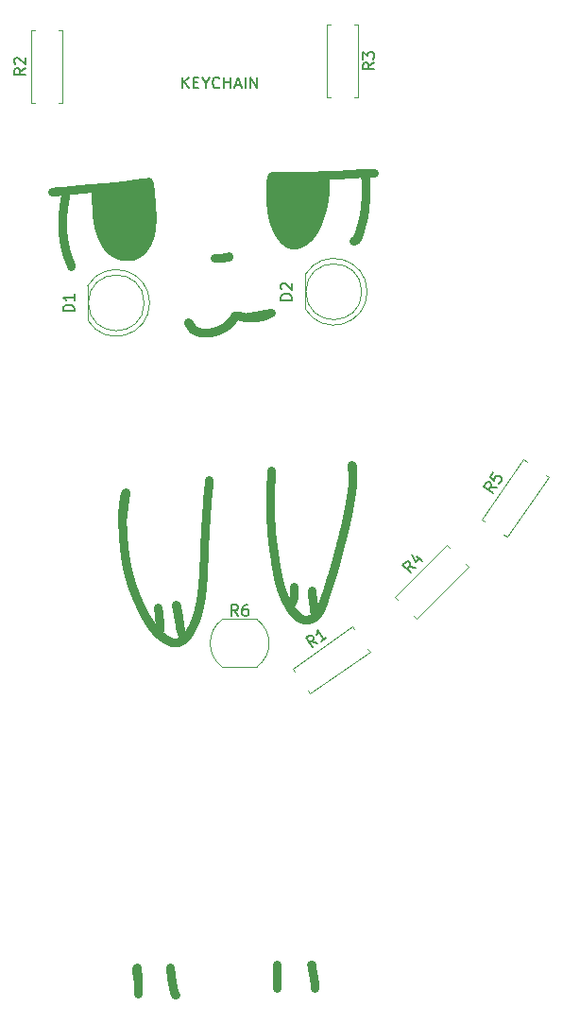
<source format=gbr>
%TF.GenerationSoftware,KiCad,Pcbnew,9.0.1*%
%TF.CreationDate,2025-04-10T00:36:24+08:00*%
%TF.ProjectId,juicePCB,6a756963-6550-4434-922e-6b696361645f,rev?*%
%TF.SameCoordinates,Original*%
%TF.FileFunction,Legend,Top*%
%TF.FilePolarity,Positive*%
%FSLAX46Y46*%
G04 Gerber Fmt 4.6, Leading zero omitted, Abs format (unit mm)*
G04 Created by KiCad (PCBNEW 9.0.1) date 2025-04-10 00:36:24*
%MOMM*%
%LPD*%
G01*
G04 APERTURE LIST*
%ADD10C,0.793749*%
%ADD11C,0.150000*%
%ADD12C,0.120000*%
G04 APERTURE END LIST*
D10*
X150044349Y-146644102D02*
X150044388Y-146624785D01*
X150044507Y-146604605D01*
X150044710Y-146583404D01*
X150045003Y-146560965D01*
X150045393Y-146536973D01*
X150045894Y-146510938D01*
X150046525Y-146482010D01*
X150047331Y-146448456D01*
X150048667Y-146396322D01*
X150049607Y-146359942D01*
X150050509Y-146323523D01*
X150050932Y-146305304D01*
X150051332Y-146287079D01*
X150051701Y-146268851D01*
X150052037Y-146250622D01*
X150052333Y-146232391D01*
X150052584Y-146214162D01*
X150052787Y-146195936D01*
X150052935Y-146177714D01*
X150053023Y-146159498D01*
X150053048Y-146141289D01*
X150053003Y-146123088D01*
X150052884Y-146104898D01*
X150052795Y-146095808D01*
X150052685Y-146086720D01*
X150052555Y-146077636D01*
X150052403Y-146068556D01*
X150052229Y-146059479D01*
X150052032Y-146050406D01*
X150051811Y-146041337D01*
X150051566Y-146032273D01*
X150051297Y-146023212D01*
X150051002Y-146014157D01*
X150050681Y-146005107D01*
X150050333Y-145996061D01*
X150049958Y-145987021D01*
X150049556Y-145977986D01*
X150049124Y-145968957D01*
X150048664Y-145959934D01*
X150048174Y-145950917D01*
X150047654Y-145941906D01*
X150047103Y-145932901D01*
X150046520Y-145923903D01*
X150045905Y-145914911D01*
X150045257Y-145905927D01*
X150044575Y-145896950D01*
X150043860Y-145887980D01*
X150043110Y-145879018D01*
X150042324Y-145870063D01*
X150041503Y-145861117D01*
X150040645Y-145852178D01*
X150039750Y-145843248D01*
X150038817Y-145834326D01*
X150037845Y-145825413D01*
X150036835Y-145816509D01*
X141000000Y-147500000D02*
X140998051Y-147499716D01*
X140996091Y-147499349D01*
X140994120Y-147498899D01*
X140992134Y-147498363D01*
X140990134Y-147497741D01*
X140988117Y-147497029D01*
X140986082Y-147496226D01*
X140984027Y-147495328D01*
X140981951Y-147494334D01*
X140979853Y-147493241D01*
X140977731Y-147492045D01*
X140975585Y-147490742D01*
X140973412Y-147489330D01*
X140971213Y-147487805D01*
X140968985Y-147486162D01*
X140966729Y-147484398D01*
X140964442Y-147482509D01*
X140962124Y-147480490D01*
X140959774Y-147478336D01*
X140957391Y-147476043D01*
X140954975Y-147473606D01*
X140952524Y-147471021D01*
X140950038Y-147468281D01*
X140947516Y-147465383D01*
X140944957Y-147462320D01*
X140942361Y-147459087D01*
X140939728Y-147455679D01*
X140937056Y-147452090D01*
X140934345Y-147448314D01*
X140931594Y-147444345D01*
X140928804Y-147440178D01*
X140925973Y-147435805D01*
X140923101Y-147431222D01*
X140920188Y-147426422D01*
X140917233Y-147421397D01*
X140914236Y-147416143D01*
X140911196Y-147410652D01*
X140908114Y-147404918D01*
X140904988Y-147398934D01*
X140901818Y-147392693D01*
X140898605Y-147386188D01*
X140895347Y-147379412D01*
X140892045Y-147372359D01*
X140888698Y-147365021D01*
X140885306Y-147357391D01*
X140881869Y-147349462D01*
X140878386Y-147341227D01*
X140874858Y-147332677D01*
X140871284Y-147323807D01*
X140867664Y-147314607D01*
X140863998Y-147305072D01*
X140860286Y-147295193D01*
X140856527Y-147284963D01*
X140852722Y-147274374D01*
X140848870Y-147263419D01*
X140844972Y-147252090D01*
X140841027Y-147240379D01*
X140837036Y-147228279D01*
X140832998Y-147215782D01*
X140828914Y-147202881D01*
X140824783Y-147189568D01*
X140820606Y-147175836D01*
X140816383Y-147161677D01*
X140812114Y-147147083D01*
X140807798Y-147132047D01*
X140803438Y-147116563D01*
X140799032Y-147100622D01*
X140794580Y-147084218D01*
X140790085Y-147067344D01*
X140785544Y-147049992D01*
X140780960Y-147032157D01*
X140776333Y-147013831D01*
X140771662Y-146995009D01*
X140766949Y-146975684D01*
X140762194Y-146955851D01*
X140757399Y-146935503D01*
X140752562Y-146914637D01*
X140747687Y-146893245D01*
X140742773Y-146871325D01*
X140737821Y-146848872D01*
X140732832Y-146825882D01*
X140727808Y-146802351D01*
X140722750Y-146778278D01*
X140717658Y-146753659D01*
X140712535Y-146728493D01*
X140707382Y-146702780D01*
X140702200Y-146676518D01*
X140696992Y-146649708D01*
X140691758Y-146622352D01*
X140686502Y-146594452D01*
X140681225Y-146566010D01*
X140675929Y-146537032D01*
X140670617Y-146507522D01*
X140665292Y-146477488D01*
X140659956Y-146446936D01*
X140654612Y-146415877D01*
X140649263Y-146384321D01*
X140643914Y-146352281D01*
X140638566Y-146319771D01*
X140633224Y-146286807D01*
X140627892Y-146253407D01*
X140622575Y-146219591D01*
X140617276Y-146185382D01*
X140612000Y-146150804D01*
X140606753Y-146115885D01*
X140601540Y-146080654D01*
X140596365Y-146045144D01*
X140591235Y-146009389D01*
X140586156Y-145973429D01*
X140581134Y-145937305D01*
X140576175Y-145901059D01*
X140571286Y-145864741D01*
X140566474Y-145828399D01*
X140561747Y-145792088D01*
X140557111Y-145755863D01*
X140552573Y-145719784D01*
X140548141Y-145683911D01*
X140543823Y-145648308D01*
X140541706Y-145630614D01*
X140539625Y-145613041D01*
X140537572Y-145595544D01*
X140535555Y-145578177D01*
X140533569Y-145560911D01*
X140531619Y-145543783D01*
X140529704Y-145526784D01*
X140527826Y-145509929D01*
X140525984Y-145493230D01*
X140524180Y-145476684D01*
X140522415Y-145460318D01*
X140520688Y-145444113D01*
X140519003Y-145428115D01*
X140517355Y-145412285D01*
X140515752Y-145396686D01*
X140514187Y-145381261D01*
X140512668Y-145366093D01*
X140511186Y-145351105D01*
X140509753Y-145336395D01*
X140508357Y-145321871D01*
X140507011Y-145307648D01*
X140505703Y-145293614D01*
X140504444Y-145279900D01*
X140503224Y-145266380D01*
X140502053Y-145253198D01*
X140500921Y-145240212D01*
X140499839Y-145227578D01*
X140498795Y-145215144D01*
X140497801Y-145203075D01*
X140496844Y-145191206D01*
X140495937Y-145179712D01*
X140495067Y-145168419D01*
X140494245Y-145157509D01*
X140493460Y-145146798D01*
X140492722Y-145136476D01*
X140492019Y-145126352D01*
X140491363Y-145116618D01*
X140490741Y-145107081D01*
X140490164Y-145097933D01*
X140489620Y-145088979D01*
X140489119Y-145080412D01*
X140488649Y-145072034D01*
X140488221Y-145064039D01*
X140487823Y-145056228D01*
X140487465Y-145048793D01*
X140487135Y-145041537D01*
X140486842Y-145034648D01*
X140486577Y-145027933D01*
X140486346Y-145021573D01*
X140486141Y-145015381D01*
X140485967Y-145009532D01*
X140485819Y-145003845D01*
X140485699Y-144998488D01*
X140485604Y-144993285D01*
X140485534Y-144988398D01*
X140485486Y-144983657D01*
X140485457Y-144976378D01*
X149467455Y-76007813D02*
X149467465Y-76021546D01*
X149467495Y-76035281D01*
X149467545Y-76048969D01*
X149467615Y-76062658D01*
X149467705Y-76076301D01*
X149467815Y-76089945D01*
X149467945Y-76103542D01*
X149468094Y-76117141D01*
X149468264Y-76130694D01*
X149468453Y-76144248D01*
X149468662Y-76157756D01*
X149468891Y-76171265D01*
X149469139Y-76184729D01*
X149469407Y-76198193D01*
X149469694Y-76211613D01*
X149470002Y-76225033D01*
X149470328Y-76238408D01*
X149470674Y-76251784D01*
X149471040Y-76265115D01*
X149471425Y-76278447D01*
X149471830Y-76291734D01*
X149472254Y-76305022D01*
X149472697Y-76318266D01*
X149473160Y-76331510D01*
X149473641Y-76344710D01*
X149474143Y-76357910D01*
X149474663Y-76371067D01*
X149475203Y-76384224D01*
X149475762Y-76397338D01*
X149476340Y-76410451D01*
X149476937Y-76423522D01*
X149477554Y-76436592D01*
X149478188Y-76449620D01*
X149478843Y-76462648D01*
X149479516Y-76475633D01*
X149480209Y-76488618D01*
X149480919Y-76501560D01*
X149481650Y-76514502D01*
X149482398Y-76527403D01*
X149483167Y-76540302D01*
X149483953Y-76553160D01*
X149484759Y-76566017D01*
X149485583Y-76578833D01*
X149486426Y-76591648D01*
X149487287Y-76604422D01*
X149488168Y-76617195D01*
X149489067Y-76629927D01*
X149489985Y-76642658D01*
X149490921Y-76655349D01*
X149491876Y-76668038D01*
X149492849Y-76680687D01*
X149493841Y-76693335D01*
X149494851Y-76705943D01*
X149495880Y-76718549D01*
X149496927Y-76731115D01*
X149497993Y-76743680D01*
X149499076Y-76756206D01*
X149500180Y-76768730D01*
X149501299Y-76781214D01*
X149502439Y-76793697D01*
X149503596Y-76806141D01*
X149504772Y-76818583D01*
X149505965Y-76830987D01*
X149507177Y-76843388D01*
X149508407Y-76855751D01*
X149509656Y-76868112D01*
X149510921Y-76880434D01*
X149512206Y-76892754D01*
X149513508Y-76905037D01*
X149514829Y-76917317D01*
X149516166Y-76929559D01*
X149517524Y-76941799D01*
X149518897Y-76954002D01*
X149520290Y-76966202D01*
X149521700Y-76978365D01*
X149523129Y-76990525D01*
X149524574Y-77002648D01*
X149526038Y-77014769D01*
X149527519Y-77026853D01*
X149529019Y-77038934D01*
X149530535Y-77050978D01*
X149532071Y-77063020D01*
X149533622Y-77075025D01*
X149535194Y-77087027D01*
X149536780Y-77098994D01*
X149538387Y-77110957D01*
X149540009Y-77122884D01*
X149541651Y-77134809D01*
X149543308Y-77146697D01*
X149544985Y-77158583D01*
X149546677Y-77170433D01*
X149548389Y-77182280D01*
X149550116Y-77194091D01*
X149551863Y-77205899D01*
X149553624Y-77217672D01*
X149555406Y-77229442D01*
X149557203Y-77241177D01*
X149559019Y-77252909D01*
X149560850Y-77264606D01*
X149562702Y-77276299D01*
X149564567Y-77287958D01*
X149566453Y-77299613D01*
X149568353Y-77311235D01*
X149570273Y-77322852D01*
X149572208Y-77334436D01*
X149574163Y-77346015D01*
X149576132Y-77357561D01*
X149578121Y-77369104D01*
X149580124Y-77380612D01*
X149582147Y-77392117D01*
X149584184Y-77403588D01*
X149586241Y-77415056D01*
X149588313Y-77426490D01*
X149590404Y-77437920D01*
X149592509Y-77449317D01*
X149594635Y-77460710D01*
X149596774Y-77472070D01*
X149598933Y-77483427D01*
X149601106Y-77494750D01*
X149603299Y-77506070D01*
X149605506Y-77517357D01*
X149607732Y-77528639D01*
X149609973Y-77539890D01*
X149612233Y-77551136D01*
X149614507Y-77562350D01*
X149616801Y-77573560D01*
X149619108Y-77584738D01*
X149621436Y-77595911D01*
X149623777Y-77607053D01*
X149626137Y-77618190D01*
X149628511Y-77629296D01*
X149630905Y-77640398D01*
X149633313Y-77651468D01*
X149635740Y-77662533D01*
X149638181Y-77673567D01*
X149640641Y-77684597D01*
X149643115Y-77695596D01*
X149645609Y-77706590D01*
X149648116Y-77717553D01*
X149650642Y-77728512D01*
X149653182Y-77739440D01*
X149655742Y-77750363D01*
X149658315Y-77761256D01*
X149660907Y-77772144D01*
X149663513Y-77783001D01*
X149666138Y-77793854D01*
X149668776Y-77804677D01*
X149671434Y-77815494D01*
X149674105Y-77826282D01*
X149676796Y-77837065D01*
X149679500Y-77847818D01*
X149682223Y-77858567D01*
X149684959Y-77869285D01*
X149687715Y-77879999D01*
X149690484Y-77890683D01*
X149693272Y-77901362D01*
X149696074Y-77912012D01*
X149698895Y-77922656D01*
X149701728Y-77933272D01*
X149704581Y-77943882D01*
X149707447Y-77954464D01*
X149710333Y-77965040D01*
X149713231Y-77975587D01*
X149716149Y-77986130D01*
X149719079Y-77996643D01*
X149722029Y-78007152D01*
X149724992Y-78017632D01*
X149727974Y-78028106D01*
X149730969Y-78038553D01*
X149733983Y-78048993D01*
X149737010Y-78059406D01*
X149740056Y-78069814D01*
X149743114Y-78080193D01*
X149746193Y-78090567D01*
X149749283Y-78100913D01*
X149752393Y-78111254D01*
X149755516Y-78121567D01*
X149758658Y-78131875D01*
X149761812Y-78142155D01*
X149764986Y-78152429D01*
X149768172Y-78162676D01*
X149771377Y-78172918D01*
X149774595Y-78183132D01*
X149777832Y-78193341D01*
X149781082Y-78203522D01*
X149784351Y-78213698D01*
X149787632Y-78223847D01*
X149790932Y-78233991D01*
X149794245Y-78244108D01*
X149797577Y-78254218D01*
X149800921Y-78264303D01*
X149804284Y-78274381D01*
X149807660Y-78284433D01*
X149811055Y-78294480D01*
X149814462Y-78304500D01*
X149817889Y-78314514D01*
X149821327Y-78324502D01*
X149824785Y-78334484D01*
X149828255Y-78344440D01*
X149831744Y-78354391D01*
X149835245Y-78364315D01*
X149838766Y-78374233D01*
X149842298Y-78384126D01*
X149845850Y-78394013D01*
X149849414Y-78403874D01*
X149852997Y-78413729D01*
X149856592Y-78423559D01*
X149860206Y-78433383D01*
X149863832Y-78443181D01*
X149867477Y-78452974D01*
X149871134Y-78462741D01*
X149874811Y-78472502D01*
X149878499Y-78482238D01*
X149882206Y-78491968D01*
X149885926Y-78501674D01*
X149889664Y-78511373D01*
X149893415Y-78521047D01*
X149897184Y-78530715D01*
X149900966Y-78540359D01*
X149904766Y-78549996D01*
X149908579Y-78559609D01*
X149912410Y-78569215D01*
X149916253Y-78578798D01*
X149920116Y-78588374D01*
X149923990Y-78597926D01*
X149927883Y-78607471D01*
X149931788Y-78616993D01*
X149935712Y-78626508D01*
X149939648Y-78635999D01*
X149943603Y-78645484D01*
X149947570Y-78654945D01*
X149951556Y-78664400D01*
X149955554Y-78673831D01*
X149959570Y-78683255D01*
X149963599Y-78692656D01*
X149967646Y-78702051D01*
X149971705Y-78711422D01*
X149975783Y-78720787D01*
X149979873Y-78730129D01*
X149983982Y-78739464D01*
X149988103Y-78748776D01*
X149992242Y-78758081D01*
X149996394Y-78767364D01*
X150000564Y-78776639D01*
X150004746Y-78785892D01*
X150008947Y-78795139D01*
X150013160Y-78804363D01*
X150017391Y-78813580D01*
X150021634Y-78822774D01*
X150025897Y-78831962D01*
X150030171Y-78841127D01*
X150034464Y-78850286D01*
X150038768Y-78859422D01*
X150043092Y-78868552D01*
X150047427Y-78877659D01*
X150051781Y-78886760D01*
X150056147Y-78895838D01*
X150060531Y-78904910D01*
X150064928Y-78913960D01*
X150069343Y-78923003D01*
X150073770Y-78932024D01*
X150078216Y-78941038D01*
X150082674Y-78950031D01*
X150087150Y-78959016D01*
X150091638Y-78967981D01*
X150096145Y-78976938D01*
X150100664Y-78985874D01*
X150105201Y-78994802D01*
X150112616Y-79009298D01*
X156838640Y-101081287D02*
X156838600Y-101103828D01*
X156838480Y-101126446D01*
X156838280Y-101149146D01*
X156838000Y-101171929D01*
X156837639Y-101194799D01*
X156837197Y-101217759D01*
X156836673Y-101240812D01*
X156836067Y-101263960D01*
X156835379Y-101287209D01*
X156834608Y-101310560D01*
X156833753Y-101334018D01*
X156832815Y-101357587D01*
X156831793Y-101381271D01*
X156830686Y-101405073D01*
X156829493Y-101428999D01*
X156828214Y-101453053D01*
X156826848Y-101477240D01*
X156825394Y-101501565D01*
X156823853Y-101526034D01*
X156822221Y-101550651D01*
X156820500Y-101575424D01*
X156818688Y-101600358D01*
X156816784Y-101625460D01*
X156814786Y-101650737D01*
X156812695Y-101676197D01*
X156810507Y-101701848D01*
X156808223Y-101727697D01*
X156805841Y-101753754D01*
X156803359Y-101780029D01*
X156800775Y-101806532D01*
X156798088Y-101833274D01*
X156795296Y-101860267D01*
X156792397Y-101887523D01*
X156789388Y-101915057D01*
X156786267Y-101942883D01*
X156783032Y-101971017D01*
X156779679Y-101999479D01*
X156776206Y-102028285D01*
X156772608Y-102057459D01*
X156768882Y-102087023D01*
X156765024Y-102117003D01*
X156761028Y-102147429D01*
X156756890Y-102178331D01*
X156752603Y-102209746D01*
X156748161Y-102241716D01*
X156743555Y-102274286D01*
X156738777Y-102307509D01*
X156733816Y-102341448D01*
X156728660Y-102376173D01*
X156723295Y-102411771D01*
X156717704Y-102448341D01*
X156711865Y-102486008D01*
X156705753Y-102524923D01*
X156699336Y-102565278D01*
X156692571Y-102607320D01*
X156685403Y-102651379D01*
X156677753Y-102697913D01*
X156669508Y-102747595D01*
X156660486Y-102801484D01*
X156650372Y-102861446D01*
X156638494Y-102931431D01*
X156622314Y-103026355D01*
X156612069Y-103086432D01*
X156601843Y-103146521D01*
X156591658Y-103206631D01*
X156581533Y-103266770D01*
X156576499Y-103296853D01*
X156571488Y-103326946D01*
X156566503Y-103357051D01*
X156561545Y-103387168D01*
X156556618Y-103417299D01*
X156551724Y-103447444D01*
X156546865Y-103477605D01*
X156542044Y-103507782D01*
X152908123Y-113814094D02*
X152903929Y-113815300D01*
X152899737Y-113816485D01*
X152895545Y-113817649D01*
X152891354Y-113818793D01*
X152887162Y-113819915D01*
X152882972Y-113821017D01*
X152878781Y-113822098D01*
X152874592Y-113823158D01*
X152870402Y-113824197D01*
X152866214Y-113825216D01*
X152862024Y-113826214D01*
X152857836Y-113827192D01*
X152853647Y-113828149D01*
X152849460Y-113829085D01*
X152841084Y-113830897D01*
X152832708Y-113832627D01*
X152824331Y-113834275D01*
X152815955Y-113835842D01*
X152807577Y-113837328D01*
X152799199Y-113838733D01*
X152790818Y-113840057D01*
X152782436Y-113841301D01*
X152774052Y-113842464D01*
X152765666Y-113843547D01*
X152757276Y-113844550D01*
X152748883Y-113845473D01*
X152740487Y-113846316D01*
X152732087Y-113847079D01*
X152723683Y-113847762D01*
X152715275Y-113848365D01*
X152706861Y-113848889D01*
X152698443Y-113849333D01*
X152690019Y-113849697D01*
X152681589Y-113849981D01*
X152673152Y-113850186D01*
X152664710Y-113850311D01*
X152656260Y-113850356D01*
X152647803Y-113850322D01*
X152639339Y-113850207D01*
X152630866Y-113850013D01*
X152622385Y-113849738D01*
X152613896Y-113849383D01*
X152605398Y-113848948D01*
X152596891Y-113848432D01*
X152588373Y-113847836D01*
X152579846Y-113847159D01*
X152571309Y-113846401D01*
X152562761Y-113845562D01*
X152554202Y-113844641D01*
X152545632Y-113843639D01*
X152537050Y-113842555D01*
X152528456Y-113841389D01*
X152519850Y-113840141D01*
X152511231Y-113838810D01*
X152502600Y-113837396D01*
X152493955Y-113835899D01*
X152485296Y-113834319D01*
X152476624Y-113832655D01*
X152467937Y-113830907D01*
X152459236Y-113829074D01*
X152450519Y-113827157D01*
X152441788Y-113825154D01*
X152433041Y-113823066D01*
X152424279Y-113820892D01*
X152415500Y-113818632D01*
X152406705Y-113816285D01*
X152397893Y-113813851D01*
X152389064Y-113811329D01*
X152380218Y-113808719D01*
X152371354Y-113806021D01*
X152362472Y-113803233D01*
X152353573Y-113800356D01*
X152344654Y-113797390D01*
X152335717Y-113794332D01*
X152326761Y-113791184D01*
X152317786Y-113787944D01*
X152308791Y-113784613D01*
X152299776Y-113781188D01*
X152290742Y-113777671D01*
X152281687Y-113774060D01*
X152272611Y-113770355D01*
X152263514Y-113766554D01*
X152254397Y-113762659D01*
X152245258Y-113758667D01*
X152236097Y-113754579D01*
X152226915Y-113750394D01*
X152217711Y-113746110D01*
X152208484Y-113741728D01*
X152199235Y-113737247D01*
X152189963Y-113732667D01*
X152180668Y-113727985D01*
X152171350Y-113723203D01*
X152162009Y-113718319D01*
X152152644Y-113713332D01*
X152143256Y-113708242D01*
X152133843Y-113703049D01*
X152124407Y-113697750D01*
X152114946Y-113692347D01*
X152105461Y-113686837D01*
X152095951Y-113681221D01*
X152086416Y-113675497D01*
X152076856Y-113669665D01*
X152067271Y-113663724D01*
X152057661Y-113657674D01*
X152048025Y-113651513D01*
X152038364Y-113645240D01*
X152028677Y-113638856D01*
X152018964Y-113632359D01*
X152009226Y-113625749D01*
X151999461Y-113619024D01*
X151989670Y-113612184D01*
X151979852Y-113605229D01*
X151970009Y-113598157D01*
X151960138Y-113590967D01*
X151950241Y-113583659D01*
X151940318Y-113576232D01*
X151930367Y-113568686D01*
X151920390Y-113561018D01*
X151910386Y-113553230D01*
X151900355Y-113545319D01*
X151890297Y-113537285D01*
X151880212Y-113529127D01*
X151870100Y-113520844D01*
X151859961Y-113512436D01*
X151849794Y-113503902D01*
X151839601Y-113495241D01*
X151829380Y-113486452D01*
X151819132Y-113477534D01*
X151808857Y-113468486D01*
X151798555Y-113459308D01*
X151788226Y-113450000D01*
X151777869Y-113440559D01*
X151767486Y-113430985D01*
X151757075Y-113421278D01*
X151746638Y-113411437D01*
X151736174Y-113401461D01*
X151725683Y-113391348D01*
X151715165Y-113381099D01*
X151704620Y-113370713D01*
X151694049Y-113360188D01*
X151683452Y-113349525D01*
X151672829Y-113338722D01*
X151662179Y-113327778D01*
X151651503Y-113316693D01*
X151640802Y-113305467D01*
X151630074Y-113294097D01*
X151619322Y-113282585D01*
X151608544Y-113270928D01*
X151597741Y-113259126D01*
X151586913Y-113247180D01*
X151576060Y-113235087D01*
X151565183Y-113222848D01*
X151554282Y-113210461D01*
X151543357Y-113197926D01*
X151532409Y-113185243D01*
X151521437Y-113172411D01*
X151510442Y-113159429D01*
X151499425Y-113146298D01*
X151488385Y-113133015D01*
X151477324Y-113119581D01*
X151466241Y-113105996D01*
X151455137Y-113092259D01*
X151444012Y-113078369D01*
X151432868Y-113064327D01*
X151421703Y-113050131D01*
X151410519Y-113035782D01*
X151399317Y-113021279D01*
X151388096Y-113006622D01*
X151376857Y-112991811D01*
X151365602Y-112976846D01*
X151354330Y-112961726D01*
X151343042Y-112946451D01*
X151331739Y-112931022D01*
X151320421Y-112915438D01*
X151309090Y-112899699D01*
X151297746Y-112883806D01*
X151286389Y-112867759D01*
X151275022Y-112851558D01*
X151263643Y-112835203D01*
X151252255Y-112818694D01*
X151240858Y-112802033D01*
X151229454Y-112785219D01*
X151218042Y-112768253D01*
X151206625Y-112751136D01*
X151195203Y-112733869D01*
X151183778Y-112716452D01*
X151172351Y-112698886D01*
X151160922Y-112681173D01*
X151149494Y-112663314D01*
X151138067Y-112645309D01*
X151126643Y-112627161D01*
X151115224Y-112608870D01*
X151103811Y-112590439D01*
X151092406Y-112571869D01*
X151081010Y-112553163D01*
X151069625Y-112534322D01*
X151058253Y-112515348D01*
X151046896Y-112496245D01*
X151035556Y-112477015D01*
X151024235Y-112457661D01*
X151012935Y-112438185D01*
X151001659Y-112418592D01*
X150990409Y-112398885D01*
X150979187Y-112379068D01*
X150967997Y-112359145D01*
X150956841Y-112339120D01*
X150945721Y-112318998D01*
X150934642Y-112298785D01*
X150923606Y-112278486D01*
X150912617Y-112258107D01*
X150901678Y-112237653D01*
X150890793Y-112217133D01*
X150879966Y-112196553D01*
X150869202Y-112175921D01*
X150858504Y-112155245D01*
X150847877Y-112134535D01*
X150837326Y-112113799D01*
X150826856Y-112093048D01*
X150816474Y-112072293D01*
X150806183Y-112051546D01*
X150795991Y-112030819D01*
X150785903Y-112010126D01*
X150775927Y-111989480D01*
X150766069Y-111968898D01*
X150756337Y-111948396D01*
X150746738Y-111927990D01*
X150737281Y-111907701D01*
X150727975Y-111887547D01*
X150718827Y-111867550D01*
X150709849Y-111847733D01*
X150701050Y-111828120D01*
X150697872Y-111820988D01*
X131212383Y-81139698D02*
X131215681Y-81151213D01*
X131219095Y-81162843D01*
X131222628Y-81174595D01*
X131226282Y-81186474D01*
X131230060Y-81198489D01*
X131233968Y-81210648D01*
X131238008Y-81222961D01*
X131242185Y-81235437D01*
X131246505Y-81248088D01*
X131250972Y-81260926D01*
X131255594Y-81273966D01*
X131260376Y-81287222D01*
X131265327Y-81300713D01*
X131270456Y-81314459D01*
X131275774Y-81328483D01*
X131281291Y-81342812D01*
X131287023Y-81357478D01*
X131292986Y-81372518D01*
X131299200Y-81387977D01*
X131305689Y-81403911D01*
X131312484Y-81420386D01*
X131319623Y-81437490D01*
X131327157Y-81455336D01*
X131335152Y-81474078D01*
X131343707Y-81493930D01*
X131352963Y-81515218D01*
X131363157Y-81538471D01*
X131374724Y-81564671D01*
X131388686Y-81596118D01*
X131400922Y-81623598D01*
X131415254Y-81655792D01*
X131429529Y-81687973D01*
X131436632Y-81704062D01*
X131443704Y-81720152D01*
X131450738Y-81736244D01*
X131457731Y-81752341D01*
X131464675Y-81768442D01*
X131471566Y-81784550D01*
X131478397Y-81800665D01*
X131485163Y-81816790D01*
X131491858Y-81832926D01*
X131498477Y-81849074D01*
X131501756Y-81857152D01*
X131505013Y-81865235D01*
X131508249Y-81873321D01*
X131511462Y-81881410D01*
X131514651Y-81889504D01*
X131517817Y-81897603D01*
X131520958Y-81905705D01*
X131524073Y-81913812D01*
X131527162Y-81921924D01*
X131530224Y-81930041D01*
X131533258Y-81938163D01*
X131536264Y-81946290D01*
X131539241Y-81954422D01*
X131542188Y-81962560D01*
X131545105Y-81970704D01*
X131547990Y-81978854D01*
X131550843Y-81987010D01*
X131553664Y-81995173D01*
X131556452Y-82003341D01*
X131559205Y-82011517D01*
X131561924Y-82019699D01*
X131564608Y-82027888D01*
X131567255Y-82036085D01*
X131569865Y-82044288D01*
X131572438Y-82052500D01*
X131574972Y-82060718D01*
X131577467Y-82068945D01*
X131579923Y-82077180D01*
X131582338Y-82085423D01*
X131584712Y-82093674D01*
X131587045Y-82101934D01*
X131589334Y-82110203D01*
X131591581Y-82118480D01*
X131593783Y-82126767D01*
X131595941Y-82135063D01*
X131598053Y-82143368D01*
X150036835Y-145816509D02*
X150035531Y-145804909D01*
X150034298Y-145793229D01*
X150033136Y-145781467D01*
X150032046Y-145769619D01*
X150031027Y-145757679D01*
X150030081Y-145745645D01*
X150029206Y-145733511D01*
X150028403Y-145721273D01*
X150027673Y-145708926D01*
X150027016Y-145696463D01*
X150026432Y-145683879D01*
X150025922Y-145671167D01*
X150025486Y-145658321D01*
X150025124Y-145645332D01*
X150024838Y-145632193D01*
X150024628Y-145618894D01*
X150024495Y-145605426D01*
X150024439Y-145591778D01*
X150024462Y-145577938D01*
X150024564Y-145563893D01*
X150024748Y-145549628D01*
X150025014Y-145535127D01*
X150025363Y-145520371D01*
X150025799Y-145505339D01*
X150026322Y-145490007D01*
X150026936Y-145474347D01*
X150027643Y-145458327D01*
X150028446Y-145441909D01*
X150029350Y-145425048D01*
X150030360Y-145407689D01*
X150031481Y-145389766D01*
X150032722Y-145371193D01*
X150034091Y-145351864D01*
X150035603Y-145331635D01*
X150037274Y-145310312D01*
X150039131Y-145287612D01*
X150041213Y-145263099D01*
X150043588Y-145236033D01*
X150046391Y-145204933D01*
X150049987Y-145165792D01*
X150051292Y-145151675D01*
X150053816Y-145124347D01*
X150056321Y-145097011D01*
X150058787Y-145069664D01*
X150061194Y-145042303D01*
X150062369Y-145028616D01*
X150063522Y-145014925D01*
X150064650Y-145001229D01*
X150065751Y-144987527D01*
X150066823Y-144973820D01*
X150067862Y-144960106D01*
X150068867Y-144946386D01*
X150069836Y-144932659D01*
X150070764Y-144918925D01*
X150071651Y-144905183D01*
X150072493Y-144891433D01*
X150073288Y-144877675D01*
X150074034Y-144863909D01*
X150074728Y-144850133D01*
X150075367Y-144836348D01*
X150075950Y-144822553D01*
X150076474Y-144808747D01*
X150076935Y-144794932D01*
X150077333Y-144781105D01*
X150077664Y-144767267D01*
X150077925Y-144753417D01*
X150078115Y-144739556D01*
X150078231Y-144725682D01*
X150078270Y-144711795D01*
X133997771Y-75155669D02*
X133996395Y-75155850D01*
X133995025Y-75156050D01*
X133993661Y-75156270D01*
X133992304Y-75156509D01*
X133989606Y-75157044D01*
X133986932Y-75157656D01*
X133984279Y-75158345D01*
X133981646Y-75159111D01*
X133979033Y-75159955D01*
X133976438Y-75160877D01*
X133973860Y-75161877D01*
X133971299Y-75162957D01*
X133968753Y-75164117D01*
X133966221Y-75165358D01*
X133963703Y-75166681D01*
X133961198Y-75168088D01*
X133958705Y-75169580D01*
X133956224Y-75171158D01*
X133953753Y-75172824D01*
X133951292Y-75174580D01*
X133948842Y-75176427D01*
X133946400Y-75178368D01*
X133943967Y-75180403D01*
X133941543Y-75182536D01*
X133939126Y-75184768D01*
X133936718Y-75187102D01*
X133934317Y-75189540D01*
X133931924Y-75192085D01*
X133929538Y-75194739D01*
X133927159Y-75197504D01*
X133924787Y-75200383D01*
X133922423Y-75203380D01*
X133920066Y-75206496D01*
X133917717Y-75209736D01*
X133915376Y-75213100D01*
X133913042Y-75216594D01*
X133910717Y-75220220D01*
X133908400Y-75223980D01*
X133906092Y-75227879D01*
X133903793Y-75231919D01*
X133901505Y-75236104D01*
X133899226Y-75240438D01*
X133896958Y-75244922D01*
X133894701Y-75249563D01*
X133892456Y-75254361D01*
X133890223Y-75259323D01*
X133888004Y-75264450D01*
X133885798Y-75269746D01*
X133883607Y-75275217D01*
X133881431Y-75280864D01*
X133879271Y-75286693D01*
X133877128Y-75292706D01*
X133875002Y-75298908D01*
X133872895Y-75305303D01*
X133870807Y-75311895D01*
X133868739Y-75318688D01*
X133866693Y-75325686D01*
X133864668Y-75332893D01*
X133862667Y-75340313D01*
X133860690Y-75347951D01*
X133858738Y-75355810D01*
X133856813Y-75363895D01*
X133854914Y-75372211D01*
X133853044Y-75380761D01*
X133851204Y-75389550D01*
X133849394Y-75398582D01*
X133847616Y-75407862D01*
X133845871Y-75417394D01*
X133844160Y-75427183D01*
X133842485Y-75437233D01*
X133840846Y-75447548D01*
X133839245Y-75458134D01*
X133837683Y-75468995D01*
X133836161Y-75480135D01*
X133834681Y-75491558D01*
X133833244Y-75503271D01*
X133831851Y-75515276D01*
X133830504Y-75527579D01*
X133829204Y-75540185D01*
X133827952Y-75553098D01*
X133826750Y-75566324D01*
X133825599Y-75579865D01*
X133824501Y-75593729D01*
X133823456Y-75607919D01*
X133822467Y-75622440D01*
X133821534Y-75637297D01*
X133820660Y-75652496D01*
X133819845Y-75668041D01*
X133819091Y-75683937D01*
X133818399Y-75700191D01*
X133817771Y-75716806D01*
X133817209Y-75733790D01*
X133816714Y-75751147D01*
X133816286Y-75768884D01*
X133815928Y-75787008D01*
X133815642Y-75805526D01*
X133815428Y-75824446D01*
X133815288Y-75843777D01*
X133815224Y-75863529D01*
X133815237Y-75883714D01*
X133815329Y-75904345D01*
X133815500Y-75925440D01*
X133815754Y-75947020D01*
X133816092Y-75969113D01*
X133816516Y-75991756D01*
X133817029Y-76014999D01*
X133817633Y-76038914D01*
X133818333Y-76063611D01*
X133819136Y-76089264D01*
X133820053Y-76116177D01*
X133821107Y-76144961D01*
X133822353Y-76177149D01*
X133823301Y-76200923D01*
X133824516Y-76231569D01*
X133825039Y-76245329D01*
X133825491Y-76257983D01*
X133825861Y-76269486D01*
X133826139Y-76279788D01*
X133826240Y-76284475D01*
X133826313Y-76288844D01*
X133826359Y-76292889D01*
X133826374Y-76296605D01*
X156542044Y-103507782D02*
X156535989Y-103545660D01*
X156529821Y-103583744D01*
X156523538Y-103622036D01*
X156517139Y-103660542D01*
X156510622Y-103699267D01*
X156503988Y-103738215D01*
X156497233Y-103777391D01*
X156490357Y-103816801D01*
X156483359Y-103856449D01*
X156476237Y-103896343D01*
X156468988Y-103936486D01*
X156461613Y-103976886D01*
X156454108Y-104017549D01*
X156446473Y-104058482D01*
X156438704Y-104099691D01*
X156430801Y-104141185D01*
X156422762Y-104182970D01*
X156414583Y-104225055D01*
X156406263Y-104267448D01*
X156397800Y-104310159D01*
X156389191Y-104353196D01*
X156380433Y-104396570D01*
X156371524Y-104440291D01*
X156362461Y-104484370D01*
X156353240Y-104528819D01*
X156343859Y-104573649D01*
X156334314Y-104618875D01*
X156324600Y-104664510D01*
X156314716Y-104710569D01*
X156304655Y-104757067D01*
X156294414Y-104804022D01*
X156283988Y-104851452D01*
X156273373Y-104899375D01*
X156262561Y-104947814D01*
X156251548Y-104996789D01*
X156240328Y-105046326D01*
X156228893Y-105096451D01*
X156217235Y-105147191D01*
X156205348Y-105198579D01*
X156193221Y-105250647D01*
X156180846Y-105303433D01*
X156168211Y-105356977D01*
X156155306Y-105411325D01*
X156142116Y-105466527D01*
X156128627Y-105522637D01*
X156114823Y-105579719D01*
X156100685Y-105637842D01*
X156086194Y-105697087D01*
X156071324Y-105757545D01*
X156056049Y-105819319D01*
X156040336Y-105882534D01*
X156024149Y-105947331D01*
X156007442Y-106013880D01*
X155990163Y-106082388D01*
X155972245Y-106153103D01*
X155953608Y-106226340D01*
X155934147Y-106302497D01*
X155913725Y-106382097D01*
X155892157Y-106465852D01*
X155869179Y-106554774D01*
X155844389Y-106650398D01*
X155817125Y-106755263D01*
X155786124Y-106874204D01*
X155748297Y-107019061D01*
X155722177Y-107118998D01*
X155685978Y-107257512D01*
X155649849Y-107395920D01*
X155631825Y-107465084D01*
X155613835Y-107534220D01*
X155595884Y-107603328D01*
X155577979Y-107672408D01*
X155560124Y-107741459D01*
X155542324Y-107810481D01*
X155524587Y-107879473D01*
X155506916Y-107948436D01*
X155489317Y-108017368D01*
X155471796Y-108086270D01*
X155454359Y-108155141D01*
X155445673Y-108189564D01*
X155437010Y-108223980D01*
X144453733Y-81419018D02*
X144482838Y-81419007D01*
X144511912Y-81418967D01*
X144533601Y-81418915D01*
X144555272Y-81418840D01*
X144574043Y-81418753D01*
X144592802Y-81418644D01*
X144609803Y-81418525D01*
X144626794Y-81418383D01*
X144642552Y-81418232D01*
X144658302Y-81418059D01*
X144673117Y-81417876D01*
X144687925Y-81417671D01*
X144701988Y-81417457D01*
X144716045Y-81417222D01*
X144729488Y-81416976D01*
X144742924Y-81416710D01*
X144755843Y-81416434D01*
X144768755Y-81416137D01*
X144781221Y-81415830D01*
X144793682Y-81415503D01*
X144805752Y-81415165D01*
X144817817Y-81414808D01*
X144829536Y-81414440D01*
X144841251Y-81414051D01*
X144852656Y-81413653D01*
X144864057Y-81413234D01*
X144875179Y-81412805D01*
X144886297Y-81412356D01*
X144897161Y-81411897D01*
X144908021Y-81411418D01*
X144918649Y-81410929D01*
X144929274Y-81410419D01*
X144939685Y-81409899D01*
X144950092Y-81409360D01*
X144960303Y-81408810D01*
X144970510Y-81408240D01*
X144980534Y-81407660D01*
X144990554Y-81407060D01*
X145000405Y-81406450D01*
X145010252Y-81405819D01*
X145019940Y-81405179D01*
X145029624Y-81404518D01*
X145039160Y-81403848D01*
X145048692Y-81403157D01*
X145058084Y-81402457D01*
X145067473Y-81401736D01*
X145076729Y-81401005D01*
X145085983Y-81400254D01*
X145095112Y-81399493D01*
X145104238Y-81398712D01*
X145113245Y-81397921D01*
X145122250Y-81397110D01*
X145131143Y-81396289D01*
X145140033Y-81395447D01*
X145148816Y-81394596D01*
X145157597Y-81393724D01*
X145166275Y-81392842D01*
X145174952Y-81391941D01*
X145183531Y-81391029D01*
X145192109Y-81390097D01*
X145200593Y-81389155D01*
X145209076Y-81388192D01*
X145217469Y-81387220D01*
X145225861Y-81386227D01*
X145234168Y-81385225D01*
X145242472Y-81384202D01*
X145250696Y-81383169D01*
X145258917Y-81382116D01*
X145267060Y-81381052D01*
X145275202Y-81379969D01*
X145283268Y-81378875D01*
X145291332Y-81377761D01*
X145299325Y-81376637D01*
X145307315Y-81375493D01*
X145315236Y-81374338D01*
X145323156Y-81373163D01*
X145331008Y-81371978D01*
X145338859Y-81370773D01*
X145346645Y-81369557D01*
X145354430Y-81368321D01*
X145362152Y-81367075D01*
X145369873Y-81365808D01*
X145377534Y-81364531D01*
X145385193Y-81363234D01*
X145392794Y-81361927D01*
X145400394Y-81360599D01*
X145407938Y-81359260D01*
X145415480Y-81357902D01*
X145422968Y-81356532D01*
X145430455Y-81355143D01*
X145437889Y-81353743D01*
X145445322Y-81352322D01*
X145452704Y-81350891D01*
X145460084Y-81349440D01*
X145467416Y-81347977D01*
X145474746Y-81346495D01*
X145482028Y-81345002D01*
X145489309Y-81343488D01*
X145496544Y-81341964D01*
X145503778Y-81340419D01*
X145510966Y-81338863D01*
X145518154Y-81337287D01*
X145525298Y-81335700D01*
X145532441Y-81334093D01*
X145539542Y-81332475D01*
X145546641Y-81330836D01*
X145553700Y-81329186D01*
X145560757Y-81327516D01*
X145567775Y-81325834D01*
X145574791Y-81324132D01*
X145581769Y-81322419D01*
X145588746Y-81320685D01*
X145595685Y-81318940D01*
X145602623Y-81317175D01*
X145609524Y-81315398D01*
X145616425Y-81313601D01*
X145623290Y-81311792D01*
X145630154Y-81309963D01*
X145636983Y-81308122D01*
X145643812Y-81306260D01*
X145650607Y-81304387D01*
X145657401Y-81302494D01*
X145664162Y-81300588D01*
X145670922Y-81298663D01*
X145677651Y-81296725D01*
X145684378Y-81294766D01*
X145696455Y-81291198D01*
X156761381Y-100002054D02*
X156763348Y-100013163D01*
X156765280Y-100024196D01*
X156767175Y-100035126D01*
X156769037Y-100045983D01*
X156770862Y-100056744D01*
X156772654Y-100067434D01*
X156774412Y-100078034D01*
X156776137Y-100088567D01*
X156777829Y-100099015D01*
X156779490Y-100109398D01*
X156781119Y-100119703D01*
X156782717Y-100129945D01*
X156784284Y-100140114D01*
X156785821Y-100150223D01*
X156787328Y-100160266D01*
X156788806Y-100170251D01*
X156790255Y-100180175D01*
X156791675Y-100190043D01*
X156793068Y-100199857D01*
X156794433Y-100209617D01*
X156795771Y-100219328D01*
X156797082Y-100228988D01*
X156798366Y-100238605D01*
X156799625Y-100248172D01*
X156800858Y-100257704D01*
X156802065Y-100267187D01*
X156803248Y-100276640D01*
X156804405Y-100286048D01*
X156806648Y-100304771D01*
X156808797Y-100323374D01*
X156810853Y-100341872D01*
X156812820Y-100360285D01*
X156814700Y-100378629D01*
X156816494Y-100396923D01*
X156818206Y-100415185D01*
X156819837Y-100433436D01*
X156821389Y-100451697D01*
X156822864Y-100469989D01*
X156824263Y-100488335D01*
X156825589Y-100506761D01*
X156826843Y-100525292D01*
X156828027Y-100543958D01*
X156829141Y-100562790D01*
X156830188Y-100581821D01*
X156831168Y-100601091D01*
X156832084Y-100620642D01*
X156832935Y-100640521D01*
X156833724Y-100660784D01*
X156834450Y-100681493D01*
X156835116Y-100702721D01*
X156835722Y-100724556D01*
X156836268Y-100747103D01*
X156836756Y-100770491D01*
X156837186Y-100794881D01*
X156837559Y-100820483D01*
X156837876Y-100847574D01*
X156838136Y-100876545D01*
X156838341Y-100907970D01*
X156838491Y-100942770D01*
X156838588Y-100982620D01*
X156838633Y-101031294D01*
X156838640Y-101081287D01*
X146263060Y-86617182D02*
X146264193Y-86615236D01*
X146265395Y-86613331D01*
X146266665Y-86611467D01*
X146268005Y-86609642D01*
X146269416Y-86607856D01*
X146270899Y-86606106D01*
X146272456Y-86604394D01*
X146274088Y-86602717D01*
X146275797Y-86601076D01*
X146277585Y-86599470D01*
X146279454Y-86597899D01*
X146281406Y-86596363D01*
X146283443Y-86594861D01*
X146285568Y-86593394D01*
X146287783Y-86591962D01*
X146290091Y-86590565D01*
X146292495Y-86589204D01*
X146294998Y-86587879D01*
X146297602Y-86586591D01*
X146300311Y-86585340D01*
X146303128Y-86584127D01*
X146306056Y-86582954D01*
X146309099Y-86581821D01*
X146312260Y-86580730D01*
X146315542Y-86579681D01*
X146318950Y-86578677D01*
X146322487Y-86577717D01*
X146326157Y-86576805D01*
X146329963Y-86575941D01*
X146333910Y-86575128D01*
X146338003Y-86574366D01*
X146342244Y-86573658D01*
X146346638Y-86573006D01*
X146351190Y-86572411D01*
X146355905Y-86571876D01*
X146360785Y-86571402D01*
X146365837Y-86570992D01*
X146371065Y-86570648D01*
X146376474Y-86570372D01*
X146382068Y-86570167D01*
X146387853Y-86570035D01*
X146393834Y-86569978D01*
X146400015Y-86570000D01*
X146406404Y-86570102D01*
X146413003Y-86570287D01*
X146419821Y-86570559D01*
X146426861Y-86570919D01*
X146434131Y-86571371D01*
X146441636Y-86571917D01*
X146449383Y-86572561D01*
X146457378Y-86573306D01*
X146465628Y-86574155D01*
X146474140Y-86575110D01*
X146482922Y-86576176D01*
X146491980Y-86577356D01*
X146501323Y-86578654D01*
X146510960Y-86580072D01*
X146520898Y-86581616D01*
X146531149Y-86583288D01*
X146541722Y-86585093D01*
X146552627Y-86587036D01*
X146563877Y-86589121D01*
X146575485Y-86591353D01*
X146587465Y-86593736D01*
X146599833Y-86596278D01*
X146612607Y-86598984D01*
X146625807Y-86601862D01*
X146639456Y-86604917D01*
X146653583Y-86608161D01*
X146668221Y-86611603D01*
X146683410Y-86615254D01*
X146699199Y-86619131D01*
X146715654Y-86623252D01*
X146732860Y-86627641D01*
X146750933Y-86632331D01*
X146770043Y-86637369D01*
X146790451Y-86642829D01*
X146812603Y-86648834D01*
X146837383Y-86655626D01*
X146867086Y-86663839D01*
X146882303Y-86668062D01*
X146910709Y-86675936D01*
X146924378Y-86679707D01*
X146937661Y-86683349D01*
X146950532Y-86686847D01*
X146962969Y-86690187D01*
X146974947Y-86693356D01*
X146986443Y-86696341D01*
X146997433Y-86699125D01*
X147002732Y-86700439D01*
X147007894Y-86701697D01*
X147012919Y-86702899D01*
X147017802Y-86704042D01*
X147022541Y-86705125D01*
X147027132Y-86706146D01*
X147031574Y-86707103D01*
X147035862Y-86707995D01*
X147039994Y-86708820D01*
X147043967Y-86709575D01*
X147047778Y-86710260D01*
X147051425Y-86710873D01*
X147054903Y-86711411D01*
X147058210Y-86711874D01*
X157823683Y-73877414D02*
X158766394Y-73792219D01*
X137500000Y-145041486D02*
X137554313Y-146000000D01*
X142818212Y-87983013D02*
X142831317Y-87987603D01*
X142844449Y-87992119D01*
X142857609Y-87996559D01*
X142870795Y-88000923D01*
X142884007Y-88005213D01*
X142897247Y-88009427D01*
X142910513Y-88013565D01*
X142923806Y-88017629D01*
X142937125Y-88021616D01*
X142950470Y-88025528D01*
X142963842Y-88029365D01*
X142977239Y-88033126D01*
X142990663Y-88036811D01*
X143004113Y-88040420D01*
X143017589Y-88043954D01*
X143031090Y-88047411D01*
X143044618Y-88050793D01*
X143058170Y-88054099D01*
X143071749Y-88057328D01*
X143085352Y-88060482D01*
X143098981Y-88063559D01*
X143112635Y-88066560D01*
X143126314Y-88069485D01*
X143140018Y-88072333D01*
X143153747Y-88075105D01*
X143167500Y-88077800D01*
X143181278Y-88080419D01*
X143195080Y-88082961D01*
X143208906Y-88085426D01*
X143222757Y-88087814D01*
X143236632Y-88090125D01*
X143250530Y-88092359D01*
X143264452Y-88094516D01*
X143278398Y-88096595D01*
X143292367Y-88098598D01*
X143306359Y-88100523D01*
X143320375Y-88102370D01*
X143334413Y-88104140D01*
X143348474Y-88105832D01*
X143362558Y-88107446D01*
X143376664Y-88108982D01*
X143390793Y-88110440D01*
X143404943Y-88111821D01*
X143419116Y-88113123D01*
X143433310Y-88114347D01*
X143447526Y-88115492D01*
X143461763Y-88116559D01*
X143476021Y-88117547D01*
X143490300Y-88118457D01*
X143504600Y-88119287D01*
X143518920Y-88120039D01*
X143533261Y-88120712D01*
X143547622Y-88121306D01*
X143562003Y-88121821D01*
X143576403Y-88122256D01*
X143590823Y-88122612D01*
X143605262Y-88122888D01*
X143619720Y-88123085D01*
X143634197Y-88123202D01*
X143648692Y-88123240D01*
X143663206Y-88123197D01*
X143677737Y-88123074D01*
X143692287Y-88122872D01*
X143706853Y-88122589D01*
X143721437Y-88122226D01*
X143736038Y-88121782D01*
X143750656Y-88121258D01*
X143765290Y-88120653D01*
X143779940Y-88119968D01*
X143794606Y-88119201D01*
X143809288Y-88118354D01*
X143823984Y-88117426D01*
X143838696Y-88116417D01*
X143853422Y-88115327D01*
X143868163Y-88114155D01*
X143882918Y-88112902D01*
X143897686Y-88111568D01*
X143912468Y-88110152D01*
X143927262Y-88108655D01*
X143942070Y-88107076D01*
X143956890Y-88105415D01*
X143971721Y-88103673D01*
X143986565Y-88101848D01*
X144001420Y-88099942D01*
X144016285Y-88097954D01*
X144031162Y-88095883D01*
X144046048Y-88093730D01*
X144060944Y-88091496D01*
X144075850Y-88089178D01*
X144090765Y-88086779D01*
X144105689Y-88084297D01*
X144120621Y-88081733D01*
X144135561Y-88079086D01*
X144150508Y-88076356D01*
X144165463Y-88073544D01*
X144180424Y-88070650D01*
X144195391Y-88067672D01*
X144210364Y-88064612D01*
X144225343Y-88061470D01*
X144240327Y-88058244D01*
X144255315Y-88054936D01*
X144270308Y-88051545D01*
X144285304Y-88048071D01*
X144300303Y-88044514D01*
X144315305Y-88040874D01*
X144330310Y-88037152D01*
X144345316Y-88033347D01*
X144360324Y-88029458D01*
X144375333Y-88025487D01*
X144390342Y-88021433D01*
X144405351Y-88017297D01*
X144420359Y-88013077D01*
X144435367Y-88008775D01*
X144450373Y-88004390D01*
X144465377Y-87999922D01*
X144480379Y-87995371D01*
X144495377Y-87990738D01*
X144510372Y-87986022D01*
X144525363Y-87981224D01*
X144540350Y-87976343D01*
X144555331Y-87971379D01*
X144570307Y-87966334D01*
X144585276Y-87961205D01*
X144600239Y-87955995D01*
X144610869Y-87952242D01*
X138763896Y-76433898D02*
X138760043Y-76387042D01*
X138755819Y-76334762D01*
X138750968Y-76273794D01*
X138743707Y-76181544D01*
X138737974Y-76108632D01*
X138735084Y-76072082D01*
X138732170Y-76035479D01*
X138729225Y-75998831D01*
X138726245Y-75962145D01*
X138723223Y-75925427D01*
X138720152Y-75888686D01*
X138717027Y-75851928D01*
X138713842Y-75815160D01*
X138710591Y-75778389D01*
X138707268Y-75741624D01*
X138705577Y-75723245D01*
X138703866Y-75704870D01*
X138702134Y-75686500D01*
X138700380Y-75668136D01*
X138698603Y-75649778D01*
X138696803Y-75631427D01*
X138694979Y-75613086D01*
X138693130Y-75594753D01*
X138691255Y-75576430D01*
X138689354Y-75558119D01*
X138687426Y-75539819D01*
X138685470Y-75521533D01*
X138683486Y-75503260D01*
X138681472Y-75485002D01*
X138679427Y-75466759D01*
X138677352Y-75448533D01*
X138675245Y-75430324D01*
X138673106Y-75412133D01*
X138670934Y-75393962D01*
X138668727Y-75375811D01*
X138666486Y-75357680D01*
X138664210Y-75339572D01*
X138661897Y-75321486D01*
X138659548Y-75303424D01*
X138657160Y-75285386D01*
X138654734Y-75267374D01*
X138652269Y-75249388D01*
X138649764Y-75231429D01*
X138647219Y-75213499D01*
X138644631Y-75195597D01*
X138642002Y-75177726D01*
X138639329Y-75159885D01*
X138636613Y-75142076D01*
X138633852Y-75124300D01*
X138631046Y-75106557D01*
X138628194Y-75088849D01*
X138625296Y-75071175D01*
X138622349Y-75053539D01*
X138619355Y-75035939D01*
X138616311Y-75018377D01*
X150990780Y-74153041D02*
X151019209Y-74153692D01*
X151034667Y-74154514D01*
X151050134Y-74155861D01*
X151065609Y-74157665D01*
X151081091Y-74159855D01*
X151112071Y-74165115D01*
X151143065Y-74171085D01*
X151174065Y-74177208D01*
X151205062Y-74182926D01*
X151236049Y-74187682D01*
X151251536Y-74189525D01*
X151267017Y-74190919D01*
X151286541Y-74191968D01*
X151306165Y-74192307D01*
X151325870Y-74192056D01*
X151345637Y-74191334D01*
X151385284Y-74188953D01*
X151424955Y-74186120D01*
X151464500Y-74183789D01*
X151484178Y-74183111D01*
X151503767Y-74182916D01*
X151523250Y-74183324D01*
X151542607Y-74184454D01*
X151561819Y-74186425D01*
X151580868Y-74189358D01*
X151703072Y-74212535D01*
X151764207Y-74223977D01*
X151825469Y-74234582D01*
X151886936Y-74243795D01*
X151948689Y-74251062D01*
X151979696Y-74253793D01*
X152010805Y-74255829D01*
X152042023Y-74257101D01*
X152073362Y-74257541D01*
X152104029Y-74258003D01*
X152132765Y-74259463D01*
X152146575Y-74260601D01*
X152160103Y-74262030D01*
X152173413Y-74263762D01*
X152186574Y-74265813D01*
X152199652Y-74268194D01*
X152212712Y-74270921D01*
X152225823Y-74274007D01*
X152239049Y-74277465D01*
X152252459Y-74281310D01*
X152266117Y-74285554D01*
X152294449Y-74295297D01*
X152306818Y-74300020D01*
X152318938Y-74305036D01*
X152342627Y-74315629D01*
X152365917Y-74326438D01*
X152389209Y-74336823D01*
X152400980Y-74341658D01*
X152412902Y-74346148D01*
X152425024Y-74350212D01*
X152437397Y-74353772D01*
X152450071Y-74356746D01*
X152463096Y-74359056D01*
X152476522Y-74360622D01*
X152490398Y-74361363D01*
X152583014Y-74363189D01*
X152629706Y-74363533D01*
X152676467Y-74363087D01*
X152723153Y-74361540D01*
X152769623Y-74358584D01*
X152815734Y-74353910D01*
X152838611Y-74350832D01*
X152861345Y-74347208D01*
X153027456Y-74315191D01*
X153070009Y-74307818D01*
X153112276Y-74301708D01*
X153133194Y-74299284D01*
X153153909Y-74297366D01*
X153174380Y-74296016D01*
X153194561Y-74295297D01*
X153232492Y-74295076D01*
X153270348Y-74295795D01*
X153345880Y-74299545D01*
X153421235Y-74305523D01*
X153496493Y-74312707D01*
X153571732Y-74320075D01*
X153647031Y-74326603D01*
X153722470Y-74331271D01*
X153760267Y-74332586D01*
X153798128Y-74333053D01*
X153831426Y-74332368D01*
X153866139Y-74330808D01*
X153901743Y-74329113D01*
X153937713Y-74328026D01*
X153955672Y-74327943D01*
X153973526Y-74328289D01*
X153991209Y-74329158D01*
X154008657Y-74330642D01*
X154025803Y-74332835D01*
X154042581Y-74335829D01*
X154058928Y-74339716D01*
X154074776Y-74344589D01*
X154078935Y-74346289D01*
X154083002Y-74348457D01*
X154086978Y-74351068D01*
X154090863Y-74354095D01*
X154094655Y-74357510D01*
X154098356Y-74361287D01*
X154101964Y-74365400D01*
X154105480Y-74369821D01*
X154112235Y-74379480D01*
X154118619Y-74390052D01*
X154124630Y-74401321D01*
X154130267Y-74413073D01*
X154135529Y-74425094D01*
X154140414Y-74437170D01*
X154149050Y-74460626D01*
X154161745Y-74498762D01*
X154170793Y-74527406D01*
X154178955Y-74556228D01*
X154186273Y-74585215D01*
X154192789Y-74614353D01*
X154198543Y-74643627D01*
X154203579Y-74673025D01*
X154207937Y-74702532D01*
X154211659Y-74732134D01*
X154217363Y-74791570D01*
X154221024Y-74851220D01*
X154222976Y-74910976D01*
X154223553Y-74970725D01*
X154223901Y-75049519D01*
X154223814Y-75088885D01*
X154223086Y-75128195D01*
X154221371Y-75167423D01*
X154218318Y-75206540D01*
X154216181Y-75226049D01*
X154213578Y-75245520D01*
X154210468Y-75264950D01*
X154206804Y-75284336D01*
X154205191Y-75292220D01*
X154191273Y-75361725D01*
X154184822Y-75396758D01*
X154179022Y-75431931D01*
X154174105Y-75467206D01*
X154170305Y-75502549D01*
X154167854Y-75537921D01*
X154167207Y-75555607D01*
X154166985Y-75573288D01*
X154167046Y-75658115D01*
X154166706Y-75700126D01*
X154165750Y-75741979D01*
X154163900Y-75783755D01*
X154160878Y-75825536D01*
X154156407Y-75867404D01*
X154153541Y-75888396D01*
X154150209Y-75909441D01*
X154143213Y-75947979D01*
X154135471Y-75986352D01*
X154118521Y-76062786D01*
X154100912Y-76139112D01*
X154092345Y-76177349D01*
X154084194Y-76215696D01*
X154080332Y-76235923D01*
X154076978Y-76256132D01*
X154071412Y-76296498D01*
X154062198Y-76377016D01*
X154057035Y-76417165D01*
X154053983Y-76437212D01*
X154050490Y-76457240D01*
X154046462Y-76477250D01*
X154041805Y-76497240D01*
X154036423Y-76517212D01*
X154030222Y-76537165D01*
X154015146Y-76581087D01*
X153999408Y-76624759D01*
X153966791Y-76711667D01*
X153934060Y-76798510D01*
X153918180Y-76842102D01*
X153902905Y-76885912D01*
X153867166Y-76993599D01*
X153832596Y-77101588D01*
X153765512Y-77318059D01*
X153698756Y-77534516D01*
X153629431Y-77750147D01*
X153580249Y-77899322D01*
X153532345Y-78048977D01*
X153486351Y-78199202D01*
X153442898Y-78350090D01*
X153422622Y-78417577D01*
X153411036Y-78452105D01*
X153398484Y-78486936D01*
X153384966Y-78521904D01*
X153370483Y-78556843D01*
X153355035Y-78591587D01*
X153338621Y-78625971D01*
X153321241Y-78659829D01*
X153302896Y-78692995D01*
X153283585Y-78725305D01*
X153263309Y-78756591D01*
X153242067Y-78786689D01*
X153219860Y-78815433D01*
X153196687Y-78842658D01*
X153172548Y-78868196D01*
X153158822Y-78882214D01*
X153145350Y-78896482D01*
X153119013Y-78925623D01*
X153093232Y-78955326D01*
X153067700Y-78985301D01*
X153042111Y-79015256D01*
X153016159Y-79044900D01*
X152989537Y-79073941D01*
X152975879Y-79088145D01*
X152961939Y-79102088D01*
X152947465Y-79116631D01*
X152932814Y-79131842D01*
X152917953Y-79147388D01*
X152902848Y-79162936D01*
X152887467Y-79178154D01*
X152879662Y-79185535D01*
X152871776Y-79192710D01*
X152863804Y-79199635D01*
X152855742Y-79206271D01*
X152847587Y-79212574D01*
X152839333Y-79218505D01*
X152833909Y-79222150D01*
X152828429Y-79225666D01*
X152817373Y-79232440D01*
X152806322Y-79239083D01*
X152795430Y-79245852D01*
X152790092Y-79249365D01*
X152784853Y-79253005D01*
X152779731Y-79256805D01*
X152774746Y-79260798D01*
X152769918Y-79265015D01*
X152765267Y-79269488D01*
X152760810Y-79274250D01*
X152756569Y-79279333D01*
X152738302Y-79301318D01*
X152718937Y-79322310D01*
X152698600Y-79342417D01*
X152677419Y-79361747D01*
X152655519Y-79380408D01*
X152633028Y-79398509D01*
X152586777Y-79433462D01*
X152492746Y-79501403D01*
X152469658Y-79518609D01*
X152446992Y-79536120D01*
X152424873Y-79554045D01*
X152403429Y-79572491D01*
X152248403Y-79720608D01*
X152227797Y-79738167D01*
X152206662Y-79754881D01*
X152184922Y-79770563D01*
X152162499Y-79785021D01*
X152139316Y-79798067D01*
X152127417Y-79804001D01*
X152115298Y-79809511D01*
X152102951Y-79814573D01*
X152090367Y-79819163D01*
X152077535Y-79823258D01*
X152064446Y-79826835D01*
X152054554Y-79829563D01*
X152044798Y-79832716D01*
X152035157Y-79836229D01*
X152025610Y-79840038D01*
X152006719Y-79848289D01*
X151987958Y-79856958D01*
X151969164Y-79865532D01*
X151959703Y-79869624D01*
X151950172Y-79873500D01*
X151940550Y-79877097D01*
X151930817Y-79880351D01*
X151920952Y-79883197D01*
X151910934Y-79885572D01*
X151900407Y-79887580D01*
X151889658Y-79889290D01*
X151867651Y-79892061D01*
X151822716Y-79896741D01*
X151800421Y-79899639D01*
X151789455Y-79901444D01*
X151778664Y-79903569D01*
X151768086Y-79906076D01*
X151757761Y-79909025D01*
X151747729Y-79912480D01*
X151738030Y-79916502D01*
X151712425Y-79927527D01*
X151686898Y-79937288D01*
X151661453Y-79945809D01*
X151636095Y-79953116D01*
X151610830Y-79959233D01*
X151585664Y-79964185D01*
X151560601Y-79967996D01*
X151535648Y-79970693D01*
X151486090Y-79972840D01*
X151437034Y-79970825D01*
X151388522Y-79964845D01*
X151340599Y-79955101D01*
X151293307Y-79941791D01*
X151246689Y-79925114D01*
X151200789Y-79905268D01*
X151155650Y-79882454D01*
X151111316Y-79856868D01*
X151067829Y-79828711D01*
X151025232Y-79798182D01*
X150983570Y-79765478D01*
X150974142Y-79757455D01*
X150964933Y-79749052D01*
X150955917Y-79740316D01*
X150947070Y-79731291D01*
X150938369Y-79722024D01*
X150929789Y-79712559D01*
X150912893Y-79693220D01*
X150879479Y-79654176D01*
X150862572Y-79635200D01*
X150853984Y-79626008D01*
X150845272Y-79617073D01*
X150826965Y-79599421D01*
X150807266Y-79581301D01*
X150786828Y-79562723D01*
X150766307Y-79543701D01*
X150756220Y-79534026D01*
X150746357Y-79524245D01*
X150736800Y-79514359D01*
X150727631Y-79504369D01*
X150718932Y-79494277D01*
X150710784Y-79484084D01*
X150703270Y-79473792D01*
X150696470Y-79463403D01*
X150689180Y-79452131D01*
X150680971Y-79440474D01*
X150671945Y-79428512D01*
X150662203Y-79416324D01*
X150651849Y-79403990D01*
X150640985Y-79391590D01*
X150629711Y-79379203D01*
X150618131Y-79366909D01*
X150594461Y-79342918D01*
X150570790Y-79320253D01*
X150547935Y-79299551D01*
X150526714Y-79281449D01*
X150516704Y-79272879D01*
X150507062Y-79264012D01*
X150497760Y-79254870D01*
X150488769Y-79245474D01*
X150480061Y-79235847D01*
X150471606Y-79226011D01*
X150463377Y-79215987D01*
X150455343Y-79205798D01*
X150439750Y-79185013D01*
X150424596Y-79163830D01*
X150394688Y-79120979D01*
X150387477Y-79111029D01*
X150379965Y-79101193D01*
X150364279Y-79081742D01*
X150331975Y-79042907D01*
X150324061Y-79033041D01*
X150316334Y-79023053D01*
X150308855Y-79012914D01*
X150301685Y-79002594D01*
X150294885Y-78992065D01*
X150288516Y-78981296D01*
X150282640Y-78970258D01*
X150277317Y-78958922D01*
X150255945Y-78910854D01*
X150233828Y-78863047D01*
X150222478Y-78839350D01*
X150210927Y-78815849D01*
X150199169Y-78792589D01*
X150187201Y-78769612D01*
X150163198Y-78723462D01*
X150151457Y-78700105D01*
X150139982Y-78676572D01*
X150128843Y-78652870D01*
X150118110Y-78629007D01*
X150107853Y-78604992D01*
X150098141Y-78580832D01*
X150093847Y-78569044D01*
X150089963Y-78556984D01*
X150086413Y-78544698D01*
X150083122Y-78532230D01*
X150071036Y-78481435D01*
X150064580Y-78456108D01*
X150060985Y-78443619D01*
X150057044Y-78431305D01*
X150052682Y-78419211D01*
X150047822Y-78407382D01*
X150042390Y-78395862D01*
X150036310Y-78384697D01*
X150028900Y-78371042D01*
X150022220Y-78356816D01*
X150016157Y-78342108D01*
X150010599Y-78327005D01*
X150000543Y-78295969D01*
X149991145Y-78264414D01*
X149981499Y-78233047D01*
X149976300Y-78217654D01*
X149970699Y-78202573D01*
X149964583Y-78187891D01*
X149957839Y-78173698D01*
X149950353Y-78160081D01*
X149942013Y-78147128D01*
X149937173Y-78139907D01*
X149932695Y-78132617D01*
X149924755Y-78117842D01*
X149918058Y-78102820D01*
X149912472Y-78087572D01*
X149907862Y-78072116D01*
X149904094Y-78056471D01*
X149901035Y-78040657D01*
X149898551Y-78024692D01*
X149894773Y-77992387D01*
X149891690Y-77959708D01*
X149888231Y-77926809D01*
X149886027Y-77910324D01*
X149883328Y-77893842D01*
X149877320Y-77856346D01*
X149872810Y-77818918D01*
X149869621Y-77781543D01*
X149867573Y-77744204D01*
X149866188Y-77669574D01*
X149867227Y-77594906D01*
X149870869Y-77444958D01*
X149870618Y-77369431D01*
X149869349Y-77331475D01*
X149867081Y-77293370D01*
X149865520Y-77279148D01*
X149863062Y-77265252D01*
X149859840Y-77251635D01*
X149855991Y-77238247D01*
X149851648Y-77225041D01*
X149846948Y-77211967D01*
X149837015Y-77186022D01*
X149827271Y-77160025D01*
X149822808Y-77146886D01*
X149818798Y-77133588D01*
X149815375Y-77120083D01*
X149812675Y-77106323D01*
X149810833Y-77092258D01*
X149809984Y-77077841D01*
X149807549Y-76997924D01*
X149804408Y-76918367D01*
X149801694Y-76838834D01*
X149800850Y-76798972D01*
X149800537Y-76758991D01*
X149800276Y-76719360D01*
X149799455Y-76679424D01*
X149798017Y-76639304D01*
X149795905Y-76599120D01*
X149793062Y-76558992D01*
X149789433Y-76519039D01*
X149784959Y-76479383D01*
X149779585Y-76440142D01*
X149773231Y-76391839D01*
X149768132Y-76343016D01*
X149759264Y-76244661D01*
X149754279Y-76195552D01*
X149748115Y-76146772D01*
X149744400Y-76122571D01*
X149740163Y-76098532D01*
X149735327Y-76074681D01*
X149729816Y-76051045D01*
X149723884Y-76024996D01*
X149719004Y-75998910D01*
X149715059Y-75972790D01*
X149711929Y-75946639D01*
X149709496Y-75920461D01*
X149707640Y-75894257D01*
X149705187Y-75841787D01*
X149701982Y-75736676D01*
X149699328Y-75684083D01*
X149697323Y-75657787D01*
X149694706Y-75631496D01*
X149684114Y-75537753D01*
X149679318Y-75488983D01*
X149675599Y-75439680D01*
X149673516Y-75390394D01*
X149673262Y-75365929D01*
X149673627Y-75341675D01*
X149674680Y-75317701D01*
X149676491Y-75294075D01*
X149679130Y-75270865D01*
X149682667Y-75248141D01*
X149687469Y-75218316D01*
X149691365Y-75188106D01*
X149694436Y-75157565D01*
X149696766Y-75126743D01*
X149699528Y-75064462D01*
X149700311Y-75001672D01*
X149696821Y-74753635D01*
X149697276Y-74711192D01*
X149698686Y-74668418D01*
X149701115Y-74625465D01*
X149704630Y-74582483D01*
X149709298Y-74539622D01*
X149715184Y-74497033D01*
X149722353Y-74454867D01*
X149730873Y-74413275D01*
X149734033Y-74403430D01*
X149740905Y-74384295D01*
X149750257Y-74359479D01*
X149760858Y-74332587D01*
X149771476Y-74307227D01*
X149780880Y-74287005D01*
X149784742Y-74279949D01*
X149787838Y-74275530D01*
X149789051Y-74274450D01*
X149790015Y-74274198D01*
X149790711Y-74274832D01*
X149791119Y-74276406D01*
X149793023Y-74277403D01*
X149796378Y-74278107D01*
X149807078Y-74278707D01*
X149822492Y-74278342D01*
X149841892Y-74277151D01*
X149889748Y-74272832D01*
X149944833Y-74266845D01*
X150053433Y-74254242D01*
X150095323Y-74249814D01*
X150121187Y-74248095D01*
X150566534Y-74172583D01*
X150623378Y-74171557D01*
X150680012Y-74168895D01*
X150792922Y-74161173D01*
X150849333Y-74157367D01*
X150905806Y-74154434D01*
X150962409Y-74153000D01*
X150990780Y-74153041D01*
G36*
X150990780Y-74153041D02*
G01*
X151019209Y-74153692D01*
X151034667Y-74154514D01*
X151050134Y-74155861D01*
X151065609Y-74157665D01*
X151081091Y-74159855D01*
X151112071Y-74165115D01*
X151143065Y-74171085D01*
X151174065Y-74177208D01*
X151205062Y-74182926D01*
X151236049Y-74187682D01*
X151251536Y-74189525D01*
X151267017Y-74190919D01*
X151286541Y-74191968D01*
X151306165Y-74192307D01*
X151325870Y-74192056D01*
X151345637Y-74191334D01*
X151385284Y-74188953D01*
X151424955Y-74186120D01*
X151464500Y-74183789D01*
X151484178Y-74183111D01*
X151503767Y-74182916D01*
X151523250Y-74183324D01*
X151542607Y-74184454D01*
X151561819Y-74186425D01*
X151580868Y-74189358D01*
X151703072Y-74212535D01*
X151764207Y-74223977D01*
X151825469Y-74234582D01*
X151886936Y-74243795D01*
X151948689Y-74251062D01*
X151979696Y-74253793D01*
X152010805Y-74255829D01*
X152042023Y-74257101D01*
X152073362Y-74257541D01*
X152104029Y-74258003D01*
X152132765Y-74259463D01*
X152146575Y-74260601D01*
X152160103Y-74262030D01*
X152173413Y-74263762D01*
X152186574Y-74265813D01*
X152199652Y-74268194D01*
X152212712Y-74270921D01*
X152225823Y-74274007D01*
X152239049Y-74277465D01*
X152252459Y-74281310D01*
X152266117Y-74285554D01*
X152294449Y-74295297D01*
X152306818Y-74300020D01*
X152318938Y-74305036D01*
X152342627Y-74315629D01*
X152365917Y-74326438D01*
X152389209Y-74336823D01*
X152400980Y-74341658D01*
X152412902Y-74346148D01*
X152425024Y-74350212D01*
X152437397Y-74353772D01*
X152450071Y-74356746D01*
X152463096Y-74359056D01*
X152476522Y-74360622D01*
X152490398Y-74361363D01*
X152583014Y-74363189D01*
X152629706Y-74363533D01*
X152676467Y-74363087D01*
X152723153Y-74361540D01*
X152769623Y-74358584D01*
X152815734Y-74353910D01*
X152838611Y-74350832D01*
X152861345Y-74347208D01*
X153027456Y-74315191D01*
X153070009Y-74307818D01*
X153112276Y-74301708D01*
X153133194Y-74299284D01*
X153153909Y-74297366D01*
X153174380Y-74296016D01*
X153194561Y-74295297D01*
X153232492Y-74295076D01*
X153270348Y-74295795D01*
X153345880Y-74299545D01*
X153421235Y-74305523D01*
X153496493Y-74312707D01*
X153571732Y-74320075D01*
X153647031Y-74326603D01*
X153722470Y-74331271D01*
X153760267Y-74332586D01*
X153798128Y-74333053D01*
X153831426Y-74332368D01*
X153866139Y-74330808D01*
X153901743Y-74329113D01*
X153937713Y-74328026D01*
X153955672Y-74327943D01*
X153973526Y-74328289D01*
X153991209Y-74329158D01*
X154008657Y-74330642D01*
X154025803Y-74332835D01*
X154042581Y-74335829D01*
X154058928Y-74339716D01*
X154074776Y-74344589D01*
X154078935Y-74346289D01*
X154083002Y-74348457D01*
X154086978Y-74351068D01*
X154090863Y-74354095D01*
X154094655Y-74357510D01*
X154098356Y-74361287D01*
X154101964Y-74365400D01*
X154105480Y-74369821D01*
X154112235Y-74379480D01*
X154118619Y-74390052D01*
X154124630Y-74401321D01*
X154130267Y-74413073D01*
X154135529Y-74425094D01*
X154140414Y-74437170D01*
X154149050Y-74460626D01*
X154161745Y-74498762D01*
X154170793Y-74527406D01*
X154178955Y-74556228D01*
X154186273Y-74585215D01*
X154192789Y-74614353D01*
X154198543Y-74643627D01*
X154203579Y-74673025D01*
X154207937Y-74702532D01*
X154211659Y-74732134D01*
X154217363Y-74791570D01*
X154221024Y-74851220D01*
X154222976Y-74910976D01*
X154223553Y-74970725D01*
X154223901Y-75049519D01*
X154223814Y-75088885D01*
X154223086Y-75128195D01*
X154221371Y-75167423D01*
X154218318Y-75206540D01*
X154216181Y-75226049D01*
X154213578Y-75245520D01*
X154210468Y-75264950D01*
X154206804Y-75284336D01*
X154205191Y-75292220D01*
X154191273Y-75361725D01*
X154184822Y-75396758D01*
X154179022Y-75431931D01*
X154174105Y-75467206D01*
X154170305Y-75502549D01*
X154167854Y-75537921D01*
X154167207Y-75555607D01*
X154166985Y-75573288D01*
X154167046Y-75658115D01*
X154166706Y-75700126D01*
X154165750Y-75741979D01*
X154163900Y-75783755D01*
X154160878Y-75825536D01*
X154156407Y-75867404D01*
X154153541Y-75888396D01*
X154150209Y-75909441D01*
X154143213Y-75947979D01*
X154135471Y-75986352D01*
X154118521Y-76062786D01*
X154100912Y-76139112D01*
X154092345Y-76177349D01*
X154084194Y-76215696D01*
X154080332Y-76235923D01*
X154076978Y-76256132D01*
X154071412Y-76296498D01*
X154062198Y-76377016D01*
X154057035Y-76417165D01*
X154053983Y-76437212D01*
X154050490Y-76457240D01*
X154046462Y-76477250D01*
X154041805Y-76497240D01*
X154036423Y-76517212D01*
X154030222Y-76537165D01*
X154015146Y-76581087D01*
X153999408Y-76624759D01*
X153966791Y-76711667D01*
X153934060Y-76798510D01*
X153918180Y-76842102D01*
X153902905Y-76885912D01*
X153867166Y-76993599D01*
X153832596Y-77101588D01*
X153765512Y-77318059D01*
X153698756Y-77534516D01*
X153629431Y-77750147D01*
X153580249Y-77899322D01*
X153532345Y-78048977D01*
X153486351Y-78199202D01*
X153442898Y-78350090D01*
X153422622Y-78417577D01*
X153411036Y-78452105D01*
X153398484Y-78486936D01*
X153384966Y-78521904D01*
X153370483Y-78556843D01*
X153355035Y-78591587D01*
X153338621Y-78625971D01*
X153321241Y-78659829D01*
X153302896Y-78692995D01*
X153283585Y-78725305D01*
X153263309Y-78756591D01*
X153242067Y-78786689D01*
X153219860Y-78815433D01*
X153196687Y-78842658D01*
X153172548Y-78868196D01*
X153158822Y-78882214D01*
X153145350Y-78896482D01*
X153119013Y-78925623D01*
X153093232Y-78955326D01*
X153067700Y-78985301D01*
X153042111Y-79015256D01*
X153016159Y-79044900D01*
X152989537Y-79073941D01*
X152975879Y-79088145D01*
X152961939Y-79102088D01*
X152947465Y-79116631D01*
X152932814Y-79131842D01*
X152917953Y-79147388D01*
X152902848Y-79162936D01*
X152887467Y-79178154D01*
X152879662Y-79185535D01*
X152871776Y-79192710D01*
X152863804Y-79199635D01*
X152855742Y-79206271D01*
X152847587Y-79212574D01*
X152839333Y-79218505D01*
X152833909Y-79222150D01*
X152828429Y-79225666D01*
X152817373Y-79232440D01*
X152806322Y-79239083D01*
X152795430Y-79245852D01*
X152790092Y-79249365D01*
X152784853Y-79253005D01*
X152779731Y-79256805D01*
X152774746Y-79260798D01*
X152769918Y-79265015D01*
X152765267Y-79269488D01*
X152760810Y-79274250D01*
X152756569Y-79279333D01*
X152738302Y-79301318D01*
X152718937Y-79322310D01*
X152698600Y-79342417D01*
X152677419Y-79361747D01*
X152655519Y-79380408D01*
X152633028Y-79398509D01*
X152586777Y-79433462D01*
X152492746Y-79501403D01*
X152469658Y-79518609D01*
X152446992Y-79536120D01*
X152424873Y-79554045D01*
X152403429Y-79572491D01*
X152248403Y-79720608D01*
X152227797Y-79738167D01*
X152206662Y-79754881D01*
X152184922Y-79770563D01*
X152162499Y-79785021D01*
X152139316Y-79798067D01*
X152127417Y-79804001D01*
X152115298Y-79809511D01*
X152102951Y-79814573D01*
X152090367Y-79819163D01*
X152077535Y-79823258D01*
X152064446Y-79826835D01*
X152054554Y-79829563D01*
X152044798Y-79832716D01*
X152035157Y-79836229D01*
X152025610Y-79840038D01*
X152006719Y-79848289D01*
X151987958Y-79856958D01*
X151969164Y-79865532D01*
X151959703Y-79869624D01*
X151950172Y-79873500D01*
X151940550Y-79877097D01*
X151930817Y-79880351D01*
X151920952Y-79883197D01*
X151910934Y-79885572D01*
X151900407Y-79887580D01*
X151889658Y-79889290D01*
X151867651Y-79892061D01*
X151822716Y-79896741D01*
X151800421Y-79899639D01*
X151789455Y-79901444D01*
X151778664Y-79903569D01*
X151768086Y-79906076D01*
X151757761Y-79909025D01*
X151747729Y-79912480D01*
X151738030Y-79916502D01*
X151712425Y-79927527D01*
X151686898Y-79937288D01*
X151661453Y-79945809D01*
X151636095Y-79953116D01*
X151610830Y-79959233D01*
X151585664Y-79964185D01*
X151560601Y-79967996D01*
X151535648Y-79970693D01*
X151486090Y-79972840D01*
X151437034Y-79970825D01*
X151388522Y-79964845D01*
X151340599Y-79955101D01*
X151293307Y-79941791D01*
X151246689Y-79925114D01*
X151200789Y-79905268D01*
X151155650Y-79882454D01*
X151111316Y-79856868D01*
X151067829Y-79828711D01*
X151025232Y-79798182D01*
X150983570Y-79765478D01*
X150974142Y-79757455D01*
X150964933Y-79749052D01*
X150955917Y-79740316D01*
X150947070Y-79731291D01*
X150938369Y-79722024D01*
X150929789Y-79712559D01*
X150912893Y-79693220D01*
X150879479Y-79654176D01*
X150862572Y-79635200D01*
X150853984Y-79626008D01*
X150845272Y-79617073D01*
X150826965Y-79599421D01*
X150807266Y-79581301D01*
X150786828Y-79562723D01*
X150766307Y-79543701D01*
X150756220Y-79534026D01*
X150746357Y-79524245D01*
X150736800Y-79514359D01*
X150727631Y-79504369D01*
X150718932Y-79494277D01*
X150710784Y-79484084D01*
X150703270Y-79473792D01*
X150696470Y-79463403D01*
X150689180Y-79452131D01*
X150680971Y-79440474D01*
X150671945Y-79428512D01*
X150662203Y-79416324D01*
X150651849Y-79403990D01*
X150640985Y-79391590D01*
X150629711Y-79379203D01*
X150618131Y-79366909D01*
X150594461Y-79342918D01*
X150570790Y-79320253D01*
X150547935Y-79299551D01*
X150526714Y-79281449D01*
X150516704Y-79272879D01*
X150507062Y-79264012D01*
X150497760Y-79254870D01*
X150488769Y-79245474D01*
X150480061Y-79235847D01*
X150471606Y-79226011D01*
X150463377Y-79215987D01*
X150455343Y-79205798D01*
X150439750Y-79185013D01*
X150424596Y-79163830D01*
X150394688Y-79120979D01*
X150387477Y-79111029D01*
X150379965Y-79101193D01*
X150364279Y-79081742D01*
X150331975Y-79042907D01*
X150324061Y-79033041D01*
X150316334Y-79023053D01*
X150308855Y-79012914D01*
X150301685Y-79002594D01*
X150294885Y-78992065D01*
X150288516Y-78981296D01*
X150282640Y-78970258D01*
X150277317Y-78958922D01*
X150255945Y-78910854D01*
X150233828Y-78863047D01*
X150222478Y-78839350D01*
X150210927Y-78815849D01*
X150199169Y-78792589D01*
X150187201Y-78769612D01*
X150163198Y-78723462D01*
X150151457Y-78700105D01*
X150139982Y-78676572D01*
X150128843Y-78652870D01*
X150118110Y-78629007D01*
X150107853Y-78604992D01*
X150098141Y-78580832D01*
X150093847Y-78569044D01*
X150089963Y-78556984D01*
X150086413Y-78544698D01*
X150083122Y-78532230D01*
X150071036Y-78481435D01*
X150064580Y-78456108D01*
X150060985Y-78443619D01*
X150057044Y-78431305D01*
X150052682Y-78419211D01*
X150047822Y-78407382D01*
X150042390Y-78395862D01*
X150036310Y-78384697D01*
X150028900Y-78371042D01*
X150022220Y-78356816D01*
X150016157Y-78342108D01*
X150010599Y-78327005D01*
X150000543Y-78295969D01*
X149991145Y-78264414D01*
X149981499Y-78233047D01*
X149976300Y-78217654D01*
X149970699Y-78202573D01*
X149964583Y-78187891D01*
X149957839Y-78173698D01*
X149950353Y-78160081D01*
X149942013Y-78147128D01*
X149937173Y-78139907D01*
X149932695Y-78132617D01*
X149924755Y-78117842D01*
X149918058Y-78102820D01*
X149912472Y-78087572D01*
X149907862Y-78072116D01*
X149904094Y-78056471D01*
X149901035Y-78040657D01*
X149898551Y-78024692D01*
X149894773Y-77992387D01*
X149891690Y-77959708D01*
X149888231Y-77926809D01*
X149886027Y-77910324D01*
X149883328Y-77893842D01*
X149877320Y-77856346D01*
X149872810Y-77818918D01*
X149869621Y-77781543D01*
X149867573Y-77744204D01*
X149866188Y-77669574D01*
X149867227Y-77594906D01*
X149870869Y-77444958D01*
X149870618Y-77369431D01*
X149869349Y-77331475D01*
X149867081Y-77293370D01*
X149865520Y-77279148D01*
X149863062Y-77265252D01*
X149859840Y-77251635D01*
X149855991Y-77238247D01*
X149851648Y-77225041D01*
X149846948Y-77211967D01*
X149837015Y-77186022D01*
X149827271Y-77160025D01*
X149822808Y-77146886D01*
X149818798Y-77133588D01*
X149815375Y-77120083D01*
X149812675Y-77106323D01*
X149810833Y-77092258D01*
X149809984Y-77077841D01*
X149807549Y-76997924D01*
X149804408Y-76918367D01*
X149801694Y-76838834D01*
X149800850Y-76798972D01*
X149800537Y-76758991D01*
X149800276Y-76719360D01*
X149799455Y-76679424D01*
X149798017Y-76639304D01*
X149795905Y-76599120D01*
X149793062Y-76558992D01*
X149789433Y-76519039D01*
X149784959Y-76479383D01*
X149779585Y-76440142D01*
X149773231Y-76391839D01*
X149768132Y-76343016D01*
X149759264Y-76244661D01*
X149754279Y-76195552D01*
X149748115Y-76146772D01*
X149744400Y-76122571D01*
X149740163Y-76098532D01*
X149735327Y-76074681D01*
X149729816Y-76051045D01*
X149723884Y-76024996D01*
X149719004Y-75998910D01*
X149715059Y-75972790D01*
X149711929Y-75946639D01*
X149709496Y-75920461D01*
X149707640Y-75894257D01*
X149705187Y-75841787D01*
X149701982Y-75736676D01*
X149699328Y-75684083D01*
X149697323Y-75657787D01*
X149694706Y-75631496D01*
X149684114Y-75537753D01*
X149679318Y-75488983D01*
X149675599Y-75439680D01*
X149673516Y-75390394D01*
X149673262Y-75365929D01*
X149673627Y-75341675D01*
X149674680Y-75317701D01*
X149676491Y-75294075D01*
X149679130Y-75270865D01*
X149682667Y-75248141D01*
X149687469Y-75218316D01*
X149691365Y-75188106D01*
X149694436Y-75157565D01*
X149696766Y-75126743D01*
X149699528Y-75064462D01*
X149700311Y-75001672D01*
X149696821Y-74753635D01*
X149697276Y-74711192D01*
X149698686Y-74668418D01*
X149701115Y-74625465D01*
X149704630Y-74582483D01*
X149709298Y-74539622D01*
X149715184Y-74497033D01*
X149722353Y-74454867D01*
X149730873Y-74413275D01*
X149734033Y-74403430D01*
X149740905Y-74384295D01*
X149750257Y-74359479D01*
X149760858Y-74332587D01*
X149771476Y-74307227D01*
X149780880Y-74287005D01*
X149784742Y-74279949D01*
X149787838Y-74275530D01*
X149789051Y-74274450D01*
X149790015Y-74274198D01*
X149790711Y-74274832D01*
X149791119Y-74276406D01*
X149793023Y-74277403D01*
X149796378Y-74278107D01*
X149807078Y-74278707D01*
X149822492Y-74278342D01*
X149841892Y-74277151D01*
X149889748Y-74272832D01*
X149944833Y-74266845D01*
X150053433Y-74254242D01*
X150095323Y-74249814D01*
X150121187Y-74248095D01*
X150566534Y-74172583D01*
X150623378Y-74171557D01*
X150680012Y-74168895D01*
X150792922Y-74161173D01*
X150849333Y-74157367D01*
X150905806Y-74154434D01*
X150962409Y-74153000D01*
X150990780Y-74153041D01*
G37*
X129926813Y-75453907D02*
X129952834Y-75453867D01*
X129979026Y-75453747D01*
X130005396Y-75453547D01*
X130031947Y-75453266D01*
X130058686Y-75452902D01*
X130085618Y-75452457D01*
X130112750Y-75451929D01*
X130140087Y-75451316D01*
X130167637Y-75450620D01*
X130195407Y-75449838D01*
X130223404Y-75448970D01*
X130251637Y-75448015D01*
X130280113Y-75446972D01*
X130308842Y-75445840D01*
X130337834Y-75444618D01*
X130367098Y-75443305D01*
X130396646Y-75441900D01*
X130426490Y-75440401D01*
X130456641Y-75438806D01*
X130487114Y-75437115D01*
X130517923Y-75435326D01*
X130549083Y-75433436D01*
X130580612Y-75431445D01*
X130612527Y-75429349D01*
X130644850Y-75427148D01*
X130677603Y-75424837D01*
X130710808Y-75422414D01*
X130744493Y-75419877D01*
X130778686Y-75417222D01*
X130813422Y-75414446D01*
X130848734Y-75411543D01*
X130884666Y-75408511D01*
X130921262Y-75405342D01*
X130958574Y-75402032D01*
X130996663Y-75398574D01*
X131035597Y-75394960D01*
X131075457Y-75391180D01*
X131116338Y-75387224D01*
X131158351Y-75383079D01*
X131201634Y-75378730D01*
X131246354Y-75374158D01*
X131292721Y-75369338D01*
X131341005Y-75364240D01*
X131391563Y-75358823D01*
X131444886Y-75353032D01*
X131501681Y-75346786D01*
X131563044Y-75339961D01*
X131630844Y-75332344D01*
X131708828Y-75323508D01*
X131807205Y-75312294D01*
X131840578Y-75308482D01*
X131948985Y-75296111D01*
X132003185Y-75289952D01*
X132057384Y-75283822D01*
X132111581Y-75277733D01*
X132165777Y-75271695D01*
X132219973Y-75265717D01*
X132274169Y-75259809D01*
X136481256Y-102392036D02*
X136477158Y-102402555D01*
X136473049Y-102413321D01*
X136468931Y-102424337D01*
X136464803Y-102435607D01*
X136460666Y-102447134D01*
X136456521Y-102458922D01*
X136452368Y-102470973D01*
X136448208Y-102483291D01*
X136444040Y-102495879D01*
X136439867Y-102508740D01*
X136435688Y-102521878D01*
X136431505Y-102535295D01*
X136427316Y-102548996D01*
X136423125Y-102562982D01*
X136418930Y-102577257D01*
X136414732Y-102591823D01*
X136410533Y-102606685D01*
X136406334Y-102621844D01*
X136402133Y-102637304D01*
X136397934Y-102653066D01*
X136393736Y-102669135D01*
X136389539Y-102685511D01*
X136385346Y-102702199D01*
X136381157Y-102719199D01*
X136376972Y-102736515D01*
X136372792Y-102754149D01*
X136368619Y-102772103D01*
X136364454Y-102790378D01*
X136360296Y-102808976D01*
X136356148Y-102827900D01*
X136352010Y-102847151D01*
X136347883Y-102866730D01*
X136343769Y-102886638D01*
X136339667Y-102906876D01*
X136335581Y-102927446D01*
X136331509Y-102948348D01*
X136327455Y-102969582D01*
X136323418Y-102991149D01*
X136319400Y-103013049D01*
X136315402Y-103035282D01*
X136311426Y-103057847D01*
X136307472Y-103080743D01*
X136303542Y-103103970D01*
X136299638Y-103127527D01*
X136295760Y-103151411D01*
X136291910Y-103175621D01*
X136288090Y-103200154D01*
X136284300Y-103225009D01*
X136280543Y-103250182D01*
X136276819Y-103275670D01*
X136273131Y-103301469D01*
X136269479Y-103327575D01*
X136265866Y-103353984D01*
X136262292Y-103380690D01*
X136258760Y-103407688D01*
X136255271Y-103434972D01*
X136251826Y-103462536D01*
X136248428Y-103490373D01*
X136245078Y-103518474D01*
X136241778Y-103546833D01*
X136238529Y-103575440D01*
X136235333Y-103604286D01*
X136232192Y-103633362D01*
X136229107Y-103662656D01*
X136226081Y-103692159D01*
X136223115Y-103721857D01*
X136220211Y-103751739D01*
X136217370Y-103781791D01*
X136214595Y-103812001D01*
X136211886Y-103842352D01*
X136209246Y-103872832D01*
X136206677Y-103903423D01*
X136204179Y-103934109D01*
X136201755Y-103964874D01*
X136199407Y-103995699D01*
X136197135Y-104026566D01*
X136194941Y-104057457D01*
X136192827Y-104088351D01*
X136190793Y-104119229D01*
X136188842Y-104150071D01*
X136186975Y-104180854D01*
X136185192Y-104211558D01*
X136183495Y-104242160D01*
X136181885Y-104272639D01*
X136181112Y-104287830D01*
X136180362Y-104302972D01*
X136179634Y-104318080D01*
X136178928Y-104333136D01*
X136178243Y-104348150D01*
X136177582Y-104363109D01*
X136176942Y-104378017D01*
X136176326Y-104392867D01*
X136175731Y-104407658D01*
X136175159Y-104422388D01*
X136174609Y-104437050D01*
X136174082Y-104451648D01*
X136173578Y-104466170D01*
X136173096Y-104480626D01*
X136172637Y-104494997D01*
X136172200Y-104509299D01*
X136171785Y-104523507D01*
X136171393Y-104537645D01*
X136171024Y-104551680D01*
X136170677Y-104565642D01*
X136170352Y-104579493D01*
X136170049Y-104593269D01*
X136169769Y-104606927D01*
X136169510Y-104620506D01*
X136169274Y-104633960D01*
X136169059Y-104647334D01*
X136168866Y-104660574D01*
X136168694Y-104673732D01*
X136168545Y-104686750D01*
X136168416Y-104699684D01*
X136168309Y-104712470D01*
X136168222Y-104725171D01*
X136168157Y-104737718D01*
X136168112Y-104750178D01*
X136168087Y-104762478D01*
X136168083Y-104774689D01*
X136168099Y-104786735D01*
X136168135Y-104798690D01*
X136168190Y-104810475D01*
X136168265Y-104822169D01*
X136168358Y-104833687D01*
X136168471Y-104845113D01*
X136168603Y-104856360D01*
X136168753Y-104867513D01*
X136168921Y-104878482D01*
X136169107Y-104889357D01*
X136169311Y-104900046D01*
X136169532Y-104910640D01*
X136169770Y-104921044D01*
X136170025Y-104931353D01*
X136170296Y-104941470D01*
X136170584Y-104951491D01*
X136170887Y-104961318D01*
X136171207Y-104971050D01*
X136171541Y-104980586D01*
X136171891Y-104990027D01*
X136172254Y-104999271D01*
X136172633Y-105008421D01*
X136172831Y-105013000D01*
X130793381Y-78469602D02*
X130793998Y-78485134D01*
X130794634Y-78500663D01*
X130795290Y-78516181D01*
X130795967Y-78531695D01*
X130796662Y-78547198D01*
X130797378Y-78562699D01*
X130798113Y-78578187D01*
X130798867Y-78593673D01*
X130799642Y-78609147D01*
X130800436Y-78624618D01*
X130801250Y-78640078D01*
X130802083Y-78655534D01*
X130802936Y-78670980D01*
X130803809Y-78686422D01*
X130804701Y-78701853D01*
X130805613Y-78717281D01*
X130806545Y-78732697D01*
X130807496Y-78748111D01*
X130808467Y-78763513D01*
X130809457Y-78778912D01*
X130810467Y-78794299D01*
X130811497Y-78809684D01*
X130812546Y-78825058D01*
X130813615Y-78840428D01*
X130814703Y-78855787D01*
X130815811Y-78871144D01*
X130816938Y-78886489D01*
X130818085Y-78901831D01*
X130819251Y-78917161D01*
X130820437Y-78932489D01*
X130821643Y-78947805D01*
X130822868Y-78963119D01*
X130824112Y-78978421D01*
X130825376Y-78993720D01*
X130826660Y-79009009D01*
X130827963Y-79024294D01*
X130829285Y-79039568D01*
X130830627Y-79054839D01*
X130831988Y-79070098D01*
X130833369Y-79085355D01*
X130834769Y-79100601D01*
X130836189Y-79115844D01*
X130837628Y-79131076D01*
X130839087Y-79146304D01*
X130840565Y-79161522D01*
X130842063Y-79176737D01*
X130843579Y-79191940D01*
X130845116Y-79207141D01*
X130846671Y-79222331D01*
X130848246Y-79237517D01*
X130849841Y-79252693D01*
X130851455Y-79267866D01*
X130853088Y-79283027D01*
X130854741Y-79298186D01*
X130856412Y-79313334D01*
X130858104Y-79328479D01*
X130859814Y-79343613D01*
X130861545Y-79358744D01*
X130863294Y-79373864D01*
X130865063Y-79388981D01*
X130866850Y-79404087D01*
X130868658Y-79419190D01*
X130870485Y-79434283D01*
X130872331Y-79449372D01*
X130874196Y-79464451D01*
X130876081Y-79479526D01*
X130877984Y-79494591D01*
X130879908Y-79509653D01*
X130881850Y-79524704D01*
X130883812Y-79539752D01*
X130885793Y-79554789D01*
X130887794Y-79569824D01*
X130889813Y-79584848D01*
X130891852Y-79599868D01*
X130893910Y-79614878D01*
X130895988Y-79629885D01*
X130898084Y-79644882D01*
X130900200Y-79659875D01*
X130902335Y-79674858D01*
X130904490Y-79689837D01*
X130906663Y-79704807D01*
X130908857Y-79719773D01*
X130911068Y-79734728D01*
X130913300Y-79749681D01*
X130915550Y-79764623D01*
X130917820Y-79779562D01*
X130920109Y-79794491D01*
X130922418Y-79809416D01*
X130924745Y-79824331D01*
X130927092Y-79839243D01*
X130929457Y-79854145D01*
X130931842Y-79869044D01*
X130934246Y-79883932D01*
X130936670Y-79898817D01*
X130939112Y-79913692D01*
X130941574Y-79928564D01*
X130944055Y-79943425D01*
X130946555Y-79958283D01*
X130949074Y-79973131D01*
X130951613Y-79987976D01*
X130954170Y-80002811D01*
X130956747Y-80017643D01*
X130959342Y-80032464D01*
X130961958Y-80047283D01*
X130964591Y-80062091D01*
X130967245Y-80076896D01*
X130969917Y-80091691D01*
X130972609Y-80106483D01*
X130975319Y-80121264D01*
X130978049Y-80136043D01*
X130980798Y-80150811D01*
X130983566Y-80165577D01*
X130986353Y-80180332D01*
X130989160Y-80195084D01*
X130991985Y-80209826D01*
X130994830Y-80224565D01*
X130997693Y-80239295D01*
X131000576Y-80254020D01*
X131003477Y-80268736D01*
X131006399Y-80283449D01*
X131009338Y-80298152D01*
X131012298Y-80312852D01*
X131015276Y-80327542D01*
X131018273Y-80342228D01*
X131021289Y-80356905D01*
X131024325Y-80371579D01*
X131027380Y-80386243D01*
X131030454Y-80400903D01*
X131033546Y-80415554D01*
X131036658Y-80430202D01*
X131039789Y-80444840D01*
X131042939Y-80459475D01*
X131046108Y-80474100D01*
X131049296Y-80488722D01*
X131052503Y-80503334D01*
X131055730Y-80517943D01*
X131058975Y-80532542D01*
X131062239Y-80547138D01*
X131065523Y-80561725D01*
X131068826Y-80576308D01*
X131072147Y-80590882D01*
X131075488Y-80605452D01*
X131078847Y-80620013D01*
X131082226Y-80634571D01*
X131085624Y-80649119D01*
X131089041Y-80663664D01*
X131092477Y-80678199D01*
X131095932Y-80692731D01*
X131099406Y-80707254D01*
X131102899Y-80721774D01*
X131106411Y-80736284D01*
X131109943Y-80750790D01*
X131113493Y-80765288D01*
X131117062Y-80779782D01*
X131120650Y-80794267D01*
X131124258Y-80808748D01*
X131127884Y-80823220D01*
X131131530Y-80837689D01*
X131135194Y-80852149D01*
X131138878Y-80866605D01*
X131142581Y-80881052D01*
X131146303Y-80895496D01*
X131150043Y-80909931D01*
X131153803Y-80924362D01*
X131157582Y-80938784D01*
X131161380Y-80953203D01*
X131165197Y-80967612D01*
X131169033Y-80982018D01*
X131172888Y-80996416D01*
X131176762Y-81010809D01*
X131180655Y-81025194D01*
X131184567Y-81039575D01*
X131188498Y-81053948D01*
X131192449Y-81068317D01*
X131196418Y-81082677D01*
X131200407Y-81097033D01*
X131204414Y-81111381D01*
X131208440Y-81125725D01*
X131212383Y-81139698D01*
X150078270Y-144711795D02*
X150044349Y-146644102D01*
X150112616Y-79009298D02*
X150115881Y-79015634D01*
X150119183Y-79021997D01*
X150122524Y-79028394D01*
X150125902Y-79034816D01*
X150129318Y-79041269D01*
X150132770Y-79047747D01*
X150136260Y-79054252D01*
X150139785Y-79060782D01*
X150143346Y-79067336D01*
X150146943Y-79073914D01*
X150150575Y-79080513D01*
X150154241Y-79087134D01*
X150157941Y-79093775D01*
X150161676Y-79100436D01*
X150165443Y-79107114D01*
X150169245Y-79113812D01*
X150173076Y-79120523D01*
X150176943Y-79127253D01*
X150180838Y-79133994D01*
X150184767Y-79140754D01*
X150188723Y-79147521D01*
X150192714Y-79154305D01*
X150196730Y-79161095D01*
X150200779Y-79167901D01*
X150204854Y-79174709D01*
X150208961Y-79181533D01*
X150213091Y-79188357D01*
X150217253Y-79195195D01*
X150221438Y-79202031D01*
X150225654Y-79208880D01*
X150229891Y-79215725D01*
X150234159Y-79222582D01*
X150238447Y-79229431D01*
X150242765Y-79236292D01*
X150247101Y-79243144D01*
X150251467Y-79250007D01*
X150255850Y-79256857D01*
X150260263Y-79263718D01*
X150264691Y-79270564D01*
X150269149Y-79277420D01*
X150273620Y-79284259D01*
X150278120Y-79291107D01*
X150282633Y-79297937D01*
X150287175Y-79304774D01*
X150291727Y-79311591D01*
X150296308Y-79318414D01*
X150300898Y-79325216D01*
X150305517Y-79332023D01*
X150310144Y-79338807D01*
X150314798Y-79345595D01*
X150319460Y-79352359D01*
X150324148Y-79359126D01*
X150328843Y-79365867D01*
X150333564Y-79372611D01*
X150338290Y-79379327D01*
X150343043Y-79386045D01*
X150347799Y-79392733D01*
X150352580Y-79399423D01*
X150357365Y-79406083D01*
X150362174Y-79412743D01*
X150366986Y-79419371D01*
X150371822Y-79425998D01*
X150376659Y-79432593D01*
X150381519Y-79439187D01*
X150386380Y-79445746D01*
X150391265Y-79452304D01*
X150396148Y-79458827D01*
X150401055Y-79465347D01*
X150405959Y-79471831D01*
X150410887Y-79478312D01*
X150415811Y-79484756D01*
X150420758Y-79491196D01*
X150425701Y-79497599D01*
X150430666Y-79503996D01*
X150435626Y-79510356D01*
X150440608Y-79516710D01*
X150445585Y-79523024D01*
X150450583Y-79529333D01*
X150455574Y-79535602D01*
X150460586Y-79541864D01*
X150465592Y-79548086D01*
X150470617Y-79554301D01*
X150475635Y-79560475D01*
X150480673Y-79566641D01*
X150485702Y-79572765D01*
X150490752Y-79578881D01*
X150495792Y-79584955D01*
X150500851Y-79591021D01*
X150505900Y-79597043D01*
X150510969Y-79603057D01*
X150516027Y-79609028D01*
X150521103Y-79614988D01*
X150526169Y-79620906D01*
X150531253Y-79626813D01*
X150536325Y-79632677D01*
X150541415Y-79638530D01*
X150546493Y-79644339D01*
X150551589Y-79650137D01*
X150556672Y-79655891D01*
X150561772Y-79661633D01*
X150566859Y-79667331D01*
X150571963Y-79673017D01*
X150577053Y-79678658D01*
X150582160Y-79684287D01*
X150587252Y-79689872D01*
X150592361Y-79695443D01*
X150597456Y-79700970D01*
X150602566Y-79706484D01*
X150607661Y-79711952D01*
X150612772Y-79717408D01*
X150617868Y-79722818D01*
X150622979Y-79728215D01*
X150628074Y-79733566D01*
X150633184Y-79738903D01*
X150638279Y-79744196D01*
X150643388Y-79749473D01*
X150648481Y-79754706D01*
X150653587Y-79759924D01*
X150658678Y-79765097D01*
X150663782Y-79770255D01*
X150668870Y-79775368D01*
X150673971Y-79780466D01*
X150679055Y-79785519D01*
X150684153Y-79790556D01*
X150689233Y-79795549D01*
X150694326Y-79800526D01*
X150699402Y-79805458D01*
X150704491Y-79810373D01*
X150709562Y-79815245D01*
X150714645Y-79820100D01*
X150719710Y-79824910D01*
X150724788Y-79829704D01*
X150729847Y-79834454D01*
X150734919Y-79839187D01*
X150739972Y-79843876D01*
X150745037Y-79848548D01*
X150750083Y-79853176D01*
X150755141Y-79857787D01*
X150760181Y-79862354D01*
X150765231Y-79866903D01*
X150770263Y-79871409D01*
X150775305Y-79875898D01*
X150780329Y-79880344D01*
X150785364Y-79884771D01*
X150790379Y-79889156D01*
X150795405Y-79893522D01*
X150800412Y-79897846D01*
X150805429Y-79902152D01*
X150810427Y-79906415D01*
X150815435Y-79910661D01*
X150820424Y-79914863D01*
X150825423Y-79919048D01*
X150830402Y-79923190D01*
X150835391Y-79927314D01*
X150840360Y-79931396D01*
X150845339Y-79935460D01*
X150850298Y-79939482D01*
X150855266Y-79943485D01*
X150860215Y-79947447D01*
X150865173Y-79951390D01*
X150870111Y-79955292D01*
X150875058Y-79959176D01*
X150879986Y-79963019D01*
X150884922Y-79966842D01*
X150889839Y-79970626D01*
X150894763Y-79974390D01*
X150899669Y-79978114D01*
X150904582Y-79981819D01*
X150909476Y-79985484D01*
X150914377Y-79989130D01*
X150919260Y-79992737D01*
X150924149Y-79996324D01*
X150929020Y-79999872D01*
X150933898Y-80003401D01*
X150938756Y-80006891D01*
X150943622Y-80010361D01*
X150948468Y-80013793D01*
X150953322Y-80017205D01*
X150958156Y-80020579D01*
X150962997Y-80023934D01*
X150967819Y-80027251D01*
X150972647Y-80030548D01*
X150977456Y-80033807D01*
X150982272Y-80037047D01*
X150987069Y-80040250D01*
X150991872Y-80043433D01*
X150996656Y-80046579D01*
X151001446Y-80049705D01*
X151006217Y-80052794D01*
X151010994Y-80055864D01*
X151015752Y-80058898D01*
X151020517Y-80061912D01*
X151025262Y-80064889D01*
X151030013Y-80067847D01*
X151034745Y-80070770D01*
X151039483Y-80073672D01*
X151044201Y-80076540D01*
X151048926Y-80079387D01*
X151053632Y-80082199D01*
X151058343Y-80084992D01*
X151063035Y-80087750D01*
X151067733Y-80090488D01*
X151072413Y-80093191D01*
X151077097Y-80095875D01*
X151081763Y-80098525D01*
X151086434Y-80101155D01*
X151091087Y-80103751D01*
X151095744Y-80106327D01*
X151100383Y-80108870D01*
X151105027Y-80111393D01*
X151109653Y-80113883D01*
X151114284Y-80116353D01*
X151118896Y-80118790D01*
X151123513Y-80121207D01*
X151128112Y-80123592D01*
X151132716Y-80125957D01*
X151137302Y-80128290D01*
X151141892Y-80130603D01*
X151146464Y-80132884D01*
X151151041Y-80135146D01*
X151155600Y-80137375D01*
X151160163Y-80139585D01*
X151164708Y-80141764D01*
X151169258Y-80143923D01*
X151173790Y-80146051D01*
X151178327Y-80148159D01*
X151182846Y-80150237D01*
X151187369Y-80152294D01*
X151191874Y-80154322D01*
X151196384Y-80156329D01*
X151200876Y-80158307D01*
X151205373Y-80160264D01*
X151209852Y-80162192D01*
X151214335Y-80164101D01*
X151218801Y-80165980D01*
X151223271Y-80167838D01*
X151227724Y-80169669D01*
X151232181Y-80171478D01*
X151236621Y-80173260D01*
X151241065Y-80175021D01*
X151245492Y-80176755D01*
X151249923Y-80178468D01*
X151254337Y-80180153D01*
X151258755Y-80181818D01*
X151263156Y-80183456D01*
X151267561Y-80185073D01*
X151271950Y-80186663D01*
X151276342Y-80188233D01*
X151280718Y-80189776D01*
X151285097Y-80191299D01*
X151289461Y-80192795D01*
X151293828Y-80194271D01*
X151298179Y-80195720D01*
X151302533Y-80197150D01*
X151306872Y-80198553D01*
X151311214Y-80199936D01*
X151315540Y-80201293D01*
X151319870Y-80202631D01*
X151324184Y-80203942D01*
X151328501Y-80205233D01*
X151332803Y-80206499D01*
X151337108Y-80207745D01*
X151341399Y-80208966D01*
X151345692Y-80210167D01*
X151349970Y-80211343D01*
X151354251Y-80212498D01*
X151358518Y-80213629D01*
X151362787Y-80214740D01*
X151367042Y-80215827D01*
X151371300Y-80216893D01*
X151375543Y-80217936D01*
X151379789Y-80218958D01*
X151384021Y-80219956D01*
X151388256Y-80220935D01*
X151392477Y-80221889D01*
X151396700Y-80222824D01*
X151400909Y-80223735D01*
X151405121Y-80224626D01*
X151409320Y-80225493D01*
X151413521Y-80226341D01*
X151417709Y-80227166D01*
X151421899Y-80227970D01*
X151426076Y-80228752D01*
X151430255Y-80229513D01*
X151434421Y-80230252D01*
X151438589Y-80230971D01*
X151442745Y-80231668D01*
X151446903Y-80232344D01*
X151451049Y-80232998D01*
X151455196Y-80233632D01*
X151459331Y-80234245D01*
X151463469Y-80234837D01*
X151467594Y-80235407D01*
X151471721Y-80235957D01*
X151475836Y-80236485D01*
X151479953Y-80236993D01*
X151484059Y-80237480D01*
X151488166Y-80237947D01*
X151492262Y-80238392D01*
X151496360Y-80238817D01*
X151500446Y-80239221D01*
X151504534Y-80239605D01*
X151508611Y-80239968D01*
X151512690Y-80240310D01*
X151516758Y-80240632D01*
X151520827Y-80240934D01*
X151524886Y-80241215D01*
X151528946Y-80241476D01*
X151532996Y-80241716D01*
X151537047Y-80241936D01*
X151541089Y-80242136D01*
X151545131Y-80242315D01*
X151549164Y-80242474D01*
X151553198Y-80242613D01*
X151557222Y-80242732D01*
X151561248Y-80242831D01*
X151565264Y-80242909D01*
X151569281Y-80242967D01*
X151573289Y-80243005D01*
X151577298Y-80243024D01*
X151581298Y-80243022D01*
X151585299Y-80243000D01*
X151589291Y-80242958D01*
X151593285Y-80242896D01*
X151597269Y-80242814D01*
X151601255Y-80242712D01*
X151605232Y-80242590D01*
X151609210Y-80242448D01*
X151613180Y-80242286D01*
X151617151Y-80242104D01*
X151621113Y-80241903D01*
X151625077Y-80241681D01*
X151629033Y-80241440D01*
X151632989Y-80241179D01*
X151636938Y-80240898D01*
X151640888Y-80240597D01*
X151644830Y-80240276D01*
X151648773Y-80239935D01*
X151652709Y-80239575D01*
X151656646Y-80239195D01*
X151660575Y-80238795D01*
X151664505Y-80238375D01*
X151668428Y-80237935D01*
X151672352Y-80237475D01*
X151676269Y-80236996D01*
X151680187Y-80236497D01*
X151684099Y-80235978D01*
X151688011Y-80235439D01*
X151691916Y-80234881D01*
X151695823Y-80234302D01*
X151699723Y-80233704D01*
X151703624Y-80233085D01*
X151707518Y-80232448D01*
X151711414Y-80231789D01*
X151715303Y-80231112D01*
X151719193Y-80230414D01*
X151723078Y-80229697D01*
X151726963Y-80228959D01*
X151730842Y-80228202D01*
X151734722Y-80227424D01*
X151738597Y-80226627D01*
X151742472Y-80225810D01*
X151746343Y-80224973D01*
X151750213Y-80224115D01*
X151754079Y-80223238D01*
X151757945Y-80222340D01*
X151762423Y-80221275D01*
X157992752Y-75136725D02*
X157993558Y-75164872D01*
X157994287Y-75193164D01*
X157994941Y-75221600D01*
X157995518Y-75250183D01*
X157996018Y-75278912D01*
X157996441Y-75307789D01*
X157996787Y-75336814D01*
X157997054Y-75365987D01*
X157997242Y-75395311D01*
X157997352Y-75424784D01*
X157997383Y-75454409D01*
X157997333Y-75484187D01*
X157997204Y-75514116D01*
X157996994Y-75544200D01*
X157996704Y-75574438D01*
X157996331Y-75604832D01*
X157995878Y-75635382D01*
X157995342Y-75666088D01*
X157994723Y-75696953D01*
X157994021Y-75727977D01*
X157993236Y-75759160D01*
X157992367Y-75790505D01*
X157991414Y-75822010D01*
X157990376Y-75853679D01*
X157989252Y-75885511D01*
X157988043Y-75917507D01*
X157986748Y-75949669D01*
X157985366Y-75981998D01*
X157983898Y-76014494D01*
X157982341Y-76047159D01*
X157980697Y-76079994D01*
X157978964Y-76113000D01*
X157977143Y-76146178D01*
X157975232Y-76179529D01*
X157973231Y-76213054D01*
X157971139Y-76246755D01*
X157968957Y-76280633D01*
X157966683Y-76314689D01*
X157964317Y-76348925D01*
X157961859Y-76383341D01*
X157959308Y-76417939D01*
X157956663Y-76452721D01*
X157953925Y-76487688D01*
X157951091Y-76522841D01*
X157948163Y-76558183D01*
X157945139Y-76593714D01*
X157942018Y-76629436D01*
X157938801Y-76665352D01*
X157935486Y-76701462D01*
X157932073Y-76737768D01*
X157928561Y-76774273D01*
X157924950Y-76810978D01*
X157921239Y-76847886D01*
X157917427Y-76884997D01*
X157913514Y-76922316D01*
X157909499Y-76959842D01*
X157905381Y-76997580D01*
X157901160Y-77035532D01*
X157896834Y-77073699D01*
X157892404Y-77112085D01*
X157887868Y-77150693D01*
X157883225Y-77189524D01*
X157878475Y-77228583D01*
X157873616Y-77267872D01*
X157868649Y-77307395D01*
X157866547Y-77323929D01*
X153368254Y-113095000D02*
X153368214Y-113079510D01*
X153368094Y-113063902D01*
X153367894Y-113048173D01*
X153367612Y-113032317D01*
X153367249Y-113016329D01*
X153366803Y-113000205D01*
X153366273Y-112983940D01*
X153365658Y-112967527D01*
X153364958Y-112950961D01*
X153364172Y-112934234D01*
X153363298Y-112917341D01*
X153362336Y-112900273D01*
X153361284Y-112883023D01*
X153360140Y-112865582D01*
X153358903Y-112847940D01*
X153357572Y-112830087D01*
X153356145Y-112812013D01*
X153354619Y-112793706D01*
X153352994Y-112775152D01*
X153351265Y-112756336D01*
X153349432Y-112737243D01*
X153347490Y-112717855D01*
X153345437Y-112698153D01*
X153343270Y-112678114D01*
X153340983Y-112657714D01*
X153338573Y-112636925D01*
X153336035Y-112615713D01*
X153333362Y-112594043D01*
X153330548Y-112571872D01*
X153327583Y-112549149D01*
X153324460Y-112525814D01*
X153321165Y-112501796D01*
X153317686Y-112477006D01*
X153314003Y-112451336D01*
X153310095Y-112424645D01*
X153305931Y-112396751D01*
X153301472Y-112367405D01*
X153296661Y-112336255D01*
X153291411Y-112302768D01*
X153285580Y-112266065D01*
X153278898Y-112224480D01*
X153270712Y-112173982D01*
X153264706Y-112137083D01*
X153255082Y-112077901D01*
X153250294Y-112048316D01*
X153245535Y-112018735D01*
X153240815Y-111989158D01*
X153236142Y-111959583D01*
X153231526Y-111930011D01*
X153226977Y-111900440D01*
X153224730Y-111885655D01*
X153222503Y-111870870D01*
X153220298Y-111856086D01*
X153218114Y-111841302D01*
X153215955Y-111826518D01*
X153213820Y-111811734D01*
X153211712Y-111796949D01*
X153209630Y-111782165D01*
X153207577Y-111767381D01*
X153205553Y-111752596D01*
X153203560Y-111737811D01*
X153201598Y-111723026D01*
X153199670Y-111708240D01*
X153197775Y-111693454D01*
X153195916Y-111678667D01*
X153194094Y-111663880D01*
X153192309Y-111649092D01*
X153190563Y-111634303D01*
X153188857Y-111619513D01*
X153187192Y-111604723D01*
X153185569Y-111589932D01*
X153183990Y-111575139D01*
X153182456Y-111560346D01*
X153180968Y-111545552D01*
X153179526Y-111530756D01*
X153178133Y-111515960D01*
X153176789Y-111501162D01*
X153175495Y-111486362D01*
X153174253Y-111471561D01*
X153173064Y-111456759D01*
X153171930Y-111441956D01*
X153170850Y-111427150D01*
X153169827Y-111412343D01*
X153168861Y-111397535D01*
X153167954Y-111382724D01*
X153167107Y-111367912D01*
X153166320Y-111353098D01*
X153165597Y-111338282D01*
X153164936Y-111323464D01*
X153164340Y-111308644D01*
X153163810Y-111293821D01*
X153163347Y-111278997D01*
X153162951Y-111264170D01*
X153162625Y-111249341D01*
X153162370Y-111234509D01*
X153162186Y-111219675D01*
X153162074Y-111204839D01*
X153162037Y-111190000D01*
X129926813Y-75453907D02*
X131160594Y-75411072D01*
X154380291Y-111672825D02*
X154371320Y-111700023D01*
X154361949Y-111728685D01*
X154352074Y-111759135D01*
X154341545Y-111791856D01*
X154330115Y-111827622D01*
X154317343Y-111867835D01*
X154302240Y-111915627D01*
X154285876Y-111967558D01*
X154274273Y-112004393D01*
X154262645Y-112041245D01*
X154250980Y-112078103D01*
X154239262Y-112114953D01*
X154233379Y-112133370D01*
X154227478Y-112151781D01*
X154221557Y-112170184D01*
X154215614Y-112188576D01*
X154209647Y-112206956D01*
X154203655Y-112225323D01*
X154197636Y-112243675D01*
X154191588Y-112262009D01*
X154185509Y-112280326D01*
X154179398Y-112298622D01*
X154173253Y-112316897D01*
X154167071Y-112335148D01*
X154160853Y-112353375D01*
X154154594Y-112371574D01*
X154148295Y-112389746D01*
X154141952Y-112407887D01*
X154135565Y-112425997D01*
X154129131Y-112444074D01*
X154122649Y-112462116D01*
X154116117Y-112480121D01*
X154109533Y-112498089D01*
X154102896Y-112516016D01*
X154096203Y-112533902D01*
X154089454Y-112551745D01*
X154082645Y-112569543D01*
X154075776Y-112587295D01*
X154068845Y-112604999D01*
X154061849Y-112622653D01*
X154058327Y-112631461D01*
X154054788Y-112640256D01*
X154051232Y-112649038D01*
X154047659Y-112657806D01*
X154044069Y-112666560D01*
X154040461Y-112675301D01*
X154036835Y-112684028D01*
X154033192Y-112692740D01*
X154029530Y-112701438D01*
X154025849Y-112710122D01*
X154022150Y-112718790D01*
X154018432Y-112727443D01*
X154014695Y-112736081D01*
X154010939Y-112744704D01*
X154007163Y-112753311D01*
X154003367Y-112761902D01*
X153999552Y-112770477D01*
X153995716Y-112779035D01*
X153991860Y-112787577D01*
X153987983Y-112796102D01*
X153984085Y-112804611D01*
X153980166Y-112813102D01*
X153976226Y-112821576D01*
X153972264Y-112830032D01*
X153968281Y-112838471D01*
X153964275Y-112846891D01*
X153960248Y-112855294D01*
X153956198Y-112863678D01*
X153952125Y-112872043D01*
X153948030Y-112880390D01*
X153943911Y-112888718D01*
X153939769Y-112897026D01*
X153935604Y-112905315D01*
X153931415Y-112913585D01*
X153927202Y-112921834D01*
X153922965Y-112930064D01*
X153918703Y-112938274D01*
X153914417Y-112946463D01*
X153910106Y-112954631D01*
X153905770Y-112962779D01*
X153901409Y-112970905D01*
X153897022Y-112979010D01*
X153892610Y-112987094D01*
X153888171Y-112995156D01*
X153883707Y-113003197D01*
X153879216Y-113011215D01*
X153874698Y-113019211D01*
X153870154Y-113027184D01*
X153865583Y-113035135D01*
X153860984Y-113043063D01*
X153856358Y-113050968D01*
X153851705Y-113058849D01*
X153847023Y-113066707D01*
X153842313Y-113074542D01*
X153837575Y-113082352D01*
X153832808Y-113090138D01*
X153828013Y-113097900D01*
X153823189Y-113105637D01*
X153818335Y-113113350D01*
X153813452Y-113121038D01*
X153808539Y-113128700D01*
X153803596Y-113136337D01*
X153798624Y-113143949D01*
X153793621Y-113151535D01*
X153788587Y-113159095D01*
X153783523Y-113166628D01*
X153778427Y-113174136D01*
X153773301Y-113181616D01*
X153768143Y-113189070D01*
X153762953Y-113196497D01*
X153757731Y-113203897D01*
X153752478Y-113211269D01*
X153747192Y-113218614D01*
X153741873Y-113225931D01*
X153736522Y-113233220D01*
X153731138Y-113240480D01*
X153725721Y-113247712D01*
X153720270Y-113254916D01*
X153714786Y-113262091D01*
X153709267Y-113269236D01*
X153703715Y-113276352D01*
X153698129Y-113283439D01*
X153692507Y-113290497D01*
X153686852Y-113297524D01*
X153681161Y-113304521D01*
X153675435Y-113311488D01*
X153669674Y-113318424D01*
X153663877Y-113325330D01*
X153658044Y-113332205D01*
X153652175Y-113339049D01*
X153646270Y-113345861D01*
X153640329Y-113352642D01*
X153634350Y-113359391D01*
X153628335Y-113366109D01*
X153622283Y-113372794D01*
X153616193Y-113379446D01*
X153610066Y-113386067D01*
X153603901Y-113392654D01*
X153597698Y-113399209D01*
X153591456Y-113405730D01*
X153585177Y-113412218D01*
X153578858Y-113418672D01*
X153572501Y-113425093D01*
X153566104Y-113431479D01*
X153559668Y-113437832D01*
X153553193Y-113444150D01*
X153546678Y-113450433D01*
X153540122Y-113456682D01*
X153533527Y-113462896D01*
X153526891Y-113469074D01*
X153520214Y-113475217D01*
X153513497Y-113481324D01*
X153506738Y-113487396D01*
X153499938Y-113493431D01*
X153493097Y-113499430D01*
X153486214Y-113505393D01*
X153479288Y-113511319D01*
X153472321Y-113517208D01*
X153465311Y-113523061D01*
X153458259Y-113528875D01*
X153451163Y-113534653D01*
X153444025Y-113540393D01*
X153436843Y-113546094D01*
X153429618Y-113551758D01*
X153422349Y-113557384D01*
X153415036Y-113562970D01*
X153407679Y-113568519D01*
X153400277Y-113574028D01*
X153392831Y-113579498D01*
X153385340Y-113584929D01*
X153377804Y-113590320D01*
X153370222Y-113595672D01*
X153362595Y-113600983D01*
X153354923Y-113606255D01*
X153347204Y-113611486D01*
X153339439Y-113616676D01*
X153331628Y-113621826D01*
X153323770Y-113626935D01*
X153315866Y-113632003D01*
X153307914Y-113637029D01*
X153299915Y-113642014D01*
X153291869Y-113646956D01*
X153283774Y-113651857D01*
X153275632Y-113656716D01*
X153267442Y-113661532D01*
X153259204Y-113666306D01*
X153250917Y-113671037D01*
X153242581Y-113675724D01*
X153234196Y-113680369D01*
X153225761Y-113684970D01*
X153217278Y-113689527D01*
X153208744Y-113694041D01*
X153200161Y-113698511D01*
X153191527Y-113702936D01*
X153182844Y-113707317D01*
X153174109Y-113711653D01*
X153165324Y-113715944D01*
X153156488Y-113720190D01*
X153147601Y-113724391D01*
X153138662Y-113728547D01*
X153129671Y-113732656D01*
X153120629Y-113736720D01*
X153111534Y-113740738D01*
X153102388Y-113744709D01*
X153093188Y-113748634D01*
X153083936Y-113752512D01*
X153074631Y-113756343D01*
X153065273Y-113760127D01*
X153055861Y-113763864D01*
X153046395Y-113767553D01*
X153036876Y-113771195D01*
X153027303Y-113774788D01*
X153017675Y-113778333D01*
X153007993Y-113781830D01*
X152998256Y-113785279D01*
X152988464Y-113788678D01*
X152978617Y-113792029D01*
X152968714Y-113795330D01*
X152958756Y-113798582D01*
X152948742Y-113801785D01*
X152938672Y-113804937D01*
X152928546Y-113808040D01*
X152918363Y-113811092D01*
X152908123Y-113814094D01*
X155437010Y-108223980D02*
X155426577Y-108265305D01*
X155415999Y-108306874D01*
X155405276Y-108348697D01*
X155394403Y-108390778D01*
X155383379Y-108433126D01*
X155372201Y-108475749D01*
X155360867Y-108518654D01*
X155349374Y-108561851D01*
X155337717Y-108605348D01*
X155325896Y-108649154D01*
X155313905Y-108693281D01*
X155301743Y-108737738D01*
X155289404Y-108782537D01*
X155276885Y-108827690D01*
X155264182Y-108873208D01*
X155251290Y-108919106D01*
X155238205Y-108965396D01*
X155224922Y-109012096D01*
X155211436Y-109059219D01*
X155197741Y-109106784D01*
X155183830Y-109154809D01*
X155169697Y-109203313D01*
X155155336Y-109252317D01*
X155140739Y-109301844D01*
X155125898Y-109351918D01*
X155110803Y-109402567D01*
X155095446Y-109453818D01*
X155079816Y-109505703D01*
X155063902Y-109558255D01*
X155047691Y-109611514D01*
X155031170Y-109665519D01*
X155014324Y-109720316D01*
X154997135Y-109775955D01*
X154979586Y-109832493D01*
X154961656Y-109889993D01*
X154943320Y-109948525D01*
X154924553Y-110008170D01*
X154905323Y-110069020D01*
X154885597Y-110131181D01*
X154865332Y-110194775D01*
X154844482Y-110259947D01*
X154822990Y-110326868D01*
X154800787Y-110395745D01*
X154777789Y-110466830D01*
X154753893Y-110540436D01*
X154728965Y-110616966D01*
X154702832Y-110696945D01*
X154675256Y-110781086D01*
X154645903Y-110870405D01*
X154614263Y-110966435D01*
X154579496Y-111071712D01*
X154540010Y-111191042D01*
X154491932Y-111336114D01*
X154457435Y-111440133D01*
X154418848Y-111556486D01*
X154380291Y-111672825D01*
X147058210Y-86711874D02*
X147068235Y-86713183D01*
X147078268Y-86714473D01*
X147088292Y-86715742D01*
X147098323Y-86716991D01*
X147108344Y-86718219D01*
X147118373Y-86719428D01*
X147128392Y-86720615D01*
X147138417Y-86721783D01*
X147148432Y-86722930D01*
X147158454Y-86724057D01*
X147168465Y-86725163D01*
X147178483Y-86726249D01*
X147188489Y-86727314D01*
X147198501Y-86728360D01*
X147208503Y-86729384D01*
X147218509Y-86730388D01*
X147228504Y-86731372D01*
X147238505Y-86732336D01*
X147248494Y-86733278D01*
X147258487Y-86734201D01*
X147268469Y-86735103D01*
X147278455Y-86735984D01*
X147288429Y-86736845D01*
X147298407Y-86737686D01*
X147308372Y-86738506D01*
X147318342Y-86739306D01*
X147328298Y-86740085D01*
X147338259Y-86740844D01*
X147348206Y-86741582D01*
X147358157Y-86742300D01*
X147368094Y-86742997D01*
X147378035Y-86743675D01*
X147387961Y-86744331D01*
X147397891Y-86744967D01*
X147407806Y-86745583D01*
X147417724Y-86746178D01*
X147427628Y-86746753D01*
X147437535Y-86747308D01*
X147447426Y-86747841D01*
X147457320Y-86748355D01*
X147467199Y-86748848D01*
X147477081Y-86749321D01*
X147486946Y-86749774D01*
X147496814Y-86750206D01*
X147506666Y-86750618D01*
X147516520Y-86751009D01*
X147526358Y-86751380D01*
X147536198Y-86751731D01*
X147546021Y-86752061D01*
X147555846Y-86752372D01*
X147565654Y-86752662D01*
X147575464Y-86752931D01*
X147585256Y-86753181D01*
X147595051Y-86753410D01*
X147604827Y-86753619D01*
X147614605Y-86753807D01*
X147624365Y-86753976D01*
X147634126Y-86754124D01*
X147643869Y-86754252D01*
X147653614Y-86754360D01*
X147663339Y-86754448D01*
X147673066Y-86754516D01*
X147682774Y-86754564D01*
X147692484Y-86754591D01*
X147702173Y-86754599D01*
X147711864Y-86754586D01*
X147721536Y-86754554D01*
X147731208Y-86754501D01*
X147740860Y-86754429D01*
X147750513Y-86754336D01*
X147760146Y-86754224D01*
X147769780Y-86754092D01*
X147779394Y-86753939D01*
X147789007Y-86753767D01*
X147798601Y-86753575D01*
X147808195Y-86753363D01*
X147817768Y-86753132D01*
X147827341Y-86752880D01*
X147836893Y-86752609D01*
X147846445Y-86752318D01*
X147855976Y-86752008D01*
X147865507Y-86751677D01*
X147875017Y-86751328D01*
X147884527Y-86750958D01*
X147894015Y-86750569D01*
X147903502Y-86750160D01*
X147912968Y-86749731D01*
X147922434Y-86749283D01*
X147931877Y-86748816D01*
X147941320Y-86748329D01*
X147950741Y-86747822D01*
X147960161Y-86747296D01*
X147969559Y-86746751D01*
X147978956Y-86746186D01*
X147988331Y-86745602D01*
X147997704Y-86744998D01*
X148007055Y-86744376D01*
X148016405Y-86743734D01*
X148025732Y-86743073D01*
X148035058Y-86742392D01*
X148044361Y-86741692D01*
X148053663Y-86740973D01*
X148062942Y-86740235D01*
X148072219Y-86739478D01*
X148081473Y-86738702D01*
X148090725Y-86737906D01*
X148099954Y-86737092D01*
X148109182Y-86736258D01*
X148118386Y-86735406D01*
X148127588Y-86734534D01*
X148136767Y-86733645D01*
X148145943Y-86732735D01*
X148155097Y-86731808D01*
X148164248Y-86730860D01*
X148173375Y-86729895D01*
X148182500Y-86728910D01*
X148191601Y-86727908D01*
X148200700Y-86726885D01*
X148209775Y-86725845D01*
X148218848Y-86724785D01*
X148227897Y-86723708D01*
X148236942Y-86722611D01*
X148245964Y-86721497D01*
X148254984Y-86720363D01*
X148263979Y-86719211D01*
X148272971Y-86718040D01*
X148281939Y-86716852D01*
X148290904Y-86715644D01*
X148299845Y-86714419D01*
X148308783Y-86713174D01*
X148317697Y-86711913D01*
X148326607Y-86710631D01*
X148335493Y-86709333D01*
X148344375Y-86708015D01*
X148353234Y-86706681D01*
X148362088Y-86705327D01*
X148370919Y-86703956D01*
X148379746Y-86702565D01*
X148388548Y-86701158D01*
X148397347Y-86699732D01*
X148406121Y-86698289D01*
X148414891Y-86696826D01*
X148423637Y-86695347D01*
X148432379Y-86693849D01*
X148441096Y-86692334D01*
X148449810Y-86690800D01*
X148458498Y-86689249D01*
X148467183Y-86687680D01*
X148475843Y-86686094D01*
X148484499Y-86684488D01*
X148493130Y-86682867D01*
X148501757Y-86681226D01*
X148510359Y-86679570D01*
X148518957Y-86677894D01*
X148527530Y-86676202D01*
X148536098Y-86674491D01*
X148544642Y-86672764D01*
X148553182Y-86671018D01*
X148561696Y-86669257D01*
X148570206Y-86667476D01*
X148578691Y-86665679D01*
X148587171Y-86663864D01*
X148595627Y-86662033D01*
X148604078Y-86660182D01*
X148612504Y-86658317D01*
X148620925Y-86656432D01*
X148629321Y-86654532D01*
X148637713Y-86652612D01*
X148646079Y-86650678D01*
X148654441Y-86648725D01*
X148662777Y-86646756D01*
X148671109Y-86644768D01*
X148679416Y-86642766D01*
X148687717Y-86640744D01*
X148695994Y-86638708D01*
X148704265Y-86636652D01*
X148712512Y-86634582D01*
X148720753Y-86632493D01*
X148728969Y-86630389D01*
X148737180Y-86628266D01*
X148745366Y-86626128D01*
X148753547Y-86623972D01*
X148761703Y-86621801D01*
X148769853Y-86619611D01*
X148777979Y-86617406D01*
X148786099Y-86615183D01*
X148794194Y-86612945D01*
X148802283Y-86610689D01*
X148810348Y-86608418D01*
X148818407Y-86606129D01*
X148826441Y-86603825D01*
X148834469Y-86601502D01*
X148842473Y-86599166D01*
X148850471Y-86596810D01*
X148858444Y-86594441D01*
X148866411Y-86592053D01*
X148874354Y-86589651D01*
X148882290Y-86587230D01*
X148890203Y-86584796D01*
X148898108Y-86582343D01*
X148905990Y-86579876D01*
X148913864Y-86577390D01*
X148921715Y-86574891D01*
X148929559Y-86572373D01*
X148937379Y-86569841D01*
X148945193Y-86567291D01*
X148952982Y-86564727D01*
X148960764Y-86562145D01*
X148968523Y-86559550D01*
X148976275Y-86556935D01*
X148984002Y-86554308D01*
X148991723Y-86551662D01*
X148999420Y-86549002D01*
X149007110Y-86546325D01*
X149014776Y-86543634D01*
X149022435Y-86540924D01*
X149030071Y-86538201D01*
X149037699Y-86535460D01*
X149045303Y-86532706D01*
X149052901Y-86529934D01*
X149060474Y-86527148D01*
X149068041Y-86524344D01*
X149075584Y-86521527D01*
X149083119Y-86518692D01*
X149090631Y-86515844D01*
X149098136Y-86512978D01*
X149105617Y-86510099D01*
X149113090Y-86507201D01*
X149120541Y-86504291D01*
X149127984Y-86501363D01*
X149135403Y-86498422D01*
X149142815Y-86495462D01*
X149150204Y-86492490D01*
X149157585Y-86489500D01*
X149164943Y-86486498D01*
X149172293Y-86483477D01*
X149179620Y-86480443D01*
X149186939Y-86477392D01*
X149194236Y-86474328D01*
X149201524Y-86471246D01*
X149208790Y-86468152D01*
X149216047Y-86465039D01*
X149223282Y-86461914D01*
X149230509Y-86458771D01*
X149237713Y-86455616D01*
X149244909Y-86452443D01*
X149252082Y-86449258D01*
X149259247Y-86446055D01*
X149266390Y-86442839D01*
X149273524Y-86439606D01*
X149280636Y-86436360D01*
X149287740Y-86433097D01*
X149294821Y-86429821D01*
X149301894Y-86426528D01*
X149308945Y-86423222D01*
X149315987Y-86419899D01*
X149323007Y-86416563D01*
X149330019Y-86413210D01*
X149337009Y-86409845D01*
X149343990Y-86406462D01*
X149350948Y-86403067D01*
X149357899Y-86399655D01*
X149364827Y-86396230D01*
X149371747Y-86392788D01*
X149378645Y-86389334D01*
X149385534Y-86385862D01*
X149392402Y-86382379D01*
X149399260Y-86378877D01*
X149406097Y-86375364D01*
X149412926Y-86371834D01*
X149419732Y-86368291D01*
X149426530Y-86364731D01*
X149433306Y-86361160D01*
X149440074Y-86357570D01*
X149446819Y-86353969D01*
X149453556Y-86350351D01*
X149460272Y-86346721D01*
X149466979Y-86343073D01*
X149473664Y-86339414D01*
X149480340Y-86335737D01*
X149486996Y-86332049D01*
X149493642Y-86328343D01*
X149500267Y-86324625D01*
X149506882Y-86320890D01*
X149510319Y-86318941D01*
X154623997Y-73995789D02*
X154667615Y-73994435D01*
X154711780Y-73992984D01*
X154756523Y-73991435D01*
X154801874Y-73989786D01*
X154847868Y-73988033D01*
X154894542Y-73986176D01*
X154941939Y-73984210D01*
X154990105Y-73982132D01*
X155039093Y-73979940D01*
X155088961Y-73977629D01*
X155139777Y-73975195D01*
X155191614Y-73972633D01*
X155244562Y-73969936D01*
X155298720Y-73967099D01*
X155354205Y-73964113D01*
X155411159Y-73960969D01*
X155469746Y-73957656D01*
X155530170Y-73954160D01*
X155592683Y-73950464D01*
X155657601Y-73946548D01*
X155725336Y-73942383D01*
X155796440Y-73937933D01*
X155871685Y-73933147D01*
X155952210Y-73927947D01*
X156039832Y-73922212D01*
X156137811Y-73915724D01*
X156253281Y-73908006D01*
X156389783Y-73898829D01*
X156538280Y-73888847D01*
X156612528Y-73883880D01*
X156686777Y-73878943D01*
X156761027Y-73874045D01*
X156835276Y-73869196D01*
X156909527Y-73864405D01*
X156983778Y-73859683D01*
X157020904Y-73857350D01*
X157058031Y-73855038D01*
X157095157Y-73852748D01*
X157132284Y-73850482D01*
X157169411Y-73848240D01*
X157206539Y-73846023D01*
X157243666Y-73843833D01*
X157280795Y-73841671D01*
X157317923Y-73839539D01*
X157355052Y-73837437D01*
X157392181Y-73835367D01*
X157429311Y-73833330D01*
X157466441Y-73831326D01*
X157503572Y-73829359D01*
X157540703Y-73827428D01*
X157577834Y-73825534D01*
X157614966Y-73823680D01*
X157652099Y-73821866D01*
X157689232Y-73820093D01*
X157726365Y-73818364D01*
X157763500Y-73816678D01*
X157800634Y-73815037D01*
X157837770Y-73813443D01*
X157874906Y-73811896D01*
X157912042Y-73810398D01*
X157949179Y-73808950D01*
X157986317Y-73807553D01*
X158023456Y-73806209D01*
X158060595Y-73804918D01*
X158097735Y-73803682D01*
X158134876Y-73802503D01*
X158172017Y-73801381D01*
X158209159Y-73800317D01*
X158246302Y-73799313D01*
X158283446Y-73798370D01*
X158320590Y-73797490D01*
X158357736Y-73796672D01*
X158394882Y-73795920D01*
X158432029Y-73795233D01*
X158469177Y-73794614D01*
X158506326Y-73794062D01*
X158543476Y-73793581D01*
X158580626Y-73793170D01*
X158617778Y-73792831D01*
X158654930Y-73792565D01*
X158692084Y-73792374D01*
X158729238Y-73792258D01*
X158766394Y-73792219D01*
X131160594Y-75411072D02*
X131154035Y-75442533D01*
X131147352Y-75474980D01*
X131140555Y-75508380D01*
X131133654Y-75542697D01*
X131126659Y-75577893D01*
X131119579Y-75613927D01*
X131112425Y-75650755D01*
X131108822Y-75669463D01*
X131105208Y-75688333D01*
X131101578Y-75707393D01*
X131097938Y-75726612D01*
X131094286Y-75746002D01*
X131090626Y-75765545D01*
X131086958Y-75785240D01*
X131083283Y-75805083D01*
X131079603Y-75825059D01*
X131075918Y-75845176D01*
X131072232Y-75865408D01*
X131068542Y-75885775D01*
X131064855Y-75906238D01*
X131061165Y-75926830D01*
X131057482Y-75947500D01*
X131053797Y-75968292D01*
X131050122Y-75989143D01*
X131046447Y-76010112D01*
X131042786Y-76031121D01*
X131039125Y-76052242D01*
X131035480Y-76073386D01*
X131031838Y-76094635D01*
X131028215Y-76115892D01*
X131024596Y-76137247D01*
X131020998Y-76158593D01*
X131017406Y-76180032D01*
X131013838Y-76201447D01*
X131010275Y-76222948D01*
X131006740Y-76244410D01*
X131003212Y-76265953D01*
X130999712Y-76287444D01*
X130996221Y-76309009D01*
X130992761Y-76330508D01*
X130989311Y-76352076D01*
X130985893Y-76373567D01*
X130982485Y-76395119D01*
X130979112Y-76416583D01*
X130975751Y-76438104D01*
X130972425Y-76459525D01*
X130969112Y-76480997D01*
X130965836Y-76502360D01*
X130962574Y-76523768D01*
X130959350Y-76545057D01*
X130956140Y-76566387D01*
X130952970Y-76587589D01*
X130949815Y-76608826D01*
X130946700Y-76629928D01*
X130943601Y-76651060D01*
X130940544Y-76672049D01*
X130937503Y-76693064D01*
X130934504Y-76713928D01*
X130931523Y-76734815D01*
X130928584Y-76755544D01*
X130925663Y-76776292D01*
X130922786Y-76796876D01*
X130919926Y-76817474D01*
X130917111Y-76837903D01*
X130914314Y-76858343D01*
X130911562Y-76878610D01*
X130908828Y-76898883D01*
X130906140Y-76918978D01*
X130903471Y-76939076D01*
X130900846Y-76958992D01*
X130898242Y-76978909D01*
X130895682Y-76998639D01*
X130893144Y-77018367D01*
X130890649Y-77037906D01*
X130888176Y-77057438D01*
X130885747Y-77076779D01*
X130883340Y-77096111D01*
X130880978Y-77115249D01*
X130878637Y-77134375D01*
X130876340Y-77153306D01*
X130874065Y-77172221D01*
X130871834Y-77190940D01*
X130869626Y-77209641D01*
X130867461Y-77228143D01*
X130865319Y-77246626D01*
X130863221Y-77264909D01*
X130861145Y-77283169D01*
X130859112Y-77301229D01*
X130857103Y-77319265D01*
X130855135Y-77337100D01*
X130853192Y-77354908D01*
X130851290Y-77372515D01*
X130849411Y-77390094D01*
X130847575Y-77407471D01*
X130845762Y-77424817D01*
X130843990Y-77441962D01*
X130842242Y-77459075D01*
X130840534Y-77475987D01*
X130838850Y-77492865D01*
X130837207Y-77509543D01*
X130835587Y-77526185D01*
X130834007Y-77542626D01*
X130832450Y-77559031D01*
X130830933Y-77575237D01*
X130829439Y-77591404D01*
X130827984Y-77607373D01*
X130826553Y-77623302D01*
X130825160Y-77639033D01*
X130823791Y-77654724D01*
X130822459Y-77670218D01*
X130821150Y-77685671D01*
X130819879Y-77700928D01*
X130818631Y-77716142D01*
X130817420Y-77731162D01*
X130816232Y-77746138D01*
X130815079Y-77760921D01*
X130813951Y-77775660D01*
X130812857Y-77790207D01*
X130811786Y-77804709D01*
X130810750Y-77819021D01*
X130809738Y-77833287D01*
X130808758Y-77847364D01*
X130807803Y-77861395D01*
X130806880Y-77875239D01*
X130805981Y-77889036D01*
X130805113Y-77902647D01*
X130804269Y-77916211D01*
X130803457Y-77929591D01*
X130802667Y-77942923D01*
X130801909Y-77956073D01*
X130801174Y-77969174D01*
X130800468Y-77982095D01*
X130799786Y-77994968D01*
X130799133Y-78007662D01*
X130798503Y-78020307D01*
X130797901Y-78032776D01*
X130797323Y-78045195D01*
X130796772Y-78057440D01*
X130796244Y-78069636D01*
X130795744Y-78081658D01*
X130795265Y-78093631D01*
X130794814Y-78105433D01*
X130794385Y-78117185D01*
X130793981Y-78128769D01*
X130793600Y-78140303D01*
X130793245Y-78151670D01*
X130792911Y-78162987D01*
X130792602Y-78174139D01*
X130792314Y-78185241D01*
X130792051Y-78196181D01*
X130791810Y-78207070D01*
X130791591Y-78217799D01*
X130791394Y-78228478D01*
X130791221Y-78238999D01*
X130791068Y-78249469D01*
X130790937Y-78259783D01*
X130790827Y-78270047D01*
X130790739Y-78280157D01*
X130790671Y-78290217D01*
X130790625Y-78300124D01*
X130790599Y-78309982D01*
X130790593Y-78319690D01*
X130790608Y-78329349D01*
X130790642Y-78338859D01*
X130790696Y-78348320D01*
X130790770Y-78357635D01*
X130790863Y-78366901D01*
X130790975Y-78376024D01*
X130791107Y-78385097D01*
X130791256Y-78394028D01*
X130791425Y-78402911D01*
X130791611Y-78411654D01*
X130791816Y-78420349D01*
X130792038Y-78428907D01*
X130792279Y-78437416D01*
X130792537Y-78445789D01*
X130792813Y-78454115D01*
X130793381Y-78469602D01*
X151320733Y-112341250D02*
X151325280Y-112336088D01*
X151329794Y-112330841D01*
X151334277Y-112325509D01*
X151338728Y-112320090D01*
X151343146Y-112314585D01*
X151347533Y-112308992D01*
X151351888Y-112303310D01*
X151356211Y-112297539D01*
X151360502Y-112291677D01*
X151364761Y-112285723D01*
X151368989Y-112279677D01*
X151373184Y-112273537D01*
X151377347Y-112267302D01*
X151381478Y-112260972D01*
X151385576Y-112254545D01*
X151389643Y-112248020D01*
X151393676Y-112241396D01*
X151397678Y-112234672D01*
X151401646Y-112227847D01*
X151405582Y-112220920D01*
X151409484Y-112213889D01*
X151413353Y-112206754D01*
X151417189Y-112199513D01*
X151420991Y-112192164D01*
X151424759Y-112184708D01*
X151428493Y-112177141D01*
X151432193Y-112169464D01*
X151435858Y-112161675D01*
X151439488Y-112153772D01*
X151443084Y-112145754D01*
X151446643Y-112137620D01*
X151450168Y-112129368D01*
X151453656Y-112120998D01*
X151457108Y-112112506D01*
X151460523Y-112103893D01*
X151463901Y-112095157D01*
X151467242Y-112086295D01*
X151470545Y-112077307D01*
X151473811Y-112068191D01*
X151477038Y-112058946D01*
X151480226Y-112049569D01*
X151483375Y-112040059D01*
X151486485Y-112030415D01*
X151489555Y-112020634D01*
X151492584Y-112010715D01*
X151495573Y-112000657D01*
X151498520Y-111990456D01*
X151501426Y-111980113D01*
X151504290Y-111969624D01*
X151507112Y-111958987D01*
X151509890Y-111948201D01*
X151512625Y-111937264D01*
X151515317Y-111926173D01*
X151517964Y-111914926D01*
X151520566Y-111903522D01*
X151523123Y-111891957D01*
X151525635Y-111880230D01*
X151528100Y-111868338D01*
X151530518Y-111856278D01*
X151532890Y-111844048D01*
X151535213Y-111831645D01*
X151537489Y-111819067D01*
X151539716Y-111806310D01*
X151541893Y-111793372D01*
X151544021Y-111780249D01*
X151546099Y-111766938D01*
X151548126Y-111753435D01*
X151550102Y-111739737D01*
X151552026Y-111725841D01*
X151553898Y-111711741D01*
X151555718Y-111697434D01*
X151557484Y-111682915D01*
X151559196Y-111668180D01*
X151560854Y-111653223D01*
X151562457Y-111638038D01*
X151564005Y-111622621D01*
X151565497Y-111606963D01*
X151566932Y-111591060D01*
X151568311Y-111574902D01*
X151569633Y-111558482D01*
X151570897Y-111541791D01*
X151572103Y-111524819D01*
X151573249Y-111507555D01*
X151574337Y-111489987D01*
X151575365Y-111472101D01*
X151576333Y-111453882D01*
X151577241Y-111435312D01*
X151578087Y-111416371D01*
X151578872Y-111397036D01*
X151579595Y-111377280D01*
X151580256Y-111357071D01*
X151580854Y-111336371D01*
X151581389Y-111315134D01*
X151581861Y-111293303D01*
X151582268Y-111270806D01*
X151582611Y-111247553D01*
X151582890Y-111223421D01*
X151583102Y-111198245D01*
X151583249Y-111171786D01*
X151583328Y-111143683D01*
X151583338Y-111113329D01*
X151583275Y-111079572D01*
X151583131Y-111039601D01*
X151583001Y-111010365D01*
X151582791Y-110960389D01*
X151582723Y-110936171D01*
X151582697Y-110912500D01*
X157866547Y-77323929D02*
X157864091Y-77342860D01*
X157861545Y-77361873D01*
X157858907Y-77380971D01*
X157856176Y-77400158D01*
X157853351Y-77419439D01*
X157850431Y-77438817D01*
X157847415Y-77458297D01*
X157844303Y-77477885D01*
X157841091Y-77497584D01*
X157837780Y-77517400D01*
X157834368Y-77537339D01*
X157830853Y-77557406D01*
X157827234Y-77577608D01*
X157823508Y-77597951D01*
X157819674Y-77618442D01*
X157815731Y-77639089D01*
X157811675Y-77659900D01*
X157807504Y-77680882D01*
X157803216Y-77702046D01*
X157798808Y-77723401D01*
X157794278Y-77744958D01*
X157789621Y-77766728D01*
X157784835Y-77788723D01*
X157779916Y-77810957D01*
X157774859Y-77833445D01*
X157769660Y-77856203D01*
X157764314Y-77879247D01*
X157758815Y-77902598D01*
X157753158Y-77926277D01*
X157747335Y-77950309D01*
X157741338Y-77974719D01*
X157735160Y-77999537D01*
X157728789Y-78024799D01*
X157722216Y-78050542D01*
X157715426Y-78076812D01*
X157708406Y-78103659D01*
X157701136Y-78131146D01*
X157693597Y-78159342D01*
X157685764Y-78188336D01*
X157677605Y-78218232D01*
X157669083Y-78249160D01*
X157660149Y-78281288D01*
X157650741Y-78314831D01*
X157640772Y-78350083D01*
X157630122Y-78387458D01*
X157618611Y-78427574D01*
X157605944Y-78471444D01*
X157591574Y-78520943D01*
X157574223Y-78580453D01*
X157558943Y-78632746D01*
X157540778Y-78694921D01*
X157531699Y-78726050D01*
X157522630Y-78757211D01*
X157513575Y-78788406D01*
X157504541Y-78819640D01*
X157495533Y-78850914D01*
X157486555Y-78882233D01*
X157477614Y-78913600D01*
X157468714Y-78945017D01*
X157459861Y-78976488D01*
X157451061Y-79008017D01*
X157442319Y-79039605D01*
X157437971Y-79055423D01*
X157433639Y-79071257D01*
X157429325Y-79087108D01*
X157425028Y-79102976D01*
X157420750Y-79118861D01*
X157416491Y-79134764D01*
X139500000Y-115000000D02*
X139500039Y-114968485D01*
X139500158Y-114935151D01*
X139500363Y-114899636D01*
X139500662Y-114861416D01*
X139501064Y-114819687D01*
X139501590Y-114773072D01*
X139502276Y-114718818D01*
X139503221Y-114649373D01*
X139503531Y-114627129D01*
X139504333Y-114569240D01*
X139505106Y-114510947D01*
X139505472Y-114481661D01*
X139505817Y-114452290D01*
X139506139Y-114422838D01*
X139506432Y-114393310D01*
X139506692Y-114363712D01*
X139506916Y-114334049D01*
X139507098Y-114304326D01*
X139507234Y-114274548D01*
X139507321Y-114244719D01*
X139507354Y-114214846D01*
X139507328Y-114184934D01*
X139507240Y-114154987D01*
X139507084Y-114125010D01*
X139506857Y-114095010D01*
X139506555Y-114064990D01*
X139506374Y-114049975D01*
X139506173Y-114034956D01*
X139505951Y-114019936D01*
X139505707Y-114004914D01*
X139505441Y-113989891D01*
X139505153Y-113974867D01*
X139504841Y-113959845D01*
X139504505Y-113944823D01*
X139504146Y-113929802D01*
X139503761Y-113914784D01*
X139503352Y-113899769D01*
X139502916Y-113884758D01*
X139502454Y-113869750D01*
X139501965Y-113854748D01*
X139501449Y-113839751D01*
X139500904Y-113824760D01*
X139500332Y-113809776D01*
X139499730Y-113794799D01*
X139499098Y-113779831D01*
X139498437Y-113764871D01*
X139497744Y-113749920D01*
X139497021Y-113734979D01*
X139496266Y-113720049D01*
X139495478Y-113705130D01*
X139494658Y-113690223D01*
X139493804Y-113675329D01*
X139492917Y-113660448D01*
X139491995Y-113645580D01*
X139491038Y-113630728D01*
X139490046Y-113615890D01*
X139489018Y-113601068D01*
X139487953Y-113586262D01*
X139486851Y-113571473D01*
X139485711Y-113556702D01*
X139484534Y-113541950D01*
X139483317Y-113527216D01*
X139482062Y-113512502D01*
X139480766Y-113497808D01*
X139479431Y-113483135D01*
X139478054Y-113468483D01*
X139476636Y-113453854D01*
X139475176Y-113439247D01*
X139473674Y-113424664D01*
X139472129Y-113410105D01*
X139470540Y-113395570D01*
X139468907Y-113381061D01*
X139467230Y-113366578D01*
X139465508Y-113352122D01*
X139463740Y-113337693D01*
X139461925Y-113323291D01*
X139460064Y-113308919D01*
X139458156Y-113294575D01*
X139456200Y-113280262D01*
X139454196Y-113265979D01*
X139452143Y-113251727D01*
X139450040Y-113237507D01*
X139447887Y-113223319D01*
X139445684Y-113209164D01*
X139443430Y-113195043D01*
X139441125Y-113180956D01*
X139438767Y-113166905D01*
X139436357Y-113152888D01*
X139433894Y-113138909D01*
X139431376Y-113124966D01*
X139428805Y-113111060D01*
X139426179Y-113097193D01*
X139423498Y-113083365D01*
X139420761Y-113069576D01*
X139417967Y-113055827D01*
X139415117Y-113042119D01*
X139412209Y-113028452D01*
X139409243Y-113014827D01*
X139406219Y-113001245D01*
X139403136Y-112987706D01*
X139399993Y-112974212D01*
X139396790Y-112960761D01*
X139393526Y-112947357D01*
X139390202Y-112933997D01*
X139386815Y-112920685D01*
X139383366Y-112907419D01*
X139379855Y-112894202D01*
X139376280Y-112881033D01*
X139372641Y-112867913D01*
X139368938Y-112854842D01*
X139365170Y-112841822D01*
X139361337Y-112828853D01*
X139357438Y-112815936D01*
X139353472Y-112803071D01*
X139351464Y-112796658D01*
X139349439Y-112790259D01*
X139347397Y-112783873D01*
X139345338Y-112777500D01*
X137602907Y-147359077D02*
X137604500Y-147344363D01*
X137606023Y-147329560D01*
X137607475Y-147314665D01*
X137608856Y-147299675D01*
X137610167Y-147284585D01*
X137611406Y-147269393D01*
X137612574Y-147254095D01*
X137613671Y-147238687D01*
X137614696Y-147223163D01*
X137615649Y-147207521D01*
X137616529Y-147191755D01*
X137617337Y-147175860D01*
X137618072Y-147159832D01*
X137618734Y-147143664D01*
X137619322Y-147127350D01*
X137619836Y-147110884D01*
X137620275Y-147094260D01*
X137620639Y-147077470D01*
X137620927Y-147060507D01*
X137621139Y-147043361D01*
X137621274Y-147026024D01*
X137621330Y-147008487D01*
X137621308Y-146990738D01*
X137621206Y-146972767D01*
X137621023Y-146954561D01*
X137620758Y-146936105D01*
X137620410Y-146917386D01*
X137619977Y-146898387D01*
X137619458Y-146879088D01*
X137618851Y-146859470D01*
X137618155Y-146839511D01*
X137617366Y-146819183D01*
X137616482Y-146798459D01*
X137615501Y-146777304D01*
X137614418Y-146755680D01*
X137613231Y-146733544D01*
X137611935Y-146710842D01*
X137610523Y-146687512D01*
X137608991Y-146663481D01*
X137607328Y-146638656D01*
X137605527Y-146612924D01*
X137603573Y-146586140D01*
X137601449Y-146558113D01*
X137599135Y-146528585D01*
X137596595Y-146497186D01*
X137593782Y-146463358D01*
X137590614Y-146426173D01*
X137586934Y-146383857D01*
X137582357Y-146332028D01*
X137579339Y-146298096D01*
X137576046Y-146261045D01*
X137572764Y-146223939D01*
X137569513Y-146186776D01*
X137566309Y-146149553D01*
X137564730Y-146130918D01*
X137563170Y-146112267D01*
X137561630Y-146093599D01*
X137560113Y-146074914D01*
X137558620Y-146056212D01*
X137557154Y-146037493D01*
X137555718Y-146018756D01*
X137554313Y-146000000D01*
X141261948Y-113899354D02*
X141259480Y-113881355D01*
X141256990Y-113863345D01*
X141254492Y-113845423D01*
X141251972Y-113827491D01*
X141249445Y-113809647D01*
X141246896Y-113791793D01*
X141244339Y-113774029D01*
X141241760Y-113756255D01*
X141239175Y-113738572D01*
X141236568Y-113720880D01*
X141233953Y-113703278D01*
X141231318Y-113685669D01*
X141228675Y-113668150D01*
X141226012Y-113650624D01*
X141223341Y-113633189D01*
X141220650Y-113615749D01*
X141217952Y-113598399D01*
X141215233Y-113581044D01*
X141212508Y-113563780D01*
X141209763Y-113546513D01*
X141207011Y-113529336D01*
X141204238Y-113512156D01*
X141201460Y-113495067D01*
X141198661Y-113477975D01*
X141195856Y-113460975D01*
X141193031Y-113443973D01*
X141190201Y-113427062D01*
X141187350Y-113410150D01*
X141184494Y-113393329D01*
X141181618Y-113376508D01*
X141178737Y-113359778D01*
X141175835Y-113343049D01*
X141172929Y-113326410D01*
X141170003Y-113309773D01*
X141167073Y-113293226D01*
X141164122Y-113276682D01*
X141161167Y-113260228D01*
X141158193Y-113243777D01*
X141155214Y-113227416D01*
X141152215Y-113211059D01*
X141149213Y-113194792D01*
X141146191Y-113178528D01*
X141143165Y-113162356D01*
X141140119Y-113146187D01*
X141137071Y-113130109D01*
X141134002Y-113114036D01*
X141130931Y-113098053D01*
X141127840Y-113082075D01*
X141124746Y-113066187D01*
X141121632Y-113050306D01*
X141118516Y-113034513D01*
X141115381Y-113018728D01*
X141112243Y-113003032D01*
X141109086Y-112987343D01*
X141105926Y-112971743D01*
X141102747Y-112956151D01*
X141099566Y-112940648D01*
X141096367Y-112925153D01*
X141093165Y-112909746D01*
X141089944Y-112894348D01*
X141086721Y-112879039D01*
X141083480Y-112863738D01*
X141080237Y-112848526D01*
X141076975Y-112833323D01*
X141073712Y-112818208D01*
X141070430Y-112803103D01*
X141067147Y-112788085D01*
X141063845Y-112773078D01*
X141060542Y-112758158D01*
X141057221Y-112743249D01*
X141053899Y-112728427D01*
X141050558Y-112713615D01*
X141047217Y-112698891D01*
X141043858Y-112684178D01*
X141040497Y-112669551D01*
X141037119Y-112654936D01*
X141033740Y-112640407D01*
X141030344Y-112625891D01*
X141026946Y-112611459D01*
X141023531Y-112597041D01*
X141020116Y-112582708D01*
X141016683Y-112568387D01*
X141013250Y-112554152D01*
X141009800Y-112539930D01*
X141006349Y-112525792D01*
X141002881Y-112511668D01*
X141000000Y-112500000D01*
X132274169Y-75259809D02*
X132318454Y-75255053D01*
X132363311Y-75250316D01*
X132408770Y-75245595D01*
X132454865Y-75240888D01*
X132501631Y-75236192D01*
X132549110Y-75231504D01*
X132597345Y-75226821D01*
X132646386Y-75222140D01*
X132696289Y-75217456D01*
X132747118Y-75212765D01*
X132798942Y-75208062D01*
X132851844Y-75203340D01*
X132905917Y-75198593D01*
X132961272Y-75193813D01*
X133018036Y-75188991D01*
X133076361Y-75184115D01*
X133136433Y-75179172D01*
X133198476Y-75174146D01*
X133262772Y-75169017D01*
X133329681Y-75163757D01*
X133399677Y-75158333D01*
X133473405Y-75152698D01*
X133551789Y-75146785D01*
X133636237Y-75140491D01*
X133729099Y-75133646D01*
X133834922Y-75125921D01*
X133965202Y-75116479D01*
X134040224Y-75111059D01*
X134172857Y-75101470D01*
X134239172Y-75096659D01*
X134305486Y-75091828D01*
X134371797Y-75086970D01*
X134438106Y-75082079D01*
X134504411Y-75077147D01*
X134570713Y-75072169D01*
X134637011Y-75067138D01*
X134703303Y-75062047D01*
X134769591Y-75056888D01*
X134835872Y-75051657D01*
X134869010Y-75049011D01*
X134902147Y-75046345D01*
X134935282Y-75043657D01*
X134968415Y-75040947D01*
X135001546Y-75038213D01*
X135034676Y-75035455D01*
X135067803Y-75032672D01*
X135100928Y-75029863D01*
X135134051Y-75027027D01*
X135167172Y-75024164D01*
X135200291Y-75021272D01*
X135233407Y-75018352D01*
X135266521Y-75015401D01*
X135299632Y-75012419D01*
X135332741Y-75009406D01*
X135365847Y-75006360D01*
X135398951Y-75003281D01*
X135432052Y-75000167D01*
X135465150Y-74997019D01*
X135498245Y-74993834D01*
X135531337Y-74990613D01*
X135564426Y-74987355D01*
X135597513Y-74984058D01*
X135630596Y-74980721D01*
X135663675Y-74977345D01*
X135696752Y-74973928D01*
X135729825Y-74970469D01*
X135762895Y-74966968D01*
X135795961Y-74963423D01*
X135829024Y-74959834D01*
X135862083Y-74956200D01*
X135895139Y-74952520D01*
X135928191Y-74948793D01*
X135961239Y-74945019D01*
X135994283Y-74941196D01*
X136027323Y-74937324D01*
X136060359Y-74933402D01*
X136093391Y-74929430D01*
X136126419Y-74925405D01*
X136159443Y-74921328D01*
X140352507Y-115747143D02*
X140357617Y-115749626D01*
X140362722Y-115752084D01*
X140367818Y-115754516D01*
X140372910Y-115756923D01*
X140377993Y-115759305D01*
X140383072Y-115761662D01*
X140388142Y-115763993D01*
X140393208Y-115766300D01*
X140398265Y-115768582D01*
X140403318Y-115770839D01*
X140408363Y-115773071D01*
X140413403Y-115775279D01*
X140418435Y-115777462D01*
X140423462Y-115779621D01*
X140428482Y-115781754D01*
X140433497Y-115783864D01*
X140438504Y-115785950D01*
X140443507Y-115788011D01*
X140448502Y-115790048D01*
X140453492Y-115792061D01*
X140458475Y-115794050D01*
X140463453Y-115796016D01*
X140468425Y-115797957D01*
X140473391Y-115799875D01*
X140478350Y-115801768D01*
X140483305Y-115803639D01*
X140488253Y-115805485D01*
X140493196Y-115807309D01*
X140498132Y-115809109D01*
X140503063Y-115810885D01*
X140507988Y-115812638D01*
X140512908Y-115814368D01*
X140517822Y-115816075D01*
X140522731Y-115817759D01*
X140527633Y-115819419D01*
X140532531Y-115821057D01*
X140537423Y-115822672D01*
X140542310Y-115824264D01*
X140547191Y-115825833D01*
X140552067Y-115827380D01*
X140556937Y-115828904D01*
X140561803Y-115830405D01*
X140566663Y-115831884D01*
X140571518Y-115833340D01*
X140576367Y-115834774D01*
X140581212Y-115836186D01*
X140586051Y-115837575D01*
X140590886Y-115838942D01*
X140595715Y-115840287D01*
X140600539Y-115841610D01*
X140605359Y-115842910D01*
X140610173Y-115844189D01*
X140614983Y-115845445D01*
X140619788Y-115846680D01*
X140624588Y-115847893D01*
X140629383Y-115849084D01*
X140634174Y-115850253D01*
X140638960Y-115851401D01*
X140643741Y-115852527D01*
X140648518Y-115853631D01*
X140653290Y-115854714D01*
X140658058Y-115855775D01*
X140662821Y-115856815D01*
X140667580Y-115857834D01*
X140672334Y-115858831D01*
X140677084Y-115859806D01*
X140681830Y-115860761D01*
X140686571Y-115861694D01*
X140691308Y-115862606D01*
X140696041Y-115863497D01*
X140700770Y-115864366D01*
X140705494Y-115865215D01*
X140710215Y-115866042D01*
X140714931Y-115866849D01*
X140719644Y-115867635D01*
X140724352Y-115868399D01*
X140729057Y-115869143D01*
X140733758Y-115869866D01*
X140738455Y-115870568D01*
X140743148Y-115871250D01*
X140747837Y-115871911D01*
X140752522Y-115872551D01*
X140757205Y-115873170D01*
X140761882Y-115873769D01*
X140766557Y-115874347D01*
X140771228Y-115874904D01*
X140775896Y-115875441D01*
X140780559Y-115875958D01*
X140785220Y-115876454D01*
X140789877Y-115876929D01*
X140794531Y-115877384D01*
X140799181Y-115877819D01*
X140803829Y-115878233D01*
X140808472Y-115878627D01*
X140817750Y-115879354D01*
X140827015Y-115880000D01*
X140836269Y-115880565D01*
X140845510Y-115881050D01*
X140854740Y-115881453D01*
X140863959Y-115881777D01*
X140873166Y-115882020D01*
X140882364Y-115882182D01*
X140891550Y-115882265D01*
X140900727Y-115882268D01*
X140909894Y-115882191D01*
X140919052Y-115882034D01*
X140928201Y-115881797D01*
X140937341Y-115881481D01*
X140946473Y-115881085D01*
X140955597Y-115880610D01*
X140964713Y-115880055D01*
X140973822Y-115879420D01*
X140982923Y-115878706D01*
X140992018Y-115877912D01*
X141001106Y-115877038D01*
X141010188Y-115876085D01*
X141019264Y-115875052D01*
X141028334Y-115873940D01*
X141037400Y-115872747D01*
X141046460Y-115871475D01*
X141055516Y-115870122D01*
X141064567Y-115868690D01*
X141073614Y-115867177D01*
X141082657Y-115865584D01*
X141091697Y-115863910D01*
X141100734Y-115862156D01*
X141109768Y-115860321D01*
X141118799Y-115858405D01*
X141127828Y-115856407D01*
X141136855Y-115854329D01*
X141145880Y-115852168D01*
X141154903Y-115849926D01*
X141163926Y-115847602D01*
X141172947Y-115845196D01*
X141181968Y-115842707D01*
X141190988Y-115840135D01*
X141200008Y-115837481D01*
X141209028Y-115834743D01*
X141218049Y-115831921D01*
X141227070Y-115829015D01*
X141236092Y-115826026D01*
X141245116Y-115822951D01*
X141254140Y-115819792D01*
X141263166Y-115816548D01*
X141272194Y-115813218D01*
X141281225Y-115809802D01*
X141290257Y-115806299D01*
X141299292Y-115802710D01*
X141308330Y-115799034D01*
X141317371Y-115795271D01*
X141326415Y-115791419D01*
X141335462Y-115787480D01*
X141344513Y-115783451D01*
X141353568Y-115779334D01*
X141362627Y-115775126D01*
X141371690Y-115770829D01*
X141380757Y-115766441D01*
X141389829Y-115761962D01*
X141398906Y-115757392D01*
X141407988Y-115752729D01*
X141417075Y-115747975D01*
X141426167Y-115743127D01*
X141435265Y-115738186D01*
X141444368Y-115733150D01*
X141453478Y-115728020D01*
X141462593Y-115722795D01*
X141471714Y-115717475D01*
X141480842Y-115712058D01*
X141489976Y-115706545D01*
X141499116Y-115700934D01*
X141508264Y-115695226D01*
X141517418Y-115689419D01*
X141526578Y-115683513D01*
X141535746Y-115677507D01*
X141544921Y-115671401D01*
X141554104Y-115665194D01*
X141563294Y-115658886D01*
X141572491Y-115652476D01*
X141581695Y-115645963D01*
X141590908Y-115639347D01*
X141600128Y-115632627D01*
X141609356Y-115625802D01*
X141618591Y-115618872D01*
X141627835Y-115611837D01*
X141637087Y-115604694D01*
X141646347Y-115597445D01*
X141655615Y-115590088D01*
X141664891Y-115582622D01*
X141674175Y-115575047D01*
X141683467Y-115567362D01*
X141692768Y-115559567D01*
X141702077Y-115551660D01*
X141711395Y-115543642D01*
X141720720Y-115535511D01*
X141730055Y-115527266D01*
X141739397Y-115518908D01*
X141748748Y-115510435D01*
X141758107Y-115501847D01*
X141767474Y-115493142D01*
X141776850Y-115484321D01*
X141786234Y-115475382D01*
X141795626Y-115466325D01*
X141805027Y-115457150D01*
X141814436Y-115447854D01*
X141823852Y-115438438D01*
X141833277Y-115428902D01*
X141842710Y-115419243D01*
X141852151Y-115409462D01*
X141861600Y-115399558D01*
X141871056Y-115389530D01*
X141880520Y-115379377D01*
X141889992Y-115369099D01*
X141899471Y-115358695D01*
X141908958Y-115348164D01*
X141918452Y-115337506D01*
X141927953Y-115326720D01*
X141937461Y-115315805D01*
X141946976Y-115304760D01*
X141956498Y-115293585D01*
X141966026Y-115282280D01*
X141975561Y-115270843D01*
X141985102Y-115259273D01*
X141994649Y-115247571D01*
X142004203Y-115235734D01*
X142013761Y-115223764D01*
X142023326Y-115211659D01*
X142032896Y-115199418D01*
X142042471Y-115187041D01*
X142052051Y-115174527D01*
X142061635Y-115161876D01*
X142071224Y-115149086D01*
X142080817Y-115136158D01*
X142090414Y-115123091D01*
X142100015Y-115109883D01*
X142109620Y-115096536D01*
X142119227Y-115083047D01*
X142128837Y-115069416D01*
X142138450Y-115055644D01*
X142148065Y-115041729D01*
X142157682Y-115027671D01*
X142167300Y-115013469D01*
X142176920Y-114999123D01*
X142186540Y-114984632D01*
X142196161Y-114969997D01*
X142205782Y-114955216D01*
X142215403Y-114940289D01*
X142225023Y-114925216D01*
X142234642Y-114909996D01*
X142244259Y-114894629D01*
X142253875Y-114879116D01*
X142263487Y-114863455D01*
X142273098Y-114847646D01*
X142282704Y-114831689D01*
X142292307Y-114815583D01*
X142301905Y-114799330D01*
X142311499Y-114782928D01*
X142321087Y-114766377D01*
X142330669Y-114749678D01*
X142340244Y-114732830D01*
X142349812Y-114715834D01*
X142359372Y-114698689D01*
X142368924Y-114681395D01*
X142378466Y-114663953D01*
X142387999Y-114646363D01*
X142397521Y-114628625D01*
X142407032Y-114610739D01*
X142416531Y-114592706D01*
X142426017Y-114574527D01*
X142435490Y-114556201D01*
X142444949Y-114537729D01*
X142454392Y-114519112D01*
X142463819Y-114500350D01*
X142473230Y-114481444D01*
X142482622Y-114462396D01*
X142491996Y-114443206D01*
X142501350Y-114423874D01*
X142510683Y-114404403D01*
X142519994Y-114384792D01*
X142529283Y-114365045D01*
X142538548Y-114345161D01*
X142547787Y-114325143D01*
X142557000Y-114304992D01*
X142566186Y-114284709D01*
X142575342Y-114264298D01*
X142584469Y-114243759D01*
X142593564Y-114223095D01*
X142602626Y-114202308D01*
X142611654Y-114181401D01*
X142620646Y-114160377D01*
X142629601Y-114139237D01*
X142638516Y-114117986D01*
X142647391Y-114096627D01*
X142656224Y-114075162D01*
X142665012Y-114053596D01*
X142673754Y-114031932D01*
X142682448Y-114010176D01*
X142691092Y-113988330D01*
X142699684Y-113966400D01*
X142708221Y-113944391D01*
X142716702Y-113922309D01*
X142725124Y-113900158D01*
X142733485Y-113877945D01*
X142741782Y-113855676D01*
X142750012Y-113833359D01*
X142758173Y-113811000D01*
X142766262Y-113788607D01*
X142774276Y-113766189D01*
X142782212Y-113743753D01*
X142790067Y-113721310D01*
X142797836Y-113698868D01*
X142805518Y-113676439D01*
X142813108Y-113654033D01*
X142820603Y-113631662D01*
X142827998Y-113609338D01*
X142835290Y-113587075D01*
X142842474Y-113564886D01*
X142849546Y-113542786D01*
X142856501Y-113520790D01*
X142863336Y-113498916D01*
X142870044Y-113477180D01*
X142876621Y-113455601D01*
X142877346Y-113453205D01*
X153624138Y-78408059D02*
X153631286Y-78389327D01*
X153638415Y-78370588D01*
X153645437Y-78352075D01*
X153652439Y-78333555D01*
X153659338Y-78315251D01*
X153666219Y-78296940D01*
X153673000Y-78278835D01*
X153679762Y-78260724D01*
X153686430Y-78242809D01*
X153693078Y-78224888D01*
X153699635Y-78207155D01*
X153706172Y-78189416D01*
X153712622Y-78171857D01*
X153719053Y-78154292D01*
X153725398Y-78136901D01*
X153731724Y-78119503D01*
X153737969Y-78102272D01*
X153744194Y-78085035D01*
X153750339Y-78067959D01*
X153756466Y-78050876D01*
X153762515Y-78033948D01*
X153768546Y-78017015D01*
X153774502Y-78000230D01*
X153780438Y-77983439D01*
X153786303Y-77966792D01*
X153792148Y-77950140D01*
X153797922Y-77933626D01*
X153803678Y-77917107D01*
X153809365Y-77900723D01*
X153815033Y-77884333D01*
X153820635Y-77868072D01*
X153826217Y-77851807D01*
X153831735Y-77835667D01*
X153837234Y-77819522D01*
X153842669Y-77803500D01*
X153848085Y-77787471D01*
X153853440Y-77771562D01*
X153858775Y-77755647D01*
X153864051Y-77739847D01*
X153869307Y-77724042D01*
X153874505Y-77708349D01*
X153879683Y-77692650D01*
X153884805Y-77677060D01*
X153889906Y-77661465D01*
X153894952Y-77645976D01*
X153899979Y-77630481D01*
X153904951Y-77615090D01*
X153909904Y-77599693D01*
X153914803Y-77584396D01*
X153919683Y-77569095D01*
X153924511Y-77553891D01*
X153929319Y-77538682D01*
X153934076Y-77523568D01*
X153938813Y-77508449D01*
X153943501Y-77493423D01*
X153948168Y-77478392D01*
X153952787Y-77463451D01*
X153957386Y-77448506D01*
X153961937Y-77433648D01*
X153966469Y-77418787D01*
X153970953Y-77404011D01*
X153975417Y-77389230D01*
X153979836Y-77374534D01*
X153984234Y-77359833D01*
X153988587Y-77345214D01*
X153992921Y-77330590D01*
X153997209Y-77316047D01*
X154001479Y-77301500D01*
X154005704Y-77287030D01*
X154009909Y-77272557D01*
X154014072Y-77258160D01*
X154018214Y-77243759D01*
X154022314Y-77229432D01*
X154026395Y-77215102D01*
X154030434Y-77200845D01*
X154034453Y-77186583D01*
X154038431Y-77172394D01*
X154042389Y-77158200D01*
X154046307Y-77144077D01*
X154050205Y-77129950D01*
X154054063Y-77115891D01*
X154057902Y-77101829D01*
X154061701Y-77087834D01*
X154065481Y-77073835D01*
X154069222Y-77059902D01*
X154072943Y-77045965D01*
X154076626Y-77032093D01*
X154080289Y-77018217D01*
X154083915Y-77004405D01*
X154087521Y-76990588D01*
X154091091Y-76976835D01*
X154094640Y-76963077D01*
X154098153Y-76949380D01*
X154101646Y-76935680D01*
X154105103Y-76922040D01*
X154108540Y-76908395D01*
X154111942Y-76894810D01*
X154115324Y-76881221D01*
X154118671Y-76867690D01*
X154121999Y-76854155D01*
X154125291Y-76840677D01*
X154128564Y-76827196D01*
X154131803Y-76813770D01*
X154135022Y-76800340D01*
X154138207Y-76786966D01*
X154141372Y-76773587D01*
X154144504Y-76760263D01*
X154147617Y-76746934D01*
X154150696Y-76733659D01*
X154153755Y-76720380D01*
X154156782Y-76707154D01*
X154159790Y-76693923D01*
X154162765Y-76680744D01*
X154165720Y-76667561D01*
X154168643Y-76654429D01*
X154171547Y-76641293D01*
X154174419Y-76628206D01*
X154177271Y-76615116D01*
X154180093Y-76602075D01*
X154182894Y-76589030D01*
X154185665Y-76576033D01*
X154188416Y-76563032D01*
X154191136Y-76550079D01*
X154193837Y-76537122D01*
X154196507Y-76524211D01*
X154199158Y-76511297D01*
X154201779Y-76498429D01*
X154204380Y-76485557D01*
X154206952Y-76472730D01*
X154209504Y-76459900D01*
X154212026Y-76447114D01*
X154214529Y-76434324D01*
X154217003Y-76421578D01*
X154219457Y-76408829D01*
X154221883Y-76396122D01*
X154224288Y-76383412D01*
X154226666Y-76370745D01*
X154229023Y-76358074D01*
X154231353Y-76345444D01*
X154233662Y-76332811D01*
X154235944Y-76320220D01*
X154238206Y-76307624D01*
X154240440Y-76295070D01*
X154242655Y-76282512D01*
X154244842Y-76269993D01*
X154247009Y-76257472D01*
X154249150Y-76244989D01*
X154251270Y-76232503D01*
X154253364Y-76220056D01*
X154255437Y-76207606D01*
X154257485Y-76195193D01*
X154259512Y-76182778D01*
X154261513Y-76170400D01*
X154263494Y-76158018D01*
X154265449Y-76145674D01*
X154267384Y-76133326D01*
X154269293Y-76121015D01*
X154271183Y-76108700D01*
X154273046Y-76096422D01*
X154274890Y-76084140D01*
X154276708Y-76071894D01*
X154278506Y-76059644D01*
X154280279Y-76047429D01*
X154282033Y-76035211D01*
X154283761Y-76023028D01*
X154285469Y-76010842D01*
X154287152Y-75998689D01*
X154288815Y-75986533D01*
X154290454Y-75974411D01*
X154292073Y-75962286D01*
X154293667Y-75950193D01*
X154295241Y-75938098D01*
X154296791Y-75926035D01*
X154298321Y-75913969D01*
X154299827Y-75901935D01*
X154301313Y-75889898D01*
X154302775Y-75877892D01*
X154304217Y-75865884D01*
X154305635Y-75853907D01*
X154307033Y-75841926D01*
X154308408Y-75829977D01*
X154309763Y-75818024D01*
X154311094Y-75806102D01*
X154312405Y-75794177D01*
X154313693Y-75782282D01*
X154314961Y-75770384D01*
X154316205Y-75758515D01*
X154317430Y-75746644D01*
X154318632Y-75734801D01*
X154319814Y-75722956D01*
X154320972Y-75711139D01*
X154322111Y-75699320D01*
X154323227Y-75687529D01*
X154324324Y-75675734D01*
X154325397Y-75663968D01*
X154326451Y-75652199D01*
X154327482Y-75640458D01*
X154328493Y-75628714D01*
X154329482Y-75616997D01*
X154330451Y-75605277D01*
X154331397Y-75593584D01*
X154332324Y-75581888D01*
X154333228Y-75570218D01*
X154334113Y-75558546D01*
X154334975Y-75546900D01*
X154335818Y-75535251D01*
X154336638Y-75523628D01*
X154337439Y-75512002D01*
X154338218Y-75500402D01*
X154338977Y-75488799D01*
X154339714Y-75477221D01*
X154340432Y-75465640D01*
X154341128Y-75454084D01*
X154341803Y-75442525D01*
X154342458Y-75430991D01*
X154343092Y-75419453D01*
X154343705Y-75407941D01*
X154344298Y-75396425D01*
X154344870Y-75384933D01*
X154345422Y-75373438D01*
X154345953Y-75361967D01*
X154346464Y-75350493D01*
X154346953Y-75339043D01*
X154347423Y-75327589D01*
X154347872Y-75316159D01*
X154348301Y-75304726D01*
X154348709Y-75293316D01*
X154349097Y-75281902D01*
X154349464Y-75270512D01*
X154349811Y-75259118D01*
X154350138Y-75247746D01*
X154350444Y-75236372D01*
X154350730Y-75225020D01*
X154350996Y-75213665D01*
X154351241Y-75202331D01*
X154351467Y-75190994D01*
X154351672Y-75179679D01*
X154351857Y-75168361D01*
X154352021Y-75157065D01*
X154352166Y-75145765D01*
X154352290Y-75134486D01*
X154352394Y-75123204D01*
X154352478Y-75111943D01*
X154352542Y-75100679D01*
X154352586Y-75089436D01*
X154352610Y-75078189D01*
X154352615Y-75070447D01*
X136159443Y-74921328D02*
X136187993Y-74917739D01*
X136217062Y-74914005D01*
X136246694Y-74910119D01*
X136276940Y-74906073D01*
X136307859Y-74901856D01*
X136339523Y-74897459D01*
X136372014Y-74892867D01*
X136405432Y-74888065D01*
X136439902Y-74883031D01*
X136475575Y-74877743D01*
X136512650Y-74872168D01*
X136551385Y-74866264D01*
X136592131Y-74859975D01*
X136635391Y-74853220D01*
X136681932Y-74845874D01*
X136733034Y-74837732D01*
X136791164Y-74828396D01*
X136862531Y-74816862D01*
X136904793Y-74810015D01*
X136952898Y-74802221D01*
X137000981Y-74794447D01*
X137049048Y-74786706D01*
X137097101Y-74779015D01*
X137145146Y-74771388D01*
X137169166Y-74767603D01*
X137193186Y-74763840D01*
X137217206Y-74760100D01*
X137241226Y-74756385D01*
X137265247Y-74752698D01*
X137289270Y-74749040D01*
X137313294Y-74745413D01*
X137337322Y-74741819D01*
X137361352Y-74738259D01*
X137385386Y-74734736D01*
X137409424Y-74731252D01*
X137433466Y-74727808D01*
X137457514Y-74724406D01*
X137481568Y-74721048D01*
X137505628Y-74717736D01*
X137529694Y-74714472D01*
X137553768Y-74711257D01*
X137577850Y-74708094D01*
X137601939Y-74704985D01*
X137626038Y-74701931D01*
X137650146Y-74698934D01*
X137674264Y-74695996D01*
X137698393Y-74693119D01*
X137722532Y-74690305D01*
X137746683Y-74687555D01*
X137770846Y-74684873D01*
X137795022Y-74682258D01*
X137819210Y-74679714D01*
X137843412Y-74677242D01*
X137867628Y-74674843D01*
X137891859Y-74672521D01*
X137903980Y-74671389D01*
X137916105Y-74670277D01*
X137928234Y-74669184D01*
X137940367Y-74668112D01*
X137952504Y-74667060D01*
X137964645Y-74666029D01*
X137976790Y-74665018D01*
X137988939Y-74664029D01*
X138001093Y-74663061D01*
X138013251Y-74662114D01*
X138025413Y-74661189D01*
X138037581Y-74660287D01*
X138049752Y-74659406D01*
X138061928Y-74658548D01*
X138074109Y-74657713D01*
X138086295Y-74656900D01*
X138098486Y-74656111D01*
X138110681Y-74655346D01*
X138122882Y-74654603D01*
X138135087Y-74653885D01*
X138147298Y-74653191D01*
X138159514Y-74652521D01*
X138171735Y-74651876D01*
X138183961Y-74651256D01*
X138196193Y-74650661D01*
X138208430Y-74650091D01*
X138220672Y-74649546D01*
X138232920Y-74649027D01*
X138245174Y-74648535D01*
X138257434Y-74648068D01*
X138269699Y-74647628D01*
X138281970Y-74647215D01*
X138294247Y-74646828D01*
X138306530Y-74646469D01*
X138318819Y-74646137D01*
X138331114Y-74645833D01*
X138343415Y-74645557D01*
X138355722Y-74645309D01*
X138368036Y-74645089D01*
X138380356Y-74644897D01*
X138392682Y-74644735D01*
X138405015Y-74644601D01*
X138417355Y-74644497D01*
X138429701Y-74644422D01*
X138442054Y-74644377D01*
X138454413Y-74644362D01*
X151419603Y-74038387D02*
X151467011Y-74036843D01*
X151515114Y-74035355D01*
X151563954Y-74033924D01*
X151613579Y-74032549D01*
X151664042Y-74031231D01*
X151715401Y-74029968D01*
X151767724Y-74028761D01*
X151821087Y-74027610D01*
X151875578Y-74026513D01*
X151931297Y-74025470D01*
X151988363Y-74024481D01*
X152046915Y-74023546D01*
X152107119Y-74022663D01*
X152169177Y-74021831D01*
X152233337Y-74021050D01*
X152299912Y-74020319D01*
X152369306Y-74019634D01*
X152442057Y-74018994D01*
X152518909Y-74018396D01*
X152600949Y-74017835D01*
X152689880Y-74017303D01*
X152788678Y-74016788D01*
X152903547Y-74016261D01*
X153069517Y-74015576D01*
X153166679Y-74015181D01*
X153263841Y-74014766D01*
X153361001Y-74014311D01*
X153458161Y-74013798D01*
X153506740Y-74013512D01*
X153555320Y-74013204D01*
X153603899Y-74012872D01*
X153652478Y-74012512D01*
X153701056Y-74012123D01*
X153749634Y-74011702D01*
X153798213Y-74011245D01*
X153846790Y-74010752D01*
X153895368Y-74010219D01*
X153943945Y-74009644D01*
X153992522Y-74009025D01*
X154041099Y-74008358D01*
X154089675Y-74007642D01*
X154138252Y-74006874D01*
X154186827Y-74006051D01*
X154235403Y-74005172D01*
X154283978Y-74004233D01*
X154332553Y-74003232D01*
X154381128Y-74002167D01*
X154429703Y-74001035D01*
X154478277Y-73999834D01*
X154526850Y-73998560D01*
X154575424Y-73997213D01*
X154623997Y-73995789D01*
X138497274Y-74601764D02*
X138454413Y-74644362D01*
X149681503Y-107205334D02*
X149676249Y-107170234D01*
X149671058Y-107135020D01*
X149665931Y-107099689D01*
X149660867Y-107064242D01*
X149655867Y-107028674D01*
X149650931Y-106992986D01*
X149646058Y-106957174D01*
X149641249Y-106921237D01*
X149636503Y-106885172D01*
X149631821Y-106848978D01*
X149627203Y-106812653D01*
X149622647Y-106776194D01*
X149618156Y-106739599D01*
X149613727Y-106702866D01*
X149609363Y-106665993D01*
X149605061Y-106628976D01*
X149600824Y-106591815D01*
X149596649Y-106554505D01*
X149592538Y-106517044D01*
X149588491Y-106479430D01*
X149584507Y-106441660D01*
X149580587Y-106403732D01*
X149576730Y-106365641D01*
X149572936Y-106327385D01*
X149569207Y-106288961D01*
X149565540Y-106250366D01*
X149561938Y-106211596D01*
X149558399Y-106172649D01*
X149554923Y-106133519D01*
X149551511Y-106094204D01*
X149548163Y-106054701D01*
X149544879Y-106015004D01*
X149541658Y-105975110D01*
X149538501Y-105935015D01*
X149535408Y-105894714D01*
X149532379Y-105854203D01*
X149529414Y-105813477D01*
X149526513Y-105772532D01*
X149523676Y-105731362D01*
X149520903Y-105689962D01*
X149518194Y-105648326D01*
X149515549Y-105606450D01*
X149512969Y-105564327D01*
X149510453Y-105521950D01*
X149508002Y-105479314D01*
X149505615Y-105436412D01*
X149503293Y-105393237D01*
X149501036Y-105349782D01*
X149498843Y-105306038D01*
X149496716Y-105261998D01*
X149494653Y-105217654D01*
X149492656Y-105172997D01*
X149490725Y-105128017D01*
X149488858Y-105082706D01*
X149487058Y-105037051D01*
X149485323Y-104991044D01*
X149483654Y-104944672D01*
X149482052Y-104897924D01*
X149480515Y-104850787D01*
X149479046Y-104803247D01*
X149477643Y-104755290D01*
X149476307Y-104706901D01*
X149475038Y-104658064D01*
X149473837Y-104608761D01*
X149472704Y-104558975D01*
X149471639Y-104508685D01*
X149470643Y-104457871D01*
X149469715Y-104406509D01*
X149468857Y-104354576D01*
X149468068Y-104302045D01*
X149467349Y-104248887D01*
X149466701Y-104195072D01*
X149466125Y-104140565D01*
X149465619Y-104085330D01*
X149465187Y-104029327D01*
X149464827Y-103972510D01*
X149464542Y-103914830D01*
X149464331Y-103856234D01*
X149464196Y-103796659D01*
X149464138Y-103736038D01*
X149464158Y-103674293D01*
X149464258Y-103611337D01*
X149464439Y-103547070D01*
X149464703Y-103481376D01*
X149465052Y-103414121D01*
X149465490Y-103345145D01*
X149466018Y-103274262D01*
X149466641Y-103201244D01*
X149467364Y-103125811D01*
X149468191Y-103047614D01*
X149469130Y-102966207D01*
X149470192Y-102880997D01*
X149471389Y-102791178D01*
X149472740Y-102695587D01*
X149474275Y-102592441D01*
X149476042Y-102478729D01*
X149478140Y-102348520D01*
X149480823Y-102186247D01*
X149482048Y-102112883D01*
X149485396Y-101911429D01*
X149487037Y-101810687D01*
X149488638Y-101709935D01*
X149490188Y-101609172D01*
X149491671Y-101508399D01*
X149492384Y-101458008D01*
X149493076Y-101407614D01*
X149493745Y-101357218D01*
X149494389Y-101306818D01*
X149495007Y-101256416D01*
X149495596Y-101206011D01*
X149496157Y-101155602D01*
X149496686Y-101105191D01*
X149497182Y-101054776D01*
X149497644Y-101004358D01*
X149498069Y-100953938D01*
X149498457Y-100903514D01*
X149498805Y-100853086D01*
X149499112Y-100802655D01*
X149499377Y-100752221D01*
X149499597Y-100701784D01*
X149499771Y-100651343D01*
X149499897Y-100600899D01*
X149499974Y-100550451D01*
X149500000Y-100500000D01*
X142096878Y-87213711D02*
X142103928Y-87223124D01*
X142111056Y-87232772D01*
X142118273Y-87242675D01*
X142125594Y-87252854D01*
X142133036Y-87263337D01*
X142140620Y-87274155D01*
X142148371Y-87285349D01*
X142156319Y-87296965D01*
X142164505Y-87309068D01*
X142172980Y-87321737D01*
X142181814Y-87335083D01*
X142191107Y-87349262D01*
X142201007Y-87364509D01*
X142211760Y-87381209D01*
X142223825Y-87400083D01*
X142238291Y-87422845D01*
X142249983Y-87441295D01*
X142263254Y-87462235D01*
X142276524Y-87483107D01*
X142283168Y-87493513D01*
X142289822Y-87503894D01*
X142296491Y-87514249D01*
X142303177Y-87524576D01*
X142309885Y-87534871D01*
X142316618Y-87545133D01*
X142323380Y-87555359D01*
X142330174Y-87565547D01*
X142337005Y-87575694D01*
X142343875Y-87585798D01*
X142350788Y-87595856D01*
X142357749Y-87605867D01*
X142364759Y-87615827D01*
X142371825Y-87625735D01*
X142375379Y-87630668D01*
X142378947Y-87635587D01*
X142382532Y-87640492D01*
X142386132Y-87645383D01*
X142389748Y-87650258D01*
X142393381Y-87655118D01*
X142397032Y-87659962D01*
X142400700Y-87664791D01*
X142404386Y-87669603D01*
X142408090Y-87674399D01*
X142411814Y-87679178D01*
X142415557Y-87683940D01*
X142419320Y-87688685D01*
X142423103Y-87693412D01*
X142426907Y-87698121D01*
X142430732Y-87702811D01*
X142434579Y-87707484D01*
X142438449Y-87712137D01*
X142442340Y-87716771D01*
X142446255Y-87721386D01*
X142450194Y-87725980D01*
X142454156Y-87730555D01*
X142458143Y-87735110D01*
X142462155Y-87739643D01*
X142466192Y-87744156D01*
X142470255Y-87748648D01*
X142474345Y-87753118D01*
X142478460Y-87757566D01*
X142482604Y-87761992D01*
X142486774Y-87766395D01*
X142490973Y-87770776D01*
X142495200Y-87775133D01*
X142499457Y-87779467D01*
X142503743Y-87783778D01*
X142508058Y-87788064D01*
X142512404Y-87792327D01*
X142516781Y-87796564D01*
X142521189Y-87800777D01*
X142525629Y-87804965D01*
X142530101Y-87809127D01*
X142534605Y-87813263D01*
X142539143Y-87817374D01*
X142543714Y-87821458D01*
X142548319Y-87825515D01*
X142552958Y-87829545D01*
X142557633Y-87833548D01*
X142562342Y-87837524D01*
X142567088Y-87841471D01*
X142571870Y-87845391D01*
X142576688Y-87849282D01*
X142581544Y-87853144D01*
X142586437Y-87856977D01*
X142591368Y-87860781D01*
X142596338Y-87864555D01*
X142601347Y-87868299D01*
X142606395Y-87872012D01*
X142611483Y-87875696D01*
X142616611Y-87879348D01*
X142621781Y-87882969D01*
X142626991Y-87886559D01*
X142632243Y-87890117D01*
X142637537Y-87893642D01*
X142642874Y-87897136D01*
X142648254Y-87900597D01*
X142653677Y-87904024D01*
X142659145Y-87907419D01*
X142664656Y-87910780D01*
X142670213Y-87914107D01*
X142675815Y-87917400D01*
X142681463Y-87920658D01*
X142687157Y-87923882D01*
X142692897Y-87927070D01*
X142698685Y-87930223D01*
X142704520Y-87933341D01*
X142710404Y-87936423D01*
X142716336Y-87939468D01*
X142722316Y-87942476D01*
X142728347Y-87945448D01*
X142734427Y-87948383D01*
X142740557Y-87951280D01*
X142746738Y-87954139D01*
X142752971Y-87956961D01*
X142759255Y-87959743D01*
X142765591Y-87962488D01*
X142771980Y-87965193D01*
X142778422Y-87967859D01*
X142784917Y-87970485D01*
X142791466Y-87973072D01*
X142798070Y-87975618D01*
X142804729Y-87978124D01*
X142811442Y-87980589D01*
X142818212Y-87983013D01*
X143546847Y-106964561D02*
X143552397Y-106856357D01*
X143558037Y-106747978D01*
X143563765Y-106639428D01*
X143569582Y-106530713D01*
X143575488Y-106421838D01*
X143581482Y-106312810D01*
X143587565Y-106203632D01*
X143593735Y-106094313D01*
X143599994Y-105984856D01*
X143606340Y-105875267D01*
X143612773Y-105765553D01*
X143619293Y-105655720D01*
X143625901Y-105545772D01*
X143632595Y-105435716D01*
X143639375Y-105325558D01*
X143646241Y-105215304D01*
X143653194Y-105104960D01*
X143660231Y-104994532D01*
X143667354Y-104884026D01*
X143674561Y-104773448D01*
X143681853Y-104662805D01*
X143689229Y-104552102D01*
X143696688Y-104441346D01*
X143704231Y-104330543D01*
X143711857Y-104219699D01*
X143719565Y-104108821D01*
X143727356Y-103997915D01*
X143735228Y-103886987D01*
X143743181Y-103776044D01*
X143751216Y-103665092D01*
X143759330Y-103554137D01*
X143767525Y-103443187D01*
X143775798Y-103332247D01*
X143784151Y-103221324D01*
X143792583Y-103110425D01*
X143801092Y-102999555D01*
X143809678Y-102888722D01*
X143818342Y-102777932D01*
X143822702Y-102722553D01*
X143827082Y-102667192D01*
X143831480Y-102611840D01*
X143835897Y-102556507D01*
X143841302Y-102489139D01*
X143841302Y-102489139D02*
X143842601Y-102473482D01*
X143844003Y-102457551D01*
X143845510Y-102441328D01*
X143847126Y-102424793D01*
X143848854Y-102407922D01*
X143850699Y-102390688D01*
X143852666Y-102373063D01*
X143854759Y-102355009D01*
X143856987Y-102336486D01*
X143859357Y-102317446D01*
X143861878Y-102297828D01*
X143864561Y-102277562D01*
X143867422Y-102256558D01*
X143870477Y-102234702D01*
X143873752Y-102211847D01*
X143877276Y-102187792D01*
X143881097Y-102162254D01*
X143885281Y-102134807D01*
X143889939Y-102104757D01*
X143895277Y-102070806D01*
X143901779Y-102029909D01*
X143907338Y-101995135D01*
X143914365Y-101951166D01*
X143917861Y-101929178D01*
X143921338Y-101907189D01*
X143924787Y-101885200D01*
X143928202Y-101863212D01*
X143931577Y-101841225D01*
X143934903Y-101819239D01*
X143938175Y-101797257D01*
X143941385Y-101775277D01*
X143944527Y-101753302D01*
X143947593Y-101731331D01*
X143949096Y-101720348D01*
X143950577Y-101709366D01*
X143952036Y-101698386D01*
X143953472Y-101687407D01*
X143954884Y-101676430D01*
X143956271Y-101665455D01*
X143957632Y-101654482D01*
X143958967Y-101643510D01*
X143960274Y-101632541D01*
X143961552Y-101621574D01*
X143962802Y-101610609D01*
X143964021Y-101599647D01*
X143965210Y-101588687D01*
X143966367Y-101577730D01*
X143967491Y-101566775D01*
X143968581Y-101555823D01*
X143969637Y-101544873D01*
X143970658Y-101533927D01*
X143971643Y-101522983D01*
X143972591Y-101512043D01*
X143973501Y-101501106D01*
X143974372Y-101490172D01*
X143975204Y-101479241D01*
X143975996Y-101468314D01*
X143976746Y-101457390D01*
X143977454Y-101446470D01*
X143978119Y-101435553D01*
X143978740Y-101424640D01*
X143979316Y-101413731D01*
X143979847Y-101402826D01*
X143980331Y-101391926D01*
X143980768Y-101381029D01*
X143981157Y-101370136D01*
X143981497Y-101359248D01*
X143981786Y-101348364D01*
X143982026Y-101337485D01*
X143982213Y-101326610D01*
X143982348Y-101315740D01*
X143982430Y-101304875D01*
X143982457Y-101294014D01*
X137554313Y-146000000D02*
X137553733Y-145992700D01*
X137553045Y-145985052D01*
X137552245Y-145977036D01*
X137551325Y-145968627D01*
X137550278Y-145959797D01*
X137549099Y-145950516D01*
X137547777Y-145940748D01*
X137546303Y-145930449D01*
X137544666Y-145919571D01*
X137542853Y-145908050D01*
X137540847Y-145895811D01*
X137538627Y-145882759D01*
X137536168Y-145868766D01*
X137533433Y-145853660D01*
X137530374Y-145837195D01*
X137526913Y-145818993D01*
X137522923Y-145798410D01*
X137518145Y-145774158D01*
X137511881Y-145742714D01*
X137509910Y-145732851D01*
X137505253Y-145709541D01*
X137500570Y-145685981D01*
X137495892Y-145662207D01*
X137493563Y-145650251D01*
X137491248Y-145638254D01*
X137488948Y-145626223D01*
X137486669Y-145614160D01*
X137484414Y-145602071D01*
X137482187Y-145589959D01*
X137479992Y-145577830D01*
X137477832Y-145565689D01*
X137475712Y-145553538D01*
X137473635Y-145541384D01*
X137471605Y-145529230D01*
X137469626Y-145517081D01*
X137467701Y-145504941D01*
X137465835Y-145492816D01*
X137464032Y-145480709D01*
X137462295Y-145468625D01*
X137460628Y-145456568D01*
X137459035Y-145444544D01*
X137457520Y-145432556D01*
X137456086Y-145420609D01*
X137455401Y-145414652D01*
X137454738Y-145408707D01*
X137454097Y-145402775D01*
X137453479Y-145396856D01*
X137452885Y-145390950D01*
X137452314Y-145385059D01*
X137451767Y-145379182D01*
X137451245Y-145373321D01*
X137450748Y-145367475D01*
X137450277Y-145361646D01*
X137449832Y-145355834D01*
X137449414Y-145350040D01*
X137449023Y-145344264D01*
X137448659Y-145338506D01*
X137448323Y-145332768D01*
X137448017Y-145327049D01*
X137447739Y-145321351D01*
X137447490Y-145315674D01*
X137447272Y-145310018D01*
X137447084Y-145304384D01*
X137446927Y-145298773D01*
X137446801Y-145293185D01*
X137446708Y-145287621D01*
X137446646Y-145282082D01*
X137446618Y-145276567D01*
X137446623Y-145271077D01*
X137446662Y-145265614D01*
X137446735Y-145260177D01*
X137446843Y-145254767D01*
X137446986Y-145249385D01*
X137447165Y-145244032D01*
X137447380Y-145238707D01*
X137447632Y-145233411D01*
X137447921Y-145228145D01*
X137448248Y-145222910D01*
X137448613Y-145217706D01*
X137449017Y-145212534D01*
X137449459Y-145207394D01*
X137449942Y-145202286D01*
X137450464Y-145197212D01*
X137451027Y-145192172D01*
X137451631Y-145187166D01*
X137452276Y-145182196D01*
X137452963Y-145177260D01*
X137453693Y-145172361D01*
X137454466Y-145167499D01*
X137455282Y-145162674D01*
X137456143Y-145157887D01*
X137457047Y-145153138D01*
X137457996Y-145148428D01*
X137458991Y-145143757D01*
X137460032Y-145139127D01*
X137461119Y-145134538D01*
X137462252Y-145129989D01*
X137463433Y-145125482D01*
X137464662Y-145121018D01*
X137465939Y-145116596D01*
X137467264Y-145112218D01*
X137468639Y-145107884D01*
X137470064Y-145103595D01*
X137471538Y-145099351D01*
X137473063Y-145095152D01*
X137474640Y-145091000D01*
X137476268Y-145086894D01*
X137477948Y-145082836D01*
X137479680Y-145078826D01*
X137481465Y-145074864D01*
X137483304Y-145070952D01*
X137485197Y-145067089D01*
X137487145Y-145063276D01*
X137489147Y-145059514D01*
X137491205Y-145055804D01*
X137493319Y-145052145D01*
X137495489Y-145048539D01*
X137497716Y-145044986D01*
X137500000Y-145041486D01*
X149510319Y-86318941D02*
X147058210Y-86711874D01*
X157823683Y-73877414D02*
X157827067Y-73881212D01*
X157830428Y-73885103D01*
X157833765Y-73889090D01*
X157837079Y-73893174D01*
X157840370Y-73897355D01*
X157843637Y-73901636D01*
X157846881Y-73906018D01*
X157850101Y-73910502D01*
X157853297Y-73915090D01*
X157856470Y-73919785D01*
X157859619Y-73924587D01*
X157862744Y-73929497D01*
X157865845Y-73934519D01*
X157868921Y-73939653D01*
X157871973Y-73944902D01*
X157874999Y-73950267D01*
X157878001Y-73955750D01*
X157880977Y-73961353D01*
X157883927Y-73967078D01*
X157886852Y-73972926D01*
X157889749Y-73978901D01*
X157892620Y-73985003D01*
X157895464Y-73991235D01*
X157898281Y-73997600D01*
X157901069Y-74004098D01*
X157903829Y-74010733D01*
X157906560Y-74017507D01*
X157909261Y-74024421D01*
X157911933Y-74031479D01*
X157914574Y-74038682D01*
X157917185Y-74046033D01*
X157919764Y-74053534D01*
X157922311Y-74061188D01*
X157924826Y-74068997D01*
X157927307Y-74076964D01*
X157929755Y-74085091D01*
X157932169Y-74093382D01*
X157934548Y-74101839D01*
X157936891Y-74110464D01*
X157939198Y-74119261D01*
X157941469Y-74128232D01*
X157943702Y-74137381D01*
X157945897Y-74146710D01*
X157948053Y-74156223D01*
X157950170Y-74165923D01*
X157952247Y-74175813D01*
X157954283Y-74185897D01*
X157956277Y-74196178D01*
X157958229Y-74206661D01*
X157960138Y-74217348D01*
X157962004Y-74228244D01*
X157963825Y-74239352D01*
X157965601Y-74250678D01*
X157967330Y-74262225D01*
X157969014Y-74273999D01*
X157970650Y-74286003D01*
X157972237Y-74298244D01*
X157973776Y-74310726D01*
X157975265Y-74323455D01*
X157976704Y-74336438D01*
X157978091Y-74349681D01*
X157979426Y-74363190D01*
X157980709Y-74376973D01*
X157981937Y-74391038D01*
X157983112Y-74405393D01*
X157984231Y-74420048D01*
X157985295Y-74435013D01*
X157986301Y-74450299D01*
X157987251Y-74465919D01*
X157988142Y-74481886D01*
X157988973Y-74498216D01*
X157989745Y-74514926D01*
X157990457Y-74532036D01*
X157991106Y-74549568D01*
X157991694Y-74567550D01*
X157992218Y-74586011D01*
X157992678Y-74604990D01*
X157993073Y-74624531D01*
X157993402Y-74644687D01*
X157993663Y-74665529D01*
X157993856Y-74687144D01*
X157993980Y-74709647D01*
X157994031Y-74733197D01*
X157994008Y-74758021D01*
X157993907Y-74784466D01*
X157993722Y-74813107D01*
X157993442Y-74845044D01*
X157993040Y-74882955D01*
X157992721Y-74910625D01*
X157992358Y-74942338D01*
X157992036Y-74973211D01*
X157991900Y-74988310D01*
X157991786Y-75003172D01*
X157991699Y-75017787D01*
X157991642Y-75032146D01*
X157991619Y-75046241D01*
X157991634Y-75060062D01*
X157991691Y-75073600D01*
X157991795Y-75086846D01*
X157991949Y-75099790D01*
X157992157Y-75112425D01*
X157992423Y-75124739D01*
X157992752Y-75136725D01*
X150010456Y-146883521D02*
X150012560Y-146881092D01*
X150014599Y-146878616D01*
X150016574Y-146876093D01*
X150018486Y-146873521D01*
X150020337Y-146870899D01*
X150022126Y-146868225D01*
X150023856Y-146865498D01*
X150025526Y-146862716D01*
X150027137Y-146859877D01*
X150028690Y-146856980D01*
X150030186Y-146854022D01*
X150031624Y-146851002D01*
X150033005Y-146847916D01*
X150034329Y-146844762D01*
X150035597Y-146841538D01*
X150036808Y-146838241D01*
X150037963Y-146834867D01*
X150039061Y-146831414D01*
X150040102Y-146827877D01*
X150041086Y-146824252D01*
X150042012Y-146820536D01*
X150042881Y-146816723D01*
X150043691Y-146812808D01*
X150044443Y-146808786D01*
X150045136Y-146804651D01*
X150045768Y-146800394D01*
X150046340Y-146796008D01*
X150046849Y-146791483D01*
X150047296Y-146786809D01*
X150047680Y-146781972D01*
X150047998Y-146776959D01*
X150048249Y-146771750D01*
X150048433Y-146766323D01*
X150048546Y-146760649D01*
X150048587Y-146754692D01*
X150048552Y-146748403D01*
X150048437Y-146741711D01*
X150048237Y-146734513D01*
X150047942Y-146726640D01*
X150047535Y-146717783D01*
X150046978Y-146707233D01*
X150046405Y-146697066D01*
X150045646Y-146683497D01*
X150045298Y-146676778D01*
X150044988Y-146670112D01*
X150044726Y-146663505D01*
X150044524Y-146656963D01*
X150044395Y-146650494D01*
X150044361Y-146647288D01*
X150044349Y-146644102D01*
X137702625Y-112402546D02*
X137720264Y-112440198D01*
X137737952Y-112477897D01*
X137752565Y-112508991D01*
X137767216Y-112540111D01*
X137780279Y-112567809D01*
X137793374Y-112595524D01*
X137805430Y-112620990D01*
X137817515Y-112646468D01*
X137828842Y-112670299D01*
X137840196Y-112694138D01*
X137850962Y-112716695D01*
X137861754Y-112739257D01*
X137872070Y-112760777D01*
X137882411Y-112782300D01*
X137892355Y-112802952D01*
X137902324Y-112823605D01*
X137911955Y-112843513D01*
X137921609Y-112863421D01*
X137930971Y-112882679D01*
X137940356Y-112901937D01*
X137949484Y-112920621D01*
X137958634Y-112939304D01*
X137967555Y-112957475D01*
X137976499Y-112975643D01*
X137985237Y-112993350D01*
X137993997Y-113011053D01*
X138002572Y-113028337D01*
X138011168Y-113045617D01*
X138019596Y-113062513D01*
X138028044Y-113079405D01*
X138036338Y-113095943D01*
X138044652Y-113112476D01*
X138052824Y-113128682D01*
X138061016Y-113144882D01*
X138069077Y-113160779D01*
X138077158Y-113176668D01*
X138085117Y-113192275D01*
X138093096Y-113207874D01*
X138100961Y-113223207D01*
X138108845Y-113238533D01*
X138116623Y-113253609D01*
X138124420Y-113268678D01*
X138132118Y-113283510D01*
X138139834Y-113298335D01*
X138147457Y-113312936D01*
X138155099Y-113327529D01*
X138162652Y-113341911D01*
X138170224Y-113356284D01*
X138177713Y-113370456D01*
X138185220Y-113384619D01*
X138192649Y-113398591D01*
X138200095Y-113412553D01*
X138207467Y-113426333D01*
X138214856Y-113440104D01*
X138222175Y-113453699D01*
X138229512Y-113467285D01*
X138236781Y-113480704D01*
X138244068Y-113494113D01*
X138251290Y-113507361D01*
X138258530Y-113520600D01*
X138265709Y-113533684D01*
X138272905Y-113546758D01*
X138280042Y-113559683D01*
X138287197Y-113572598D01*
X138294295Y-113585370D01*
X138301411Y-113598132D01*
X138308473Y-113610756D01*
X138315552Y-113623369D01*
X138322579Y-113635849D01*
X138329623Y-113648319D01*
X138336618Y-113660659D01*
X138343630Y-113672989D01*
X138350594Y-113685194D01*
X138357575Y-113697388D01*
X138364510Y-113709461D01*
X138371463Y-113721524D01*
X138378370Y-113733469D01*
X138385295Y-113745403D01*
X138392177Y-113757224D01*
X138399076Y-113769033D01*
X138405933Y-113780732D01*
X138412807Y-113792420D01*
X138419642Y-113804000D01*
X138426493Y-113815569D01*
X138433306Y-113827034D01*
X138440135Y-113838487D01*
X138446927Y-113849838D01*
X138453736Y-113861178D01*
X138460509Y-113872420D01*
X138467298Y-113883649D01*
X138474053Y-113894782D01*
X138480824Y-113905904D01*
X138487561Y-113916931D01*
X138494314Y-113927947D01*
X138501035Y-113938871D01*
X138507773Y-113949783D01*
X138514478Y-113960605D01*
X138521200Y-113971416D01*
X138527891Y-113982139D01*
X138534598Y-113992850D01*
X138541276Y-114003476D01*
X138547970Y-114014089D01*
X138554634Y-114024619D01*
X138561315Y-114035137D01*
X138567968Y-114045573D01*
X138574637Y-114055997D01*
X138581278Y-114066341D01*
X138587936Y-114076672D01*
X138594566Y-114086926D01*
X138601213Y-114097167D01*
X138607834Y-114107331D01*
X138614471Y-114117483D01*
X138621083Y-114127560D01*
X138627711Y-114137624D01*
X138634314Y-114147615D01*
X138640933Y-114157593D01*
X138647528Y-114167499D01*
X138654139Y-114177392D01*
X138660727Y-114187215D01*
X138667331Y-114197025D01*
X138673912Y-114206765D01*
X138680508Y-114216493D01*
X138687083Y-114226152D01*
X138693673Y-114235799D01*
X138700242Y-114245379D01*
X138706827Y-114254946D01*
X138713391Y-114264448D01*
X138719970Y-114273936D01*
X138726529Y-114283360D01*
X138733103Y-114292771D01*
X138739658Y-114302119D01*
X138746228Y-114311454D01*
X138752778Y-114320726D01*
X138759344Y-114329986D01*
X138765891Y-114339184D01*
X138772454Y-114348369D01*
X138778998Y-114357494D01*
X138785558Y-114366606D01*
X138792099Y-114375658D01*
X138798656Y-114384697D01*
X138805195Y-114393678D01*
X138811750Y-114402646D01*
X138818288Y-114411557D01*
X138824840Y-114420454D01*
X138831376Y-114429295D01*
X138837927Y-114438122D01*
X138844462Y-114446894D01*
X138851012Y-114455653D01*
X138857547Y-114464357D01*
X138864096Y-114473047D01*
X138870630Y-114481684D01*
X138877178Y-114490307D01*
X138883712Y-114498877D01*
X138890261Y-114507434D01*
X138896795Y-114515938D01*
X138903344Y-114524429D01*
X138909878Y-114532869D01*
X138916428Y-114541295D01*
X138922963Y-114549670D01*
X138929513Y-114558032D01*
X138936049Y-114566343D01*
X138942601Y-114574641D01*
X138949139Y-114582890D01*
X138955691Y-114591125D01*
X138962231Y-114599311D01*
X138968786Y-114607484D01*
X138975327Y-114615608D01*
X138981884Y-114623719D01*
X138988427Y-114631783D01*
X138994986Y-114639833D01*
X139001532Y-114647836D01*
X139008094Y-114655825D01*
X139014643Y-114663769D01*
X139021207Y-114671698D01*
X139027759Y-114679582D01*
X139034326Y-114687453D01*
X139040881Y-114695278D01*
X139047452Y-114703090D01*
X139054011Y-114710857D01*
X139060584Y-114718611D01*
X139067147Y-114726320D01*
X139073724Y-114734016D01*
X139080291Y-114741669D01*
X139086872Y-114749308D01*
X139093443Y-114756904D01*
X139100029Y-114764486D01*
X139106604Y-114772026D01*
X139113194Y-114779552D01*
X139119774Y-114787036D01*
X139126369Y-114794507D01*
X139132954Y-114801936D01*
X139139553Y-114809351D01*
X139146143Y-114816726D01*
X139152748Y-114824087D01*
X139159343Y-114831407D01*
X139165953Y-114838714D01*
X139172554Y-114845980D01*
X139179169Y-114853233D01*
X139185775Y-114860447D01*
X139192396Y-114867646D01*
X139199009Y-114874807D01*
X139205635Y-114881953D01*
X139212254Y-114889062D01*
X139218887Y-114896156D01*
X139225511Y-114903212D01*
X139232150Y-114910254D01*
X139238781Y-114917259D01*
X139245427Y-114924249D01*
X139252065Y-114931203D01*
X139258717Y-114938142D01*
X139265361Y-114945044D01*
X139272020Y-114951933D01*
X139278672Y-114958785D01*
X139285338Y-114965623D01*
X139291996Y-114972425D01*
X139298670Y-114979213D01*
X139305336Y-114985965D01*
X139312016Y-114992703D01*
X139318690Y-114999406D01*
X139325378Y-115006095D01*
X139332059Y-115012749D01*
X139338755Y-115019389D01*
X139345444Y-115025994D01*
X139352147Y-115032585D01*
X139358844Y-115039142D01*
X139365556Y-115045685D01*
X139372261Y-115052193D01*
X139378981Y-115058688D01*
X139385695Y-115065149D01*
X139392423Y-115071597D01*
X139399145Y-115078010D01*
X139405882Y-115084410D01*
X139412613Y-115090777D01*
X139419358Y-115097130D01*
X139426098Y-115103450D01*
X139432852Y-115109756D01*
X139439601Y-115116029D01*
X139446364Y-115122289D01*
X139453122Y-115128516D01*
X139459894Y-115134730D01*
X139466661Y-115140911D01*
X139473443Y-115147079D01*
X139480220Y-115153215D01*
X139487011Y-115159337D01*
X139493797Y-115165428D01*
X139500598Y-115171504D01*
X139507394Y-115177550D01*
X139514205Y-115183582D01*
X139521011Y-115189583D01*
X139527831Y-115195570D01*
X139534647Y-115201526D01*
X139541478Y-115207469D01*
X139548304Y-115213381D01*
X139555145Y-115219279D01*
X139561982Y-115225148D01*
X139568833Y-115231002D01*
X139575680Y-115236827D01*
X139582542Y-115242637D01*
X139589400Y-115248418D01*
X139596272Y-115254185D01*
X139603141Y-115259923D01*
X139610024Y-115265647D01*
X139616904Y-115271342D01*
X139623798Y-115277022D01*
X139630689Y-115282675D01*
X139637594Y-115288313D01*
X139644496Y-115293922D01*
X139651413Y-115299518D01*
X139658326Y-115305085D01*
X139665254Y-115310638D01*
X139672179Y-115316163D01*
X139679119Y-115321674D01*
X139686056Y-115327158D01*
X139693007Y-115332627D01*
X139699955Y-115338068D01*
X139706918Y-115343496D01*
X139713879Y-115348896D01*
X139720854Y-115354282D01*
X139727827Y-115359641D01*
X139734814Y-115364985D01*
X139741799Y-115370303D01*
X139748798Y-115375607D01*
X139755796Y-115380884D01*
X139762807Y-115386147D01*
X139769817Y-115391383D01*
X139776841Y-115396605D01*
X139783864Y-115401801D01*
X139790901Y-115406982D01*
X139797937Y-115412138D01*
X139804986Y-115417279D01*
X139812035Y-115422395D01*
X139819098Y-115427495D01*
X139826159Y-115432571D01*
X139833235Y-115437632D01*
X139840310Y-115442668D01*
X139847399Y-115447689D01*
X139854487Y-115452685D01*
X139861590Y-115457667D01*
X139868692Y-115462623D01*
X139875808Y-115467566D01*
X139882923Y-115472483D01*
X139890053Y-115477386D01*
X139897182Y-115482264D01*
X139904326Y-115487128D01*
X139911469Y-115491967D01*
X139918626Y-115496792D01*
X139925784Y-115501593D01*
X139932955Y-115506378D01*
X139940127Y-115511140D01*
X139947313Y-115515888D01*
X139954499Y-115520611D01*
X139961699Y-115525320D01*
X139968900Y-115530005D01*
X139976114Y-115534675D01*
X139983330Y-115539322D01*
X139990559Y-115543954D01*
X139997789Y-115548563D01*
X140005033Y-115553157D01*
X140012278Y-115557728D01*
X140019537Y-115562283D01*
X140026797Y-115566817D01*
X140034071Y-115571335D01*
X140041347Y-115575830D01*
X140048636Y-115580310D01*
X140055927Y-115584768D01*
X140063232Y-115589211D01*
X140070538Y-115593631D01*
X140077858Y-115598037D01*
X140085180Y-115602420D01*
X140092516Y-115606788D01*
X140099854Y-115611133D01*
X140107205Y-115615464D01*
X140114559Y-115619773D01*
X140121927Y-115624067D01*
X140129296Y-115628338D01*
X140136680Y-115632595D01*
X140144066Y-115636830D01*
X140151466Y-115641050D01*
X140158868Y-115645248D01*
X140166285Y-115649431D01*
X140173704Y-115653592D01*
X140181136Y-115657739D01*
X140188572Y-115661863D01*
X140196022Y-115665973D01*
X140203474Y-115670062D01*
X140210940Y-115674135D01*
X140218409Y-115678187D01*
X140225893Y-115682224D01*
X140233379Y-115686239D01*
X140240880Y-115690240D01*
X140248383Y-115694220D01*
X140255901Y-115698184D01*
X140263422Y-115702127D01*
X140270957Y-115706056D01*
X140278495Y-115709963D01*
X140286048Y-115713855D01*
X140293604Y-115717727D01*
X140301174Y-115721583D01*
X140308748Y-115725419D01*
X140316336Y-115729239D01*
X140323928Y-115733039D01*
X140331535Y-115736823D01*
X140339145Y-115740587D01*
X140346769Y-115744336D01*
X140352507Y-115747143D01*
X157416491Y-79134764D02*
X157412901Y-79148187D01*
X157409216Y-79161861D01*
X157406305Y-79172575D01*
X157403334Y-79183424D01*
X157400685Y-79193014D01*
X157397987Y-79202698D01*
X157395486Y-79211597D01*
X157392942Y-79220566D01*
X157390537Y-79228971D01*
X157388094Y-79237431D01*
X157385756Y-79245454D01*
X157383383Y-79253521D01*
X157381094Y-79261232D01*
X157378772Y-79268978D01*
X157376518Y-79276424D01*
X157374234Y-79283899D01*
X157372008Y-79291114D01*
X157369753Y-79298353D01*
X157367548Y-79305362D01*
X157365316Y-79312392D01*
X157363127Y-79319215D01*
X157360911Y-79326055D01*
X157358734Y-79332708D01*
X157356532Y-79339374D01*
X157354364Y-79345870D01*
X157352172Y-79352375D01*
X157350011Y-79358722D01*
X157347826Y-79365078D01*
X157345670Y-79371286D01*
X157343490Y-79377500D01*
X157341338Y-79383576D01*
X157339162Y-79389656D01*
X157337011Y-79395607D01*
X157334837Y-79401560D01*
X157332687Y-79407390D01*
X157330515Y-79413221D01*
X157328364Y-79418936D01*
X157326192Y-79424649D01*
X157324040Y-79430253D01*
X157321868Y-79435854D01*
X157319714Y-79441350D01*
X157317541Y-79446842D01*
X157315385Y-79452233D01*
X157313209Y-79457620D01*
X157311051Y-79462910D01*
X157308872Y-79468195D01*
X157306711Y-79473386D01*
X157304530Y-79478571D01*
X157302365Y-79483667D01*
X157300181Y-79488755D01*
X157298012Y-79493757D01*
X157295824Y-79498750D01*
X157293651Y-79503661D01*
X157291460Y-79508562D01*
X157289282Y-79513383D01*
X157287087Y-79518194D01*
X157284905Y-79522927D01*
X157282706Y-79527650D01*
X157280519Y-79532297D01*
X157278315Y-79536934D01*
X157276124Y-79541497D01*
X157273916Y-79546049D01*
X157271720Y-79550529D01*
X157269507Y-79554998D01*
X157267306Y-79559397D01*
X157265089Y-79563785D01*
X157262883Y-79568104D01*
X157260661Y-79572412D01*
X157258450Y-79576653D01*
X157256223Y-79580881D01*
X157254007Y-79585046D01*
X157251775Y-79589197D01*
X157249554Y-79593285D01*
X157247318Y-79597360D01*
X157245092Y-79601374D01*
X157242850Y-79605375D01*
X157240619Y-79609315D01*
X157238372Y-79613242D01*
X157236136Y-79617111D01*
X157233884Y-79620965D01*
X157231642Y-79624762D01*
X157229386Y-79628545D01*
X157227139Y-79632272D01*
X157224878Y-79635985D01*
X157222626Y-79639643D01*
X157220359Y-79643286D01*
X157218102Y-79646876D01*
X157215831Y-79650452D01*
X157213568Y-79653975D01*
X157211292Y-79657483D01*
X157209025Y-79660940D01*
X157206743Y-79664381D01*
X157204471Y-79667773D01*
X157202184Y-79671150D01*
X157199906Y-79674477D01*
X157197615Y-79677789D01*
X157195332Y-79681053D01*
X157193036Y-79684302D01*
X157190748Y-79687504D01*
X157188446Y-79690689D01*
X157186153Y-79693829D01*
X157183847Y-79696953D01*
X157181549Y-79700033D01*
X157179237Y-79703096D01*
X157176934Y-79706115D01*
X157174617Y-79709118D01*
X157172309Y-79712078D01*
X157169987Y-79715022D01*
X157167673Y-79717923D01*
X157165347Y-79720808D01*
X157163028Y-79723652D01*
X157160696Y-79726479D01*
X157158372Y-79729266D01*
X157156036Y-79732037D01*
X157153706Y-79734767D01*
X157151364Y-79737481D01*
X157149030Y-79740156D01*
X157146683Y-79742815D01*
X157144343Y-79745435D01*
X157141991Y-79748039D01*
X157139645Y-79750605D01*
X157137288Y-79753154D01*
X157134937Y-79755667D01*
X157132575Y-79758163D01*
X157130219Y-79760623D01*
X157127851Y-79763066D01*
X157125489Y-79765474D01*
X157123116Y-79767865D01*
X157120749Y-79770221D01*
X157118370Y-79772560D01*
X157115998Y-79774865D01*
X157113614Y-79777154D01*
X157111235Y-79779409D01*
X157108845Y-79781647D01*
X157106461Y-79783852D01*
X157104066Y-79786040D01*
X157101676Y-79788196D01*
X157099275Y-79790336D01*
X157096879Y-79792443D01*
X157094472Y-79794534D01*
X157092071Y-79796593D01*
X157089658Y-79798635D01*
X157087250Y-79800647D01*
X157084831Y-79802642D01*
X157082417Y-79804607D01*
X157079992Y-79806555D01*
X157077572Y-79808474D01*
X157075141Y-79810375D01*
X157072714Y-79812248D01*
X157070276Y-79814103D01*
X157067843Y-79815930D01*
X157065399Y-79817740D01*
X157062959Y-79819522D01*
X157060508Y-79821286D01*
X157058062Y-79823024D01*
X157055604Y-79824744D01*
X157053150Y-79826437D01*
X157050686Y-79828113D01*
X157048225Y-79829762D01*
X157045754Y-79831394D01*
X157043286Y-79833001D01*
X157040807Y-79834589D01*
X157038332Y-79836152D01*
X157035846Y-79837698D01*
X157033363Y-79839219D01*
X157030869Y-79840722D01*
X157028378Y-79842201D01*
X157025877Y-79843662D01*
X157023379Y-79845098D01*
X157020870Y-79846517D01*
X157018363Y-79847912D01*
X157015845Y-79849290D01*
X157013330Y-79850644D01*
X157010805Y-79851980D01*
X157008281Y-79853293D01*
X157005747Y-79854588D01*
X157003214Y-79855861D01*
X157000672Y-79857115D01*
X156998130Y-79858347D01*
X156995579Y-79859562D01*
X156993028Y-79860754D01*
X156990468Y-79861928D01*
X156987908Y-79863080D01*
X156985338Y-79864214D01*
X156982768Y-79865327D01*
X156980188Y-79866422D01*
X156977609Y-79867495D01*
X156975020Y-79868550D01*
X156972430Y-79869584D01*
X156969830Y-79870600D01*
X156967230Y-79871595D01*
X156964621Y-79872572D01*
X156962010Y-79873528D01*
X156959390Y-79874466D01*
X156956768Y-79875383D01*
X156954137Y-79876282D01*
X156951505Y-79877161D01*
X156948863Y-79878022D01*
X156946219Y-79878862D01*
X156943565Y-79879684D01*
X156940910Y-79880486D01*
X156938244Y-79881270D01*
X156935577Y-79882034D01*
X156932900Y-79882779D01*
X156930220Y-79883504D01*
X156927531Y-79884212D01*
X156923838Y-79885149D01*
X149596016Y-74090457D02*
X149594530Y-74090682D01*
X149593051Y-74090987D01*
X149591575Y-74091372D01*
X149590102Y-74091840D01*
X149588628Y-74092392D01*
X149587154Y-74093030D01*
X149585676Y-74093757D01*
X149584193Y-74094575D01*
X149582705Y-74095489D01*
X149581209Y-74096501D01*
X149579704Y-74097616D01*
X149578190Y-74098838D01*
X149576666Y-74100171D01*
X149575130Y-74101622D01*
X149573582Y-74103194D01*
X149572022Y-74104893D01*
X149570449Y-74106726D01*
X149568863Y-74108697D01*
X149567263Y-74110814D01*
X149565650Y-74113082D01*
X149564022Y-74115509D01*
X149562381Y-74118100D01*
X149560727Y-74120864D01*
X149559058Y-74123806D01*
X149557376Y-74126935D01*
X149555682Y-74130259D01*
X149553974Y-74133784D01*
X149552254Y-74137520D01*
X149550523Y-74141473D01*
X149548780Y-74145653D01*
X149547026Y-74150068D01*
X149545262Y-74154726D01*
X149543488Y-74159636D01*
X149541706Y-74164807D01*
X149539915Y-74170249D01*
X149538117Y-74175970D01*
X149536312Y-74181981D01*
X149534501Y-74188289D01*
X149532686Y-74194907D01*
X149530866Y-74201842D01*
X149529043Y-74209106D01*
X149527218Y-74216708D01*
X149525392Y-74224658D01*
X149523566Y-74232968D01*
X149521740Y-74241648D01*
X149519917Y-74250708D01*
X149518096Y-74260160D01*
X149516280Y-74270014D01*
X149514469Y-74280281D01*
X149512664Y-74290974D01*
X149510867Y-74302102D01*
X149509079Y-74313678D01*
X149507301Y-74325713D01*
X149505534Y-74338219D01*
X149503780Y-74351208D01*
X149502040Y-74364692D01*
X149500315Y-74378682D01*
X149498607Y-74393190D01*
X149496917Y-74408230D01*
X149495246Y-74423813D01*
X149493597Y-74439951D01*
X149491969Y-74456658D01*
X149490365Y-74473944D01*
X149488787Y-74491823D01*
X149487235Y-74510308D01*
X149485711Y-74529410D01*
X149484217Y-74549143D01*
X149482755Y-74569518D01*
X149481325Y-74590549D01*
X149479930Y-74612248D01*
X149478571Y-74634627D01*
X149477250Y-74657699D01*
X149475968Y-74681476D01*
X149474727Y-74705970D01*
X149473529Y-74731194D01*
X149472375Y-74757160D01*
X149471268Y-74783879D01*
X149470208Y-74811363D01*
X149469198Y-74839623D01*
X149468239Y-74868672D01*
X149467333Y-74898519D01*
X149466482Y-74929176D01*
X149465688Y-74960653D01*
X149464951Y-74992960D01*
X149464275Y-75026108D01*
X149463660Y-75060104D01*
X149463109Y-75094960D01*
X149462623Y-75130682D01*
X149462204Y-75167280D01*
X149461853Y-75204762D01*
X149461573Y-75243137D01*
X149461364Y-75282412D01*
X149461229Y-75322596D01*
X149461169Y-75363700D01*
X149461186Y-75405736D01*
X149461281Y-75448719D01*
X149461456Y-75492671D01*
X149461711Y-75537626D01*
X149462049Y-75583634D01*
X149462472Y-75630780D01*
X149462982Y-75679210D01*
X149463583Y-75729200D01*
X149464281Y-75781323D01*
X149465097Y-75837012D01*
X149465994Y-75894801D01*
X149466579Y-75932355D01*
X149467042Y-75963989D01*
X149467216Y-75977455D01*
X149467346Y-75989282D01*
X149467427Y-75999419D01*
X149467455Y-76007813D01*
X142877346Y-113453205D02*
X142885049Y-113427598D01*
X142892706Y-113401865D01*
X142900317Y-113376005D01*
X142907882Y-113350019D01*
X142915402Y-113323904D01*
X142922876Y-113297659D01*
X142930304Y-113271284D01*
X142937686Y-113244777D01*
X142945022Y-113218138D01*
X142952312Y-113191365D01*
X142959555Y-113164456D01*
X142966753Y-113137412D01*
X142973905Y-113110231D01*
X142981010Y-113082911D01*
X142988069Y-113055452D01*
X142995082Y-113027852D01*
X143002049Y-113000110D01*
X143008969Y-112972224D01*
X143015843Y-112944194D01*
X143022670Y-112916018D01*
X143029451Y-112887694D01*
X143036185Y-112859222D01*
X143042873Y-112830599D01*
X143049514Y-112801825D01*
X143056108Y-112772897D01*
X143062656Y-112743816D01*
X143069157Y-112714578D01*
X143075612Y-112685182D01*
X143082019Y-112655627D01*
X143088380Y-112625911D01*
X143094694Y-112596033D01*
X143100961Y-112565990D01*
X143107181Y-112535781D01*
X143113354Y-112505404D01*
X143119480Y-112474857D01*
X143125559Y-112444139D01*
X143131591Y-112413247D01*
X143137575Y-112382179D01*
X143143513Y-112350934D01*
X143149404Y-112319510D01*
X143155247Y-112287903D01*
X143161044Y-112256112D01*
X143166793Y-112224136D01*
X143172494Y-112191970D01*
X143178149Y-112159614D01*
X143183757Y-112127064D01*
X143189317Y-112094318D01*
X143194830Y-112061373D01*
X143200295Y-112028227D01*
X143205714Y-111994878D01*
X143211085Y-111961321D01*
X143216409Y-111927555D01*
X143221685Y-111893576D01*
X143226915Y-111859381D01*
X143232097Y-111824966D01*
X143237232Y-111790330D01*
X143242319Y-111755467D01*
X143247360Y-111720376D01*
X143252353Y-111685051D01*
X143257299Y-111649489D01*
X143262199Y-111613686D01*
X143267051Y-111577638D01*
X143271856Y-111541342D01*
X143276614Y-111504791D01*
X143281326Y-111467983D01*
X143285991Y-111430912D01*
X143290608Y-111393573D01*
X143295180Y-111355960D01*
X143299705Y-111318070D01*
X143304183Y-111279896D01*
X143308615Y-111241432D01*
X143313001Y-111202672D01*
X143317341Y-111163610D01*
X143321635Y-111124240D01*
X143325883Y-111084553D01*
X143330086Y-111044544D01*
X143334243Y-111004203D01*
X143338355Y-110963524D01*
X143342422Y-110922498D01*
X143346444Y-110881116D01*
X143350422Y-110839368D01*
X143354355Y-110797244D01*
X143358244Y-110754735D01*
X143362090Y-110711829D01*
X143365892Y-110668514D01*
X143369652Y-110624778D01*
X143373369Y-110580607D01*
X143377043Y-110535988D01*
X143380676Y-110490905D01*
X143384268Y-110445343D01*
X143387819Y-110399283D01*
X143391330Y-110352709D01*
X143394802Y-110305598D01*
X143398234Y-110257932D01*
X143401629Y-110209685D01*
X143404987Y-110160833D01*
X143408309Y-110111349D01*
X143411595Y-110061203D01*
X143414847Y-110010363D01*
X143418066Y-109958792D01*
X143421254Y-109906452D01*
X143424412Y-109853299D01*
X143427541Y-109799285D01*
X143430644Y-109744355D01*
X143433723Y-109688449D01*
X143436780Y-109631499D01*
X143439818Y-109573426D01*
X143442840Y-109514142D01*
X143445850Y-109453543D01*
X143448852Y-109391508D01*
X143451851Y-109327897D01*
X143454854Y-109262540D01*
X143457868Y-109195232D01*
X143460901Y-109125721D01*
X143463966Y-109053691D01*
X143467077Y-108978735D01*
X143470254Y-108900314D01*
X143473523Y-108817685D01*
X143476924Y-108729774D01*
X143480517Y-108634916D01*
X143484406Y-108530261D01*
X143488799Y-108410069D01*
X143494269Y-108258548D01*
X143495990Y-108210663D01*
X143501706Y-108052001D01*
X143504576Y-107972930D01*
X143507467Y-107894043D01*
X143510386Y-107815348D01*
X143513343Y-107736852D01*
X143516345Y-107658563D01*
X143519402Y-107580488D01*
X143522522Y-107502637D01*
X143524108Y-107463797D01*
X143525713Y-107425016D01*
X143527338Y-107386294D01*
X143528985Y-107347633D01*
X143530653Y-107309033D01*
X143532345Y-107270495D01*
X143534061Y-107232022D01*
X143535803Y-107193612D01*
X143537571Y-107155268D01*
X143539367Y-107116990D01*
X143541191Y-107078779D01*
X143543045Y-107040637D01*
X143544930Y-107002564D01*
X143546847Y-106964561D01*
X150697872Y-111820988D02*
X150688311Y-111799396D01*
X150678795Y-111777709D01*
X150669324Y-111755927D01*
X150659899Y-111734048D01*
X150650518Y-111712071D01*
X150641182Y-111689996D01*
X150631891Y-111667821D01*
X150622644Y-111645545D01*
X150613442Y-111623168D01*
X150604283Y-111600688D01*
X150595169Y-111578103D01*
X150586098Y-111555414D01*
X150577070Y-111532619D01*
X150568086Y-111509716D01*
X150559145Y-111486705D01*
X150550248Y-111463583D01*
X150541393Y-111440351D01*
X150532580Y-111417006D01*
X150523810Y-111393548D01*
X150515082Y-111369974D01*
X150506397Y-111346284D01*
X150497753Y-111322476D01*
X150489151Y-111298549D01*
X150480590Y-111274501D01*
X150472070Y-111250331D01*
X150463592Y-111226037D01*
X150455154Y-111201617D01*
X150446756Y-111177070D01*
X150438399Y-111152394D01*
X150430082Y-111127588D01*
X150421805Y-111102650D01*
X150413568Y-111077577D01*
X150405370Y-111052368D01*
X150397210Y-111027021D01*
X150389090Y-111001534D01*
X150381008Y-110975905D01*
X150372965Y-110950132D01*
X150364959Y-110924213D01*
X150356991Y-110898145D01*
X150349060Y-110871926D01*
X150341167Y-110845554D01*
X150333310Y-110819026D01*
X150325489Y-110792340D01*
X150317705Y-110765493D01*
X150309956Y-110738483D01*
X150302243Y-110711306D01*
X150294564Y-110683960D01*
X150286920Y-110656442D01*
X150279310Y-110628748D01*
X150271734Y-110600876D01*
X150264190Y-110572822D01*
X150256680Y-110544583D01*
X150249202Y-110516155D01*
X150241756Y-110487534D01*
X150234341Y-110458717D01*
X150226957Y-110429699D01*
X150219603Y-110400476D01*
X150212279Y-110371045D01*
X150204984Y-110341400D01*
X150197717Y-110311536D01*
X150190478Y-110281449D01*
X150183266Y-110251134D01*
X150176080Y-110220584D01*
X150168920Y-110189795D01*
X150161784Y-110158761D01*
X150154673Y-110127474D01*
X150147584Y-110095929D01*
X150140517Y-110064119D01*
X150133472Y-110032036D01*
X150126446Y-109999673D01*
X150119440Y-109967022D01*
X150112451Y-109934073D01*
X150105479Y-109900819D01*
X150098522Y-109867249D01*
X150091579Y-109833354D01*
X150084648Y-109799122D01*
X150077728Y-109764542D01*
X150070817Y-109729602D01*
X150063914Y-109694288D01*
X150057015Y-109658587D01*
X150050120Y-109622483D01*
X150043226Y-109585960D01*
X150036331Y-109549001D01*
X150029431Y-109511586D01*
X150022525Y-109473696D01*
X150015609Y-109435307D01*
X150008679Y-109396396D01*
X150001732Y-109356936D01*
X149994764Y-109316898D01*
X149987770Y-109276249D01*
X149980746Y-109234954D01*
X149973685Y-109192973D01*
X149966582Y-109150261D01*
X149959430Y-109106770D01*
X149952221Y-109062443D01*
X149944945Y-109017215D01*
X149937593Y-108971013D01*
X149930152Y-108923752D01*
X149922609Y-108875333D01*
X149914947Y-108825637D01*
X149907146Y-108774524D01*
X149899183Y-108721825D01*
X149891028Y-108667327D01*
X149882643Y-108610766D01*
X149873980Y-108551797D01*
X149864975Y-108489961D01*
X149855538Y-108424622D01*
X149845538Y-108354844D01*
X149834768Y-108279151D01*
X149822862Y-108194943D01*
X149809046Y-108096707D01*
X149790438Y-107963921D01*
X149777069Y-107868485D01*
X149763689Y-107773193D01*
X149756985Y-107725606D01*
X149750267Y-107678061D01*
X149743532Y-107630560D01*
X149736775Y-107583105D01*
X149729993Y-107535697D01*
X149723182Y-107488339D01*
X149716338Y-107441032D01*
X149709459Y-107393778D01*
X149702539Y-107346579D01*
X149695576Y-107299438D01*
X149688565Y-107252356D01*
X149681503Y-107205334D01*
X151762423Y-80221275D02*
X151772937Y-80218700D01*
X151783483Y-80216034D01*
X151794064Y-80213278D01*
X151804677Y-80210430D01*
X151815324Y-80207490D01*
X151826005Y-80204458D01*
X151836719Y-80201334D01*
X151847466Y-80198117D01*
X151858246Y-80194806D01*
X151869060Y-80191401D01*
X151879907Y-80187902D01*
X151890787Y-80184309D01*
X151901700Y-80180620D01*
X151912647Y-80176836D01*
X151923625Y-80172956D01*
X151934637Y-80168979D01*
X151945681Y-80164906D01*
X151956758Y-80160735D01*
X151967868Y-80156467D01*
X151979009Y-80152101D01*
X151990182Y-80147637D01*
X152001387Y-80143074D01*
X152012624Y-80138411D01*
X152023893Y-80133649D01*
X152035192Y-80128787D01*
X152046523Y-80123824D01*
X152057884Y-80118761D01*
X152069276Y-80113597D01*
X152080698Y-80108331D01*
X152092150Y-80102963D01*
X152103631Y-80097494D01*
X152115142Y-80091921D01*
X152126682Y-80086246D01*
X152138250Y-80080468D01*
X152149847Y-80074586D01*
X152161471Y-80068601D01*
X152173124Y-80062511D01*
X152184803Y-80056317D01*
X152196508Y-80050018D01*
X152208240Y-80043615D01*
X152219998Y-80037106D01*
X152231781Y-80030492D01*
X152243589Y-80023773D01*
X152255421Y-80016948D01*
X152267277Y-80010016D01*
X152279156Y-80002979D01*
X152291058Y-79995835D01*
X152302982Y-79988585D01*
X152314927Y-79981228D01*
X152326893Y-79973764D01*
X152338879Y-79966194D01*
X152350885Y-79958516D01*
X152362910Y-79950732D01*
X152374953Y-79942841D01*
X152387013Y-79934842D01*
X152399090Y-79926737D01*
X152411184Y-79918525D01*
X152423292Y-79910205D01*
X152435414Y-79901779D01*
X152447551Y-79893246D01*
X152459700Y-79884607D01*
X152471861Y-79875861D01*
X152484033Y-79867008D01*
X152496215Y-79858049D01*
X152508406Y-79848985D01*
X152520606Y-79839814D01*
X152532813Y-79830538D01*
X152545026Y-79821157D01*
X152557245Y-79811671D01*
X152569467Y-79802080D01*
X152581694Y-79792385D01*
X152593922Y-79782587D01*
X152606151Y-79772685D01*
X152618381Y-79762680D01*
X152630609Y-79752573D01*
X152642835Y-79742364D01*
X152655058Y-79732054D01*
X152667276Y-79721644D01*
X152679488Y-79711133D01*
X152691693Y-79700523D01*
X152703889Y-79689814D01*
X152716076Y-79679007D01*
X152728253Y-79668103D01*
X152740417Y-79657103D01*
X152752567Y-79646007D01*
X152764703Y-79634817D01*
X152776822Y-79623533D01*
X152788923Y-79612156D01*
X152801006Y-79600687D01*
X152813068Y-79589128D01*
X152825109Y-79577478D01*
X152837125Y-79565740D01*
X152849118Y-79553915D01*
X152861083Y-79542003D01*
X152873021Y-79530007D01*
X152884930Y-79517926D01*
X152896808Y-79505763D01*
X152908654Y-79493518D01*
X152920465Y-79481194D01*
X152932241Y-79468791D01*
X152943980Y-79456311D01*
X152955681Y-79443756D01*
X152967341Y-79431126D01*
X152978959Y-79418424D01*
X152990534Y-79405651D01*
X153002064Y-79392809D01*
X153013547Y-79379899D01*
X153024982Y-79366923D01*
X153036367Y-79353883D01*
X153047700Y-79340780D01*
X153058981Y-79327617D01*
X153070206Y-79314395D01*
X153081375Y-79301116D01*
X153092486Y-79287781D01*
X153103537Y-79274394D01*
X153114527Y-79260955D01*
X153125454Y-79247467D01*
X153136316Y-79233932D01*
X153147112Y-79220351D01*
X153157841Y-79206727D01*
X153168500Y-79193062D01*
X153179088Y-79179358D01*
X153189604Y-79165617D01*
X153194834Y-79158733D01*
X153200045Y-79151842D01*
X153205238Y-79144941D01*
X153210411Y-79138033D01*
X153215566Y-79131117D01*
X153220700Y-79124195D01*
X153225815Y-79117265D01*
X153230911Y-79110328D01*
X153235986Y-79103385D01*
X153241041Y-79096435D01*
X153246075Y-79089480D01*
X153251089Y-79082518D01*
X153256082Y-79075552D01*
X153261055Y-79068580D01*
X153266006Y-79061604D01*
X153270936Y-79054623D01*
X153275844Y-79047638D01*
X153280731Y-79040648D01*
X153285596Y-79033656D01*
X153290439Y-79026659D01*
X153295260Y-79019660D01*
X153300059Y-79012657D01*
X153304834Y-79005653D01*
X153309588Y-78998645D01*
X153314318Y-78991636D01*
X153319026Y-78984624D01*
X153323710Y-78977613D01*
X153328372Y-78970599D01*
X153333009Y-78963586D01*
X153337624Y-78956569D01*
X153342213Y-78949556D01*
X153346781Y-78942539D01*
X153351322Y-78935526D01*
X153355841Y-78928510D01*
X153360334Y-78921498D01*
X153364805Y-78914484D01*
X153369248Y-78907475D01*
X153373669Y-78900464D01*
X153378063Y-78893459D01*
X153382435Y-78886452D01*
X153386778Y-78879452D01*
X153391099Y-78872450D01*
X153395392Y-78865456D01*
X153399662Y-78858461D01*
X153403904Y-78851474D01*
X153408122Y-78844486D01*
X153412312Y-78837507D01*
X153416479Y-78830528D01*
X153420616Y-78823558D01*
X153424730Y-78816589D01*
X153428815Y-78809630D01*
X153432877Y-78802671D01*
X153436909Y-78795724D01*
X153440917Y-78788777D01*
X153444895Y-78781842D01*
X153448850Y-78774908D01*
X153452774Y-78767987D01*
X153456675Y-78761067D01*
X153460545Y-78754160D01*
X153464392Y-78747255D01*
X153468207Y-78740365D01*
X153471999Y-78733476D01*
X153475759Y-78726602D01*
X153479496Y-78719730D01*
X153483201Y-78712874D01*
X153486882Y-78706020D01*
X153490532Y-78699183D01*
X153494158Y-78692348D01*
X153497752Y-78685530D01*
X153501321Y-78678716D01*
X153504859Y-78671919D01*
X153508373Y-78665125D01*
X153511854Y-78658350D01*
X153515311Y-78651578D01*
X153518736Y-78644825D01*
X153522137Y-78638076D01*
X153525505Y-78631347D01*
X153528849Y-78624622D01*
X153532160Y-78617918D01*
X153535447Y-78611217D01*
X153538701Y-78604538D01*
X153541931Y-78597863D01*
X153545128Y-78591210D01*
X153548301Y-78584562D01*
X153551440Y-78577936D01*
X153554556Y-78571314D01*
X153557638Y-78564716D01*
X153560696Y-78558123D01*
X153563721Y-78551554D01*
X153566721Y-78544989D01*
X153569688Y-78538449D01*
X153572631Y-78531915D01*
X153575541Y-78525405D01*
X153578426Y-78518901D01*
X153581278Y-78512422D01*
X153584106Y-78505949D01*
X153586900Y-78499502D01*
X153589670Y-78493061D01*
X153592407Y-78486647D01*
X153595119Y-78480239D01*
X153597799Y-78473857D01*
X153600454Y-78467482D01*
X153603075Y-78461134D01*
X153605673Y-78454793D01*
X153608237Y-78448480D01*
X153610777Y-78442174D01*
X153613284Y-78435896D01*
X153615767Y-78429624D01*
X153618216Y-78423382D01*
X153620642Y-78417147D01*
X153624138Y-78408059D01*
X149596016Y-74047859D02*
X149596016Y-74090457D01*
X141576283Y-115145833D02*
X141572604Y-115141592D01*
X141568926Y-115137230D01*
X141565249Y-115132745D01*
X141561573Y-115128135D01*
X141557898Y-115123398D01*
X141554223Y-115118531D01*
X141550549Y-115113533D01*
X141546877Y-115108401D01*
X141543205Y-115103132D01*
X141539534Y-115097726D01*
X141535864Y-115092178D01*
X141532195Y-115086488D01*
X141528528Y-115080652D01*
X141524862Y-115074668D01*
X141521198Y-115068534D01*
X141517536Y-115062247D01*
X141513876Y-115055804D01*
X141510217Y-115049203D01*
X141506562Y-115042442D01*
X141502908Y-115035518D01*
X141499258Y-115028427D01*
X141495610Y-115021168D01*
X141491966Y-115013737D01*
X141488325Y-115006131D01*
X141484688Y-114998349D01*
X141481055Y-114990386D01*
X141477426Y-114982241D01*
X141473802Y-114973909D01*
X141470183Y-114965388D01*
X141466568Y-114956675D01*
X141462960Y-114947767D01*
X141459357Y-114938661D01*
X141455760Y-114929352D01*
X141452169Y-114919839D01*
X141448585Y-114910117D01*
X141445009Y-114900184D01*
X141441439Y-114890035D01*
X141437877Y-114879668D01*
X141434323Y-114869078D01*
X141430777Y-114858262D01*
X141427240Y-114847215D01*
X141423712Y-114835935D01*
X141420192Y-114824417D01*
X141416683Y-114812657D01*
X141413182Y-114800651D01*
X141409692Y-114788394D01*
X141406212Y-114775882D01*
X141402742Y-114763110D01*
X141399283Y-114750073D01*
X141395835Y-114736767D01*
X141392398Y-114723186D01*
X141388972Y-114709324D01*
X141385557Y-114695176D01*
X141382153Y-114680735D01*
X141378761Y-114665996D01*
X141375380Y-114650952D01*
X141372010Y-114635594D01*
X141368651Y-114619916D01*
X141365302Y-114603909D01*
X141361964Y-114587564D01*
X141358637Y-114570872D01*
X141355318Y-114553822D01*
X141352009Y-114536401D01*
X141348707Y-114518597D01*
X141345412Y-114500396D01*
X141342122Y-114481781D01*
X141338836Y-114462734D01*
X141335553Y-114443233D01*
X141332268Y-114423253D01*
X141328980Y-114402766D01*
X141325685Y-114381738D01*
X141322378Y-114360126D01*
X141319053Y-114337880D01*
X141315703Y-114314936D01*
X141312319Y-114291213D01*
X141308886Y-114266602D01*
X141305387Y-114240956D01*
X141301796Y-114214067D01*
X141298074Y-114185615D01*
X141294156Y-114155080D01*
X141289919Y-114121486D01*
X141285084Y-114082577D01*
X141280549Y-114045777D01*
X141275675Y-114006245D01*
X141273304Y-113987156D01*
X141270972Y-113968548D01*
X141268675Y-113950442D01*
X141266408Y-113932859D01*
X141264167Y-113915823D01*
X141261948Y-113899354D01*
X133826374Y-76296605D02*
X133826384Y-76315112D01*
X133826414Y-76333609D01*
X133826464Y-76351902D01*
X133826534Y-76370185D01*
X133826624Y-76388272D01*
X133826734Y-76406349D01*
X133826862Y-76424239D01*
X133827011Y-76442118D01*
X133827178Y-76459818D01*
X133827366Y-76477508D01*
X133827571Y-76495024D01*
X133827797Y-76512530D01*
X133828041Y-76529870D01*
X133828304Y-76547200D01*
X133828586Y-76564369D01*
X133828887Y-76581529D01*
X133829206Y-76598533D01*
X133829545Y-76615528D01*
X133829900Y-76632373D01*
X133830276Y-76649209D01*
X133830669Y-76665900D01*
X133831081Y-76682583D01*
X133831511Y-76699124D01*
X133831960Y-76715658D01*
X133832425Y-76732055D01*
X133832911Y-76748444D01*
X133833412Y-76764701D01*
X133833934Y-76780950D01*
X133834471Y-76797071D01*
X133835029Y-76813184D01*
X133835602Y-76829173D01*
X133836195Y-76845154D01*
X133836803Y-76861015D01*
X133837432Y-76876868D01*
X133838076Y-76892604D01*
X133838740Y-76908333D01*
X133839419Y-76923948D01*
X133840118Y-76939556D01*
X133840832Y-76955052D01*
X133841566Y-76970542D01*
X133842314Y-76985925D01*
X133843083Y-77001300D01*
X133843867Y-77016570D01*
X133844670Y-77031834D01*
X133845488Y-77046995D01*
X133846326Y-77062150D01*
X133847178Y-77077205D01*
X133848050Y-77092254D01*
X133848937Y-77107206D01*
X133849843Y-77122151D01*
X133850764Y-77137002D01*
X133851704Y-77151847D01*
X133852659Y-77166599D01*
X133853634Y-77181345D01*
X133854622Y-77196001D01*
X133855631Y-77210651D01*
X133856653Y-77225213D01*
X133857695Y-77239769D01*
X133858752Y-77254239D01*
X133859828Y-77268703D01*
X133860917Y-77283084D01*
X133862027Y-77297459D01*
X133863150Y-77311752D01*
X133864293Y-77326039D01*
X133865450Y-77340246D01*
X133866626Y-77354447D01*
X133867816Y-77368570D01*
X133869026Y-77382688D01*
X133870249Y-77396729D01*
X133871492Y-77410765D01*
X133872749Y-77424726D01*
X133874025Y-77438681D01*
X133875314Y-77452563D01*
X133876624Y-77466440D01*
X133877946Y-77480245D01*
X133879289Y-77494045D01*
X133880645Y-77507775D01*
X133882020Y-77521499D01*
X133883409Y-77535155D01*
X133884817Y-77548806D01*
X133886238Y-77562390D01*
X133887679Y-77575968D01*
X133889134Y-77589481D01*
X133890608Y-77602988D01*
X133892095Y-77616431D01*
X133893602Y-77629869D01*
X133895122Y-77643244D01*
X133896661Y-77656614D01*
X133898214Y-77669922D01*
X133899786Y-77683225D01*
X133901371Y-77696467D01*
X133902976Y-77709705D01*
X133904594Y-77722883D01*
X133906231Y-77736056D01*
X133907881Y-77749171D01*
X133909552Y-77762281D01*
X133911234Y-77775334D01*
X133912937Y-77788382D01*
X133914653Y-77801374D01*
X133916388Y-77814361D01*
X133918136Y-77827294D01*
X133919903Y-77840221D01*
X133921684Y-77853095D01*
X133923484Y-77865964D01*
X133925297Y-77878780D01*
X133927129Y-77891592D01*
X133928974Y-77904351D01*
X133930839Y-77917106D01*
X133932717Y-77929810D01*
X133934615Y-77942510D01*
X133936525Y-77955159D01*
X133938455Y-77967804D01*
X133940397Y-77980399D01*
X133942359Y-77992991D01*
X133944334Y-78005534D01*
X133946329Y-78018072D01*
X133948336Y-78030563D01*
X133950363Y-78043050D01*
X133952402Y-78055490D01*
X133954462Y-78067927D01*
X133956534Y-78080317D01*
X133958625Y-78092703D01*
X133960730Y-78105044D01*
X133962854Y-78117381D01*
X133964990Y-78129673D01*
X133967147Y-78141961D01*
X133969316Y-78154206D01*
X133971505Y-78166447D01*
X133973706Y-78178645D01*
X133975927Y-78190840D01*
X133978161Y-78202991D01*
X133980414Y-78215140D01*
X133982681Y-78227246D01*
X133984966Y-78239349D01*
X133987265Y-78251412D01*
X133989583Y-78263470D01*
X133991914Y-78275488D01*
X133994265Y-78287503D01*
X133996628Y-78299478D01*
X133999011Y-78311450D01*
X134001407Y-78323383D01*
X134003823Y-78335312D01*
X134006251Y-78347203D01*
X134008699Y-78359091D01*
X134011160Y-78370940D01*
X134013640Y-78382787D01*
X134016133Y-78394596D01*
X134018646Y-78406402D01*
X134021172Y-78418172D01*
X134023718Y-78429938D01*
X134026276Y-78441669D01*
X134028854Y-78453396D01*
X134031445Y-78465088D01*
X134034055Y-78476777D01*
X134036679Y-78488431D01*
X134039322Y-78500081D01*
X134041978Y-78511698D01*
X134044654Y-78523311D01*
X134047342Y-78534891D01*
X134050051Y-78546468D01*
X134052772Y-78558011D01*
X134055514Y-78569552D01*
X134058268Y-78581059D01*
X134061042Y-78592564D01*
X134063828Y-78604037D01*
X134066635Y-78615507D01*
X134069455Y-78626945D01*
X134072294Y-78638380D01*
X134075147Y-78649784D01*
X134078019Y-78661185D01*
X134080904Y-78672556D01*
X134083810Y-78683923D01*
X134086728Y-78695261D01*
X134089666Y-78706596D01*
X134092617Y-78717901D01*
X134095589Y-78729203D01*
X134098573Y-78740476D01*
X134101577Y-78751746D01*
X134104594Y-78762987D01*
X134107632Y-78774226D01*
X134110682Y-78785436D01*
X134113752Y-78796644D01*
X134116836Y-78807823D01*
X134119940Y-78819000D01*
X134123056Y-78830150D01*
X134126193Y-78841297D01*
X134129343Y-78852417D01*
X134132513Y-78863534D01*
X134135697Y-78874625D01*
X134138900Y-78885713D01*
X134142117Y-78896774D01*
X134145354Y-78907834D01*
X134148604Y-78918867D01*
X134151874Y-78929898D01*
X134155158Y-78940903D01*
X134158462Y-78951906D01*
X134161779Y-78962884D01*
X134165116Y-78973860D01*
X134168467Y-78984811D01*
X134171838Y-78995759D01*
X134175223Y-79006683D01*
X134178628Y-79017605D01*
X134182046Y-79028502D01*
X134185484Y-79039398D01*
X134188937Y-79050270D01*
X134192409Y-79061139D01*
X134195895Y-79071986D01*
X134199401Y-79082830D01*
X134202921Y-79093651D01*
X134206462Y-79104470D01*
X134210016Y-79115266D01*
X134213590Y-79126060D01*
X134217178Y-79136832D01*
X134220787Y-79147602D01*
X134224409Y-79158350D01*
X134228052Y-79169096D01*
X134231709Y-79179820D01*
X134235386Y-79190542D01*
X134239077Y-79201243D01*
X134242788Y-79211942D01*
X134246513Y-79222620D01*
X134250259Y-79233296D0
... [84396 chars truncated]
</source>
